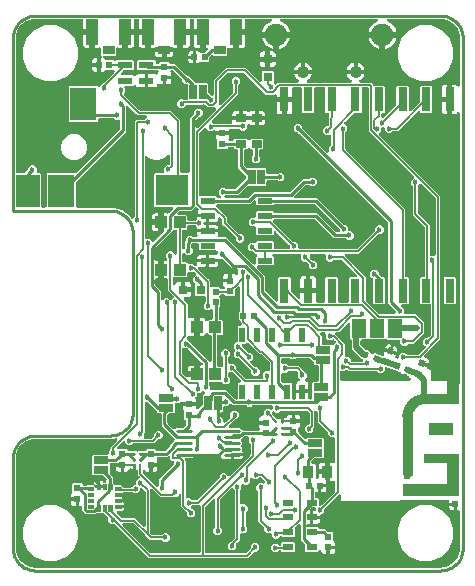
<source format=gbr>
G04 EAGLE Gerber RS-274X export*
G75*
%MOMM*%
%FSLAX34Y34*%
%LPD*%
%INTop Copper*%
%IPPOS*%
%AMOC8*
5,1,8,0,0,1.08239X$1,22.5*%
G01*
%ADD10R,0.620000X0.620000*%
%ADD11R,0.508000X1.270000*%
%ADD12R,1.270000X0.508000*%
%ADD13C,1.900000*%
%ADD14C,1.050000*%
%ADD15R,0.635000X1.270000*%
%ADD16R,1.270000X0.635000*%
%ADD17R,0.900000X0.660000*%
%ADD18R,0.500000X0.500000*%
%ADD19R,1.168400X1.600200*%
%ADD20C,0.030000*%
%ADD21R,0.900000X0.550000*%
%ADD22R,0.800000X2.000000*%
%ADD23C,0.250000*%
%ADD24C,0.254000*%
%ADD25R,0.800000X1.500000*%
%ADD26R,2.000000X1.000000*%
%ADD27R,4.800000X1.000000*%
%ADD28R,1.000000X1.000000*%
%ADD29R,1.050000X2.200000*%
%ADD30R,1.000000X0.800000*%
%ADD31R,0.500000X0.500000*%
%ADD32R,2.000000X2.800000*%
%ADD33R,2.800000X2.600000*%
%ADD34R,2.200000X2.800000*%
%ADD35R,1.295400X0.609600*%
%ADD36R,0.950000X1.000000*%
%ADD37C,0.454000*%
%ADD38R,0.800000X0.800000*%
%ADD39C,0.500000*%
%ADD40C,0.228600*%
%ADD41C,0.152400*%
%ADD42C,0.127000*%
%ADD43C,0.254000*%
%ADD44C,0.304800*%
%ADD45C,0.203200*%

G36*
X334852Y79273D02*
X334852Y79273D01*
X335168Y79375D01*
X335169Y79376D01*
X335437Y79570D01*
X336140Y79565D01*
X336141Y79565D01*
X336829Y79717D01*
X336830Y79718D01*
X336830Y79717D01*
X337467Y80018D01*
X337468Y80019D01*
X338023Y80455D01*
X338467Y81003D01*
X338467Y81004D01*
X338778Y81637D01*
X338778Y81638D01*
X338940Y82324D01*
X338939Y82325D01*
X338940Y82325D01*
X338940Y131575D01*
X338962Y131831D01*
X338967Y131886D01*
X338972Y131941D01*
X338977Y131995D01*
X338982Y132050D01*
X338986Y132105D01*
X338991Y132159D01*
X338996Y132214D01*
X339084Y133224D01*
X339513Y134822D01*
X340212Y136323D01*
X341161Y137678D01*
X342332Y138849D01*
X343687Y139798D01*
X345188Y140497D01*
X346786Y140926D01*
X348435Y141070D01*
X377935Y141070D01*
X377940Y141074D01*
X377940Y141075D01*
X377940Y157734D01*
X377998Y157771D01*
X378026Y157801D01*
X378059Y157824D01*
X378135Y157916D01*
X378216Y158003D01*
X378236Y158038D01*
X378261Y158069D01*
X378312Y158177D01*
X378370Y158281D01*
X378380Y158321D01*
X378397Y158357D01*
X378419Y158474D01*
X378449Y158589D01*
X378453Y158650D01*
X378457Y158670D01*
X378455Y158690D01*
X378459Y158750D01*
X378459Y386838D01*
X378441Y386982D01*
X378426Y387128D01*
X378421Y387141D01*
X378419Y387154D01*
X378366Y387289D01*
X378315Y387426D01*
X378307Y387437D01*
X378302Y387450D01*
X378217Y387568D01*
X378134Y387687D01*
X378124Y387696D01*
X378116Y387707D01*
X378003Y387800D01*
X377893Y387895D01*
X377881Y387901D01*
X377871Y387910D01*
X377739Y387972D01*
X377608Y388037D01*
X377595Y388040D01*
X377583Y388045D01*
X377440Y388073D01*
X377297Y388103D01*
X377284Y388103D01*
X377271Y388105D01*
X377125Y388096D01*
X376979Y388090D01*
X376967Y388086D01*
X376953Y388085D01*
X376815Y388040D01*
X376675Y387998D01*
X376663Y387991D01*
X376651Y387987D01*
X376527Y387909D01*
X376403Y387834D01*
X376393Y387824D01*
X376382Y387817D01*
X376281Y387710D01*
X376180Y387607D01*
X376170Y387592D01*
X376164Y387586D01*
X376156Y387571D01*
X376091Y387473D01*
X376007Y387328D01*
X375534Y386855D01*
X374955Y386520D01*
X374308Y386347D01*
X371973Y386347D01*
X371973Y398158D01*
X371958Y398276D01*
X371951Y398395D01*
X371938Y398433D01*
X371933Y398473D01*
X371890Y398584D01*
X371853Y398697D01*
X371831Y398731D01*
X371816Y398769D01*
X371747Y398865D01*
X371736Y398882D01*
X371750Y398906D01*
X371775Y398938D01*
X371826Y399045D01*
X371884Y399150D01*
X371894Y399189D01*
X371911Y399225D01*
X371933Y399342D01*
X371963Y399458D01*
X371967Y399518D01*
X371971Y399538D01*
X371969Y399558D01*
X371973Y399618D01*
X371973Y411429D01*
X374308Y411429D01*
X374955Y411256D01*
X375534Y410921D01*
X376007Y410448D01*
X376091Y410303D01*
X376179Y410186D01*
X376264Y410069D01*
X376275Y410060D01*
X376283Y410050D01*
X376398Y409959D01*
X376509Y409866D01*
X376522Y409861D01*
X376532Y409852D01*
X376666Y409793D01*
X376797Y409731D01*
X376810Y409728D01*
X376823Y409723D01*
X376967Y409698D01*
X377110Y409671D01*
X377123Y409672D01*
X377136Y409669D01*
X377282Y409682D01*
X377427Y409691D01*
X377440Y409695D01*
X377453Y409696D01*
X377591Y409744D01*
X377729Y409789D01*
X377741Y409796D01*
X377754Y409800D01*
X377875Y409881D01*
X377998Y409959D01*
X378007Y409969D01*
X378019Y409976D01*
X378116Y410084D01*
X378216Y410190D01*
X378223Y410202D01*
X378232Y410212D01*
X378299Y410341D01*
X378370Y410469D01*
X378373Y410482D01*
X378379Y410494D01*
X378413Y410636D01*
X378449Y410777D01*
X378450Y410795D01*
X378452Y410804D01*
X378452Y410821D01*
X378459Y410938D01*
X378459Y450850D01*
X378457Y450872D01*
X378455Y450950D01*
X378268Y453334D01*
X378254Y453401D01*
X378249Y453470D01*
X378210Y453626D01*
X376736Y458161D01*
X376686Y458268D01*
X376642Y458379D01*
X376609Y458430D01*
X376601Y458449D01*
X376588Y458465D01*
X376556Y458515D01*
X373753Y462372D01*
X373672Y462459D01*
X373596Y462550D01*
X373549Y462589D01*
X373536Y462604D01*
X373518Y462615D01*
X373472Y462653D01*
X369615Y465456D01*
X369511Y465513D01*
X369411Y465577D01*
X369354Y465599D01*
X369336Y465609D01*
X369317Y465614D01*
X369261Y465636D01*
X364726Y467110D01*
X364658Y467122D01*
X364593Y467145D01*
X364434Y467168D01*
X362050Y467355D01*
X362028Y467354D01*
X361950Y467359D01*
X317737Y467359D01*
X317618Y467344D01*
X317499Y467337D01*
X317461Y467324D01*
X317422Y467319D01*
X317310Y467275D01*
X317197Y467239D01*
X317163Y467217D01*
X317126Y467202D01*
X317029Y467132D01*
X316928Y467068D01*
X316901Y467039D01*
X316868Y467016D01*
X316792Y466924D01*
X316711Y466837D01*
X316691Y466801D01*
X316666Y466771D01*
X316615Y466663D01*
X316557Y466558D01*
X316547Y466519D01*
X316530Y466483D01*
X316508Y466366D01*
X316478Y466250D01*
X316478Y466210D01*
X316470Y466171D01*
X316478Y466051D01*
X316478Y465932D01*
X316488Y465893D01*
X316490Y465853D01*
X316527Y465740D01*
X316557Y465624D01*
X316576Y465589D01*
X316588Y465551D01*
X316652Y465450D01*
X316709Y465345D01*
X316737Y465316D01*
X316758Y465282D01*
X316845Y465200D01*
X316927Y465113D01*
X316961Y465091D01*
X316990Y465064D01*
X317095Y465006D01*
X317195Y464942D01*
X317251Y464920D01*
X317268Y464910D01*
X317288Y464905D01*
X317345Y464883D01*
X317592Y464803D01*
X319281Y463942D01*
X320814Y462828D01*
X322154Y461488D01*
X323268Y459955D01*
X324129Y458266D01*
X324714Y456464D01*
X324759Y456183D01*
X314240Y456183D01*
X314122Y456168D01*
X314003Y456161D01*
X313965Y456148D01*
X313925Y456143D01*
X313814Y456100D01*
X313701Y456063D01*
X313667Y456041D01*
X313629Y456026D01*
X313533Y455956D01*
X313432Y455893D01*
X313404Y455863D01*
X313372Y455839D01*
X313296Y455748D01*
X313214Y455661D01*
X313195Y455626D01*
X313169Y455595D01*
X313118Y455487D01*
X313061Y455383D01*
X313050Y455343D01*
X313033Y455307D01*
X313011Y455190D01*
X312981Y455075D01*
X312977Y455014D01*
X312973Y454994D01*
X312975Y454974D01*
X312971Y454914D01*
X312971Y453643D01*
X312969Y453643D01*
X312969Y454914D01*
X312954Y455032D01*
X312947Y455151D01*
X312934Y455189D01*
X312929Y455229D01*
X312885Y455340D01*
X312849Y455453D01*
X312827Y455488D01*
X312812Y455525D01*
X312742Y455621D01*
X312679Y455722D01*
X312649Y455750D01*
X312625Y455783D01*
X312534Y455858D01*
X312447Y455940D01*
X312412Y455960D01*
X312380Y455985D01*
X312273Y456036D01*
X312168Y456094D01*
X312129Y456104D01*
X312093Y456121D01*
X311976Y456143D01*
X311861Y456173D01*
X311800Y456177D01*
X311780Y456181D01*
X311760Y456179D01*
X311700Y456183D01*
X301181Y456183D01*
X301226Y456464D01*
X301811Y458266D01*
X302672Y459955D01*
X303786Y461488D01*
X305126Y462828D01*
X306659Y463942D01*
X308348Y464803D01*
X308595Y464883D01*
X308703Y464934D01*
X308814Y464978D01*
X308847Y465001D01*
X308883Y465018D01*
X308975Y465094D01*
X309072Y465164D01*
X309097Y465195D01*
X309128Y465221D01*
X309198Y465317D01*
X309274Y465409D01*
X309291Y465446D01*
X309315Y465478D01*
X309359Y465589D01*
X309410Y465697D01*
X309417Y465736D01*
X309432Y465774D01*
X309447Y465892D01*
X309470Y466010D01*
X309467Y466049D01*
X309472Y466089D01*
X309457Y466208D01*
X309450Y466327D01*
X309438Y466365D01*
X309433Y466405D01*
X309389Y466516D01*
X309352Y466629D01*
X309330Y466663D01*
X309316Y466701D01*
X309246Y466797D01*
X309182Y466898D01*
X309153Y466926D01*
X309129Y466958D01*
X309037Y467034D01*
X308950Y467116D01*
X308915Y467135D01*
X308884Y467161D01*
X308776Y467212D01*
X308672Y467270D01*
X308633Y467280D01*
X308597Y467297D01*
X308479Y467319D01*
X308364Y467349D01*
X308304Y467353D01*
X308284Y467357D01*
X308264Y467355D01*
X308203Y467359D01*
X227737Y467359D01*
X227618Y467344D01*
X227499Y467337D01*
X227461Y467324D01*
X227422Y467319D01*
X227310Y467275D01*
X227197Y467239D01*
X227163Y467217D01*
X227126Y467202D01*
X227029Y467132D01*
X226928Y467068D01*
X226901Y467039D01*
X226868Y467016D01*
X226792Y466924D01*
X226711Y466837D01*
X226691Y466801D01*
X226666Y466771D01*
X226615Y466663D01*
X226557Y466558D01*
X226547Y466519D01*
X226530Y466483D01*
X226508Y466366D01*
X226478Y466250D01*
X226478Y466210D01*
X226470Y466171D01*
X226478Y466051D01*
X226478Y465932D01*
X226488Y465893D01*
X226490Y465853D01*
X226527Y465740D01*
X226557Y465624D01*
X226576Y465589D01*
X226588Y465551D01*
X226652Y465450D01*
X226709Y465345D01*
X226737Y465316D01*
X226758Y465282D01*
X226845Y465200D01*
X226927Y465113D01*
X226961Y465091D01*
X226990Y465064D01*
X227095Y465006D01*
X227195Y464942D01*
X227251Y464920D01*
X227268Y464910D01*
X227288Y464905D01*
X227345Y464883D01*
X227592Y464803D01*
X229281Y463942D01*
X230814Y462828D01*
X232154Y461488D01*
X233268Y459955D01*
X234129Y458266D01*
X234714Y456464D01*
X234759Y456183D01*
X224240Y456183D01*
X224122Y456168D01*
X224003Y456161D01*
X223965Y456148D01*
X223925Y456143D01*
X223814Y456100D01*
X223701Y456063D01*
X223667Y456041D01*
X223629Y456026D01*
X223533Y455956D01*
X223432Y455893D01*
X223404Y455863D01*
X223372Y455839D01*
X223296Y455748D01*
X223214Y455661D01*
X223195Y455626D01*
X223169Y455595D01*
X223118Y455487D01*
X223061Y455383D01*
X223050Y455343D01*
X223033Y455307D01*
X223011Y455190D01*
X222981Y455075D01*
X222977Y455014D01*
X222973Y454994D01*
X222975Y454974D01*
X222971Y454914D01*
X222971Y453643D01*
X222969Y453643D01*
X222969Y454914D01*
X222954Y455032D01*
X222947Y455151D01*
X222934Y455189D01*
X222929Y455229D01*
X222885Y455340D01*
X222849Y455453D01*
X222827Y455488D01*
X222812Y455525D01*
X222742Y455621D01*
X222679Y455722D01*
X222649Y455750D01*
X222625Y455783D01*
X222534Y455858D01*
X222447Y455940D01*
X222412Y455960D01*
X222380Y455985D01*
X222273Y456036D01*
X222168Y456094D01*
X222129Y456104D01*
X222093Y456121D01*
X221976Y456143D01*
X221861Y456173D01*
X221800Y456177D01*
X221780Y456181D01*
X221760Y456179D01*
X221700Y456183D01*
X211181Y456183D01*
X211226Y456464D01*
X211811Y458266D01*
X212672Y459955D01*
X213786Y461488D01*
X215126Y462828D01*
X216659Y463942D01*
X218348Y464803D01*
X218595Y464883D01*
X218703Y464934D01*
X218814Y464978D01*
X218847Y465001D01*
X218883Y465018D01*
X218975Y465094D01*
X219072Y465164D01*
X219097Y465195D01*
X219128Y465221D01*
X219198Y465317D01*
X219274Y465409D01*
X219291Y465446D01*
X219315Y465478D01*
X219359Y465589D01*
X219410Y465697D01*
X219417Y465736D01*
X219432Y465774D01*
X219447Y465892D01*
X219470Y466010D01*
X219467Y466049D01*
X219472Y466089D01*
X219457Y466208D01*
X219450Y466327D01*
X219438Y466365D01*
X219433Y466405D01*
X219389Y466516D01*
X219352Y466629D01*
X219330Y466663D01*
X219316Y466701D01*
X219246Y466797D01*
X219182Y466898D01*
X219153Y466926D01*
X219129Y466958D01*
X219037Y467034D01*
X218950Y467116D01*
X218915Y467135D01*
X218884Y467161D01*
X218776Y467212D01*
X218672Y467270D01*
X218633Y467280D01*
X218597Y467297D01*
X218479Y467319D01*
X218364Y467349D01*
X218304Y467353D01*
X218284Y467357D01*
X218264Y467355D01*
X218203Y467359D01*
X197943Y467359D01*
X197825Y467344D01*
X197706Y467337D01*
X197668Y467324D01*
X197627Y467319D01*
X197517Y467276D01*
X197404Y467239D01*
X197369Y467217D01*
X197332Y467202D01*
X197236Y467133D01*
X197135Y467069D01*
X197107Y467039D01*
X197074Y467016D01*
X196998Y466924D01*
X196917Y466837D01*
X196897Y466802D01*
X196872Y466771D01*
X196821Y466663D01*
X196763Y466559D01*
X196753Y466519D01*
X196736Y466483D01*
X196714Y466366D01*
X196684Y466251D01*
X196680Y466191D01*
X196676Y466171D01*
X196678Y466150D01*
X196674Y466090D01*
X196674Y458723D01*
X190153Y458723D01*
X190035Y458708D01*
X189916Y458701D01*
X189878Y458688D01*
X189838Y458683D01*
X189727Y458639D01*
X189614Y458603D01*
X189579Y458581D01*
X189542Y458566D01*
X189446Y458496D01*
X189345Y458433D01*
X189317Y458403D01*
X189285Y458379D01*
X189209Y458288D01*
X189127Y458201D01*
X189108Y458166D01*
X189082Y458134D01*
X189031Y458027D01*
X188974Y457923D01*
X188963Y457883D01*
X188946Y457847D01*
X188924Y457730D01*
X188894Y457615D01*
X188890Y457554D01*
X188886Y457534D01*
X188888Y457514D01*
X188884Y457454D01*
X188884Y456183D01*
X187613Y456183D01*
X187495Y456168D01*
X187376Y456161D01*
X187338Y456148D01*
X187298Y456143D01*
X187187Y456099D01*
X187074Y456063D01*
X187039Y456041D01*
X187002Y456026D01*
X186906Y455956D01*
X186805Y455893D01*
X186777Y455863D01*
X186744Y455839D01*
X186669Y455748D01*
X186587Y455661D01*
X186567Y455626D01*
X186542Y455594D01*
X186491Y455487D01*
X186433Y455383D01*
X186423Y455343D01*
X186406Y455307D01*
X186384Y455190D01*
X186354Y455075D01*
X186350Y455014D01*
X186346Y454994D01*
X186348Y454974D01*
X186344Y454914D01*
X186344Y442643D01*
X183299Y442643D01*
X183002Y442723D01*
X182877Y442740D01*
X182753Y442764D01*
X182720Y442761D01*
X182686Y442766D01*
X182561Y442752D01*
X182436Y442744D01*
X182404Y442733D01*
X182371Y442730D01*
X182253Y442684D01*
X182134Y442646D01*
X182105Y442628D01*
X182074Y442616D01*
X181971Y442543D01*
X181865Y442476D01*
X181842Y442451D01*
X181814Y442432D01*
X181733Y442336D01*
X181647Y442244D01*
X181631Y442214D01*
X181609Y442189D01*
X181554Y442076D01*
X181493Y441965D01*
X181485Y441933D01*
X181470Y441902D01*
X181445Y441779D01*
X181414Y441658D01*
X181411Y441609D01*
X181407Y441591D01*
X181408Y441569D01*
X181404Y441497D01*
X181404Y436408D01*
X180659Y435663D01*
X169607Y435663D01*
X169276Y435994D01*
X169182Y436067D01*
X169093Y436146D01*
X169057Y436164D01*
X169025Y436189D01*
X168916Y436236D01*
X168810Y436290D01*
X168770Y436299D01*
X168733Y436315D01*
X168615Y436334D01*
X168499Y436360D01*
X168459Y436359D01*
X168419Y436365D01*
X168300Y436354D01*
X168181Y436350D01*
X168142Y436339D01*
X168102Y436335D01*
X167990Y436295D01*
X167876Y436262D01*
X167841Y436241D01*
X167803Y436228D01*
X167705Y436161D01*
X167602Y436100D01*
X167557Y436060D01*
X167540Y436049D01*
X167526Y436034D01*
X167481Y435994D01*
X166757Y435270D01*
X166697Y435192D01*
X166629Y435120D01*
X166600Y435067D01*
X166563Y435019D01*
X166523Y434928D01*
X166475Y434841D01*
X166460Y434783D01*
X166436Y434727D01*
X166421Y434629D01*
X166396Y434534D01*
X166390Y434433D01*
X166386Y434413D01*
X166388Y434401D01*
X166386Y434373D01*
X166386Y431695D01*
X165641Y430950D01*
X159363Y430950D01*
X159250Y430968D01*
X159134Y430994D01*
X159093Y430993D01*
X159054Y431000D01*
X158935Y430988D01*
X158816Y430985D01*
X158777Y430974D01*
X158737Y430970D01*
X158625Y430929D01*
X158510Y430896D01*
X158476Y430876D01*
X158438Y430862D01*
X158339Y430795D01*
X158236Y430735D01*
X158191Y430695D01*
X158175Y430684D01*
X158161Y430668D01*
X158115Y430628D01*
X157675Y430188D01*
X157096Y429853D01*
X156449Y429680D01*
X154884Y429680D01*
X154884Y434721D01*
X154884Y439762D01*
X156449Y439762D01*
X157096Y439589D01*
X157675Y439254D01*
X158115Y438814D01*
X158210Y438740D01*
X158299Y438662D01*
X158335Y438643D01*
X158367Y438619D01*
X158476Y438571D01*
X158582Y438517D01*
X158622Y438508D01*
X158659Y438492D01*
X158777Y438474D01*
X158893Y438448D01*
X158933Y438449D01*
X158973Y438442D01*
X159092Y438454D01*
X159211Y438457D01*
X159249Y438468D01*
X159289Y438472D01*
X159343Y438492D01*
X162267Y438492D01*
X162365Y438504D01*
X162464Y438507D01*
X162522Y438524D01*
X162582Y438532D01*
X162674Y438568D01*
X162770Y438596D01*
X162822Y438626D01*
X162878Y438649D01*
X162958Y438707D01*
X163043Y438757D01*
X163119Y438823D01*
X163135Y438835D01*
X163143Y438845D01*
X163164Y438863D01*
X164777Y440477D01*
X164862Y440586D01*
X164951Y440693D01*
X164960Y440712D01*
X164972Y440728D01*
X165028Y440856D01*
X165087Y440981D01*
X165091Y441001D01*
X165099Y441020D01*
X165121Y441158D01*
X165147Y441294D01*
X165145Y441314D01*
X165149Y441334D01*
X165135Y441473D01*
X165127Y441611D01*
X165121Y441630D01*
X165119Y441650D01*
X165072Y441782D01*
X165029Y441913D01*
X165018Y441930D01*
X165011Y441950D01*
X164933Y442065D01*
X164859Y442182D01*
X164844Y442196D01*
X164833Y442213D01*
X164728Y442305D01*
X164627Y442400D01*
X164609Y442410D01*
X164594Y442423D01*
X164470Y442487D01*
X164349Y442554D01*
X164329Y442559D01*
X164311Y442568D01*
X164175Y442598D01*
X164041Y442633D01*
X164013Y442635D01*
X164001Y442638D01*
X163980Y442637D01*
X163922Y442641D01*
X163922Y454914D01*
X163907Y455032D01*
X163900Y455151D01*
X163887Y455189D01*
X163882Y455229D01*
X163838Y455340D01*
X163802Y455453D01*
X163780Y455488D01*
X163765Y455525D01*
X163695Y455621D01*
X163632Y455722D01*
X163602Y455750D01*
X163578Y455782D01*
X163487Y455858D01*
X163400Y455940D01*
X163365Y455959D01*
X163333Y455985D01*
X163226Y456036D01*
X163122Y456093D01*
X163082Y456104D01*
X163046Y456121D01*
X162929Y456143D01*
X162814Y456173D01*
X162753Y456177D01*
X162733Y456181D01*
X162713Y456179D01*
X162653Y456183D01*
X161382Y456183D01*
X161382Y457454D01*
X161367Y457572D01*
X161360Y457691D01*
X161347Y457729D01*
X161342Y457769D01*
X161298Y457880D01*
X161262Y457993D01*
X161240Y458028D01*
X161225Y458065D01*
X161155Y458161D01*
X161092Y458262D01*
X161062Y458290D01*
X161038Y458322D01*
X160947Y458398D01*
X160860Y458480D01*
X160825Y458499D01*
X160793Y458525D01*
X160686Y458576D01*
X160582Y458633D01*
X160542Y458644D01*
X160506Y458661D01*
X160389Y458683D01*
X160274Y458713D01*
X160213Y458717D01*
X160193Y458721D01*
X160173Y458719D01*
X160113Y458723D01*
X153592Y458723D01*
X153592Y466090D01*
X153577Y466208D01*
X153570Y466327D01*
X153557Y466365D01*
X153552Y466406D01*
X153509Y466516D01*
X153472Y466629D01*
X153450Y466664D01*
X153435Y466701D01*
X153366Y466797D01*
X153302Y466898D01*
X153272Y466926D01*
X153249Y466959D01*
X153157Y467035D01*
X153070Y467116D01*
X153035Y467136D01*
X153004Y467161D01*
X152896Y467212D01*
X152792Y467270D01*
X152752Y467280D01*
X152716Y467297D01*
X152599Y467319D01*
X152484Y467349D01*
X152424Y467353D01*
X152404Y467357D01*
X152383Y467355D01*
X152323Y467359D01*
X150953Y467359D01*
X150835Y467344D01*
X150716Y467337D01*
X150678Y467324D01*
X150637Y467319D01*
X150527Y467276D01*
X150414Y467239D01*
X150379Y467217D01*
X150342Y467202D01*
X150246Y467133D01*
X150145Y467069D01*
X150117Y467039D01*
X150084Y467016D01*
X150008Y466924D01*
X149927Y466837D01*
X149907Y466802D01*
X149882Y466771D01*
X149831Y466663D01*
X149773Y466559D01*
X149763Y466519D01*
X149746Y466483D01*
X149724Y466366D01*
X149694Y466251D01*
X149690Y466191D01*
X149686Y466171D01*
X149688Y466150D01*
X149684Y466090D01*
X149684Y458850D01*
X143163Y458850D01*
X143045Y458835D01*
X142926Y458828D01*
X142888Y458815D01*
X142848Y458810D01*
X142737Y458766D01*
X142624Y458730D01*
X142589Y458708D01*
X142552Y458693D01*
X142456Y458623D01*
X142355Y458560D01*
X142327Y458530D01*
X142295Y458506D01*
X142219Y458415D01*
X142137Y458328D01*
X142118Y458293D01*
X142092Y458261D01*
X142041Y458154D01*
X141984Y458050D01*
X141973Y458010D01*
X141956Y457974D01*
X141934Y457857D01*
X141904Y457742D01*
X141900Y457681D01*
X141896Y457661D01*
X141898Y457641D01*
X141894Y457581D01*
X141894Y456310D01*
X140623Y456310D01*
X140505Y456295D01*
X140386Y456288D01*
X140348Y456275D01*
X140308Y456270D01*
X140197Y456226D01*
X140084Y456190D01*
X140049Y456168D01*
X140012Y456153D01*
X139916Y456083D01*
X139815Y456020D01*
X139787Y455990D01*
X139754Y455966D01*
X139679Y455875D01*
X139597Y455788D01*
X139577Y455753D01*
X139552Y455721D01*
X139501Y455614D01*
X139443Y455510D01*
X139433Y455470D01*
X139416Y455434D01*
X139394Y455317D01*
X139364Y455202D01*
X139360Y455141D01*
X139356Y455121D01*
X139358Y455101D01*
X139354Y455041D01*
X139354Y442770D01*
X136309Y442770D01*
X135615Y442956D01*
X135588Y442971D01*
X135523Y442987D01*
X135462Y443013D01*
X135370Y443027D01*
X135281Y443050D01*
X135164Y443057D01*
X135147Y443060D01*
X135138Y443059D01*
X135120Y443060D01*
X128873Y443060D01*
X128755Y443045D01*
X128636Y443038D01*
X128598Y443025D01*
X128558Y443020D01*
X128447Y442977D01*
X128334Y442940D01*
X128300Y442918D01*
X128262Y442903D01*
X128166Y442834D01*
X128149Y442823D01*
X128125Y442837D01*
X128093Y442862D01*
X127986Y442913D01*
X127881Y442971D01*
X127842Y442981D01*
X127806Y442998D01*
X127689Y443020D01*
X127573Y443050D01*
X127513Y443054D01*
X127493Y443058D01*
X127473Y443056D01*
X127413Y443060D01*
X121166Y443060D01*
X121074Y443049D01*
X120982Y443047D01*
X120917Y443029D01*
X120851Y443020D01*
X120765Y442986D01*
X120676Y442962D01*
X120657Y442952D01*
X119977Y442770D01*
X116932Y442770D01*
X116932Y455041D01*
X116917Y455159D01*
X116910Y455278D01*
X116897Y455316D01*
X116892Y455356D01*
X116848Y455467D01*
X116812Y455580D01*
X116790Y455615D01*
X116775Y455652D01*
X116705Y455748D01*
X116642Y455849D01*
X116612Y455877D01*
X116588Y455909D01*
X116497Y455985D01*
X116410Y456067D01*
X116375Y456086D01*
X116343Y456112D01*
X116236Y456163D01*
X116132Y456220D01*
X116092Y456231D01*
X116056Y456248D01*
X115939Y456270D01*
X115824Y456300D01*
X115763Y456304D01*
X115743Y456308D01*
X115723Y456306D01*
X115663Y456310D01*
X114392Y456310D01*
X114392Y457581D01*
X114377Y457699D01*
X114370Y457818D01*
X114357Y457856D01*
X114352Y457896D01*
X114308Y458007D01*
X114272Y458120D01*
X114250Y458155D01*
X114235Y458192D01*
X114165Y458288D01*
X114102Y458389D01*
X114072Y458417D01*
X114048Y458449D01*
X113957Y458525D01*
X113870Y458607D01*
X113835Y458626D01*
X113803Y458652D01*
X113696Y458703D01*
X113592Y458760D01*
X113552Y458771D01*
X113516Y458788D01*
X113399Y458810D01*
X113284Y458840D01*
X113223Y458844D01*
X113203Y458848D01*
X113183Y458846D01*
X113123Y458850D01*
X106602Y458850D01*
X106602Y466090D01*
X106587Y466208D01*
X106580Y466327D01*
X106567Y466365D01*
X106562Y466406D01*
X106519Y466516D01*
X106482Y466629D01*
X106460Y466664D01*
X106445Y466701D01*
X106376Y466797D01*
X106312Y466898D01*
X106282Y466926D01*
X106259Y466959D01*
X106167Y467035D01*
X106080Y467116D01*
X106045Y467136D01*
X106014Y467161D01*
X105906Y467212D01*
X105802Y467270D01*
X105762Y467280D01*
X105726Y467297D01*
X105609Y467319D01*
X105494Y467349D01*
X105434Y467353D01*
X105414Y467357D01*
X105393Y467355D01*
X105333Y467359D01*
X103963Y467359D01*
X103845Y467344D01*
X103726Y467337D01*
X103688Y467324D01*
X103647Y467319D01*
X103537Y467276D01*
X103424Y467239D01*
X103389Y467217D01*
X103352Y467202D01*
X103256Y467133D01*
X103155Y467069D01*
X103127Y467039D01*
X103094Y467016D01*
X103018Y466924D01*
X102937Y466837D01*
X102917Y466802D01*
X102892Y466771D01*
X102841Y466663D01*
X102783Y466559D01*
X102773Y466519D01*
X102756Y466483D01*
X102734Y466366D01*
X102704Y466251D01*
X102700Y466191D01*
X102696Y466171D01*
X102698Y466150D01*
X102694Y466090D01*
X102694Y458850D01*
X96173Y458850D01*
X96055Y458835D01*
X95936Y458828D01*
X95898Y458815D01*
X95858Y458810D01*
X95747Y458766D01*
X95634Y458730D01*
X95599Y458708D01*
X95562Y458693D01*
X95466Y458623D01*
X95365Y458560D01*
X95337Y458530D01*
X95305Y458506D01*
X95229Y458415D01*
X95147Y458328D01*
X95128Y458293D01*
X95102Y458261D01*
X95051Y458154D01*
X94994Y458050D01*
X94983Y458010D01*
X94966Y457974D01*
X94944Y457857D01*
X94914Y457742D01*
X94910Y457681D01*
X94906Y457661D01*
X94908Y457641D01*
X94904Y457581D01*
X94904Y456310D01*
X93633Y456310D01*
X93515Y456295D01*
X93396Y456288D01*
X93358Y456275D01*
X93318Y456270D01*
X93207Y456226D01*
X93094Y456190D01*
X93059Y456168D01*
X93022Y456153D01*
X92926Y456083D01*
X92825Y456020D01*
X92797Y455990D01*
X92764Y455966D01*
X92689Y455875D01*
X92607Y455788D01*
X92587Y455753D01*
X92562Y455721D01*
X92511Y455614D01*
X92453Y455510D01*
X92443Y455470D01*
X92426Y455434D01*
X92404Y455317D01*
X92374Y455202D01*
X92370Y455141D01*
X92366Y455121D01*
X92368Y455101D01*
X92364Y455041D01*
X92364Y442770D01*
X89319Y442770D01*
X89022Y442850D01*
X88897Y442867D01*
X88773Y442891D01*
X88740Y442888D01*
X88706Y442893D01*
X88581Y442879D01*
X88456Y442871D01*
X88424Y442860D01*
X88391Y442857D01*
X88273Y442811D01*
X88154Y442773D01*
X88125Y442755D01*
X88094Y442743D01*
X87991Y442670D01*
X87885Y442603D01*
X87862Y442578D01*
X87834Y442559D01*
X87753Y442463D01*
X87667Y442371D01*
X87651Y442341D01*
X87629Y442316D01*
X87574Y442203D01*
X87513Y442092D01*
X87505Y442060D01*
X87490Y442029D01*
X87465Y441906D01*
X87434Y441785D01*
X87431Y441736D01*
X87427Y441718D01*
X87428Y441696D01*
X87424Y441624D01*
X87424Y436535D01*
X86679Y435790D01*
X77713Y435790D01*
X77568Y435772D01*
X77424Y435757D01*
X77411Y435752D01*
X77398Y435750D01*
X77262Y435697D01*
X77126Y435646D01*
X77114Y435638D01*
X77102Y435633D01*
X76984Y435548D01*
X76864Y435465D01*
X76856Y435455D01*
X76845Y435447D01*
X76751Y435334D01*
X76656Y435224D01*
X76650Y435212D01*
X76642Y435202D01*
X76580Y435070D01*
X76515Y434939D01*
X76512Y434926D01*
X76506Y434914D01*
X76479Y434771D01*
X76448Y434628D01*
X76449Y434615D01*
X76446Y434602D01*
X76456Y434456D01*
X76462Y434310D01*
X76465Y434298D01*
X76466Y434284D01*
X76511Y434146D01*
X76553Y434006D01*
X76560Y433994D01*
X76564Y433982D01*
X76642Y433858D01*
X76718Y433734D01*
X76727Y433724D01*
X76734Y433713D01*
X76841Y433613D01*
X76945Y433511D01*
X76960Y433501D01*
X76966Y433495D01*
X76981Y433487D01*
X77079Y433422D01*
X77376Y433250D01*
X77767Y432859D01*
X77845Y432799D01*
X77917Y432731D01*
X77970Y432702D01*
X78018Y432665D01*
X78109Y432625D01*
X78196Y432577D01*
X78254Y432562D01*
X78310Y432538D01*
X78408Y432523D01*
X78503Y432498D01*
X78603Y432492D01*
X78624Y432488D01*
X78636Y432490D01*
X78664Y432488D01*
X85342Y432488D01*
X85975Y431855D01*
X86069Y431782D01*
X86158Y431703D01*
X86194Y431685D01*
X86226Y431660D01*
X86335Y431613D01*
X86442Y431559D01*
X86481Y431550D01*
X86518Y431534D01*
X86636Y431515D01*
X86752Y431489D01*
X86792Y431490D01*
X86832Y431484D01*
X86951Y431495D01*
X87070Y431499D01*
X87109Y431510D01*
X87149Y431514D01*
X87261Y431554D01*
X87375Y431587D01*
X87410Y431608D01*
X87448Y431621D01*
X87547Y431688D01*
X87649Y431749D01*
X87694Y431789D01*
X87711Y431800D01*
X87725Y431815D01*
X87770Y431855D01*
X88120Y432205D01*
X102126Y432205D01*
X102871Y431460D01*
X102871Y424312D01*
X102126Y423567D01*
X94205Y423567D01*
X94107Y423555D01*
X94008Y423552D01*
X93949Y423535D01*
X93889Y423527D01*
X93797Y423491D01*
X93702Y423463D01*
X93650Y423433D01*
X93594Y423410D01*
X93513Y423352D01*
X93428Y423302D01*
X93353Y423236D01*
X93336Y423224D01*
X93328Y423214D01*
X93307Y423196D01*
X91483Y421371D01*
X91398Y421262D01*
X91309Y421155D01*
X91301Y421136D01*
X91288Y421120D01*
X91233Y420992D01*
X91174Y420867D01*
X91170Y420847D01*
X91162Y420828D01*
X91140Y420690D01*
X91114Y420554D01*
X91115Y420534D01*
X91112Y420514D01*
X91125Y420375D01*
X91134Y420237D01*
X91140Y420218D01*
X91142Y420198D01*
X91189Y420066D01*
X91232Y419935D01*
X91243Y419917D01*
X91249Y419898D01*
X91328Y419783D01*
X91402Y419666D01*
X91417Y419652D01*
X91428Y419635D01*
X91532Y419543D01*
X91634Y419448D01*
X91651Y419438D01*
X91666Y419425D01*
X91791Y419361D01*
X91912Y419294D01*
X91932Y419289D01*
X91950Y419280D01*
X92086Y419250D01*
X92220Y419215D01*
X92248Y419213D01*
X92260Y419210D01*
X92280Y419211D01*
X92381Y419205D01*
X102126Y419205D01*
X102449Y418882D01*
X102548Y418805D01*
X102643Y418723D01*
X102674Y418708D01*
X102700Y418687D01*
X102816Y418637D01*
X102928Y418581D01*
X102961Y418574D01*
X102992Y418561D01*
X103116Y418541D01*
X103239Y418515D01*
X103273Y418516D01*
X103306Y418511D01*
X103431Y418523D01*
X103557Y418528D01*
X103589Y418538D01*
X103623Y418541D01*
X103741Y418584D01*
X103861Y418620D01*
X103890Y418637D01*
X103922Y418649D01*
X104026Y418719D01*
X104134Y418784D01*
X104157Y418808D01*
X104185Y418827D01*
X104268Y418921D01*
X104356Y419011D01*
X104383Y419052D01*
X104396Y419066D01*
X104405Y419085D01*
X104446Y419145D01*
X104647Y419494D01*
X105120Y419967D01*
X105699Y420302D01*
X106346Y420475D01*
X111634Y420475D01*
X111634Y415140D01*
X111649Y415022D01*
X111656Y414903D01*
X111665Y414875D01*
X111644Y414792D01*
X111640Y414732D01*
X111636Y414712D01*
X111638Y414692D01*
X111634Y414632D01*
X111634Y409297D01*
X106346Y409297D01*
X105699Y409470D01*
X105120Y409805D01*
X104647Y410278D01*
X104446Y410627D01*
X104374Y410721D01*
X104338Y410778D01*
X104329Y410786D01*
X104299Y410831D01*
X104274Y410853D01*
X104253Y410880D01*
X104155Y410958D01*
X104060Y411041D01*
X104030Y411057D01*
X104004Y411078D01*
X103889Y411129D01*
X103777Y411186D01*
X103744Y411193D01*
X103714Y411207D01*
X103589Y411228D01*
X103467Y411256D01*
X103433Y411255D01*
X103400Y411260D01*
X103275Y411250D01*
X103149Y411246D01*
X103117Y411237D01*
X103083Y411234D01*
X102965Y411193D01*
X102844Y411158D01*
X102814Y411141D01*
X102783Y411129D01*
X102678Y411060D01*
X102570Y410996D01*
X102533Y410964D01*
X102518Y410954D01*
X102503Y410938D01*
X102449Y410890D01*
X102126Y410567D01*
X95725Y410567D01*
X95587Y410550D01*
X95449Y410537D01*
X95430Y410530D01*
X95410Y410527D01*
X95280Y410476D01*
X95150Y410429D01*
X95133Y410418D01*
X95114Y410410D01*
X95002Y410329D01*
X94887Y410251D01*
X94873Y410235D01*
X94857Y410224D01*
X94768Y410116D01*
X94676Y410012D01*
X94667Y409994D01*
X94654Y409979D01*
X94595Y409853D01*
X94531Y409729D01*
X94527Y409709D01*
X94518Y409691D01*
X94492Y409555D01*
X94462Y409419D01*
X94462Y409398D01*
X94459Y409379D01*
X94467Y409240D01*
X94471Y409101D01*
X94477Y409081D01*
X94478Y409061D01*
X94521Y408929D01*
X94560Y408795D01*
X94570Y408778D01*
X94576Y408759D01*
X94651Y408641D01*
X94721Y408521D01*
X94740Y408500D01*
X94747Y408490D01*
X94761Y408476D01*
X94828Y408400D01*
X94981Y408248D01*
X94981Y405314D01*
X94183Y404517D01*
X94110Y404423D01*
X94031Y404333D01*
X94021Y404313D01*
X94014Y404304D01*
X94007Y404289D01*
X93988Y404265D01*
X93941Y404156D01*
X93887Y404050D01*
X93880Y404021D01*
X93878Y404017D01*
X93876Y404007D01*
X93862Y403974D01*
X93843Y403856D01*
X93817Y403740D01*
X93818Y403700D01*
X93812Y403659D01*
X93823Y403541D01*
X93827Y403422D01*
X93838Y403383D01*
X93842Y403343D01*
X93882Y403231D01*
X93915Y403116D01*
X93936Y403082D01*
X93949Y403044D01*
X94016Y402945D01*
X94077Y402843D01*
X94116Y402797D01*
X94128Y402780D01*
X94143Y402767D01*
X94183Y402722D01*
X107150Y389754D01*
X107229Y389694D01*
X107301Y389626D01*
X107354Y389597D01*
X107402Y389560D01*
X107492Y389520D01*
X107579Y389472D01*
X107638Y389457D01*
X107693Y389433D01*
X107791Y389418D01*
X107887Y389393D01*
X107987Y389387D01*
X108007Y389383D01*
X108020Y389385D01*
X108048Y389383D01*
X134192Y389383D01*
X141733Y381842D01*
X141733Y337934D01*
X141748Y337816D01*
X141755Y337697D01*
X141768Y337659D01*
X141773Y337618D01*
X141816Y337508D01*
X141853Y337395D01*
X141875Y337360D01*
X141890Y337323D01*
X141959Y337227D01*
X142023Y337126D01*
X142053Y337098D01*
X142076Y337065D01*
X142168Y336989D01*
X142255Y336908D01*
X142290Y336888D01*
X142321Y336863D01*
X142429Y336812D01*
X142533Y336754D01*
X142573Y336744D01*
X142609Y336727D01*
X142726Y336705D01*
X142841Y336675D01*
X142901Y336671D01*
X142921Y336667D01*
X142942Y336669D01*
X143002Y336665D01*
X148463Y336665D01*
X148581Y336680D01*
X148700Y336687D01*
X148738Y336700D01*
X148779Y336705D01*
X148889Y336748D01*
X149002Y336785D01*
X149037Y336807D01*
X149074Y336822D01*
X149170Y336891D01*
X149271Y336955D01*
X149299Y336985D01*
X149332Y337008D01*
X149408Y337100D01*
X149489Y337187D01*
X149509Y337222D01*
X149534Y337253D01*
X149585Y337361D01*
X149643Y337465D01*
X149653Y337505D01*
X149670Y337541D01*
X149692Y337658D01*
X149722Y337773D01*
X149726Y337833D01*
X149730Y337853D01*
X149728Y337874D01*
X149732Y337934D01*
X149732Y383397D01*
X153187Y386851D01*
X153247Y386929D01*
X153315Y387001D01*
X153344Y387054D01*
X153381Y387102D01*
X153421Y387193D01*
X153469Y387280D01*
X153484Y387338D01*
X153508Y387394D01*
X153523Y387492D01*
X153548Y387588D01*
X153554Y387688D01*
X153558Y387708D01*
X153556Y387721D01*
X153558Y387749D01*
X153558Y388817D01*
X155632Y390891D01*
X158566Y390891D01*
X160640Y388817D01*
X160640Y385883D01*
X158566Y383809D01*
X157498Y383809D01*
X157399Y383797D01*
X157300Y383794D01*
X157242Y383777D01*
X157182Y383769D01*
X157090Y383733D01*
X156995Y383705D01*
X156943Y383675D01*
X156886Y383652D01*
X156806Y383594D01*
X156721Y383544D01*
X156645Y383478D01*
X156629Y383466D01*
X156621Y383456D01*
X156600Y383438D01*
X154931Y381769D01*
X154871Y381691D01*
X154803Y381619D01*
X154774Y381566D01*
X154737Y381518D01*
X154697Y381427D01*
X154649Y381340D01*
X154634Y381282D01*
X154610Y381226D01*
X154595Y381128D01*
X154570Y381032D01*
X154564Y380932D01*
X154560Y380912D01*
X154562Y380899D01*
X154560Y380871D01*
X154560Y375875D01*
X154577Y375738D01*
X154590Y375599D01*
X154597Y375580D01*
X154600Y375560D01*
X154651Y375431D01*
X154698Y375300D01*
X154709Y375283D01*
X154717Y375264D01*
X154798Y375152D01*
X154876Y375037D01*
X154892Y375023D01*
X154903Y375007D01*
X155011Y374918D01*
X155115Y374826D01*
X155133Y374817D01*
X155148Y374804D01*
X155274Y374745D01*
X155398Y374682D01*
X155418Y374677D01*
X155436Y374668D01*
X155572Y374642D01*
X155708Y374612D01*
X155729Y374612D01*
X155748Y374609D01*
X155887Y374617D01*
X156026Y374622D01*
X156046Y374627D01*
X156066Y374628D01*
X156198Y374671D01*
X156332Y374710D01*
X156349Y374720D01*
X156368Y374726D01*
X156486Y374801D01*
X156606Y374871D01*
X156627Y374890D01*
X156637Y374897D01*
X156651Y374911D01*
X156726Y374978D01*
X171718Y389970D01*
X171803Y390079D01*
X171892Y390186D01*
X171901Y390205D01*
X171913Y390221D01*
X171969Y390349D01*
X172028Y390474D01*
X172031Y390494D01*
X172039Y390513D01*
X172061Y390651D01*
X172087Y390787D01*
X172086Y390807D01*
X172089Y390827D01*
X172076Y390966D01*
X172068Y391104D01*
X172061Y391123D01*
X172059Y391143D01*
X172012Y391275D01*
X171970Y391406D01*
X171959Y391424D01*
X171952Y391443D01*
X171874Y391558D01*
X171799Y391675D01*
X171785Y391689D01*
X171773Y391706D01*
X171669Y391798D01*
X171568Y391893D01*
X171550Y391903D01*
X171535Y391916D01*
X171411Y391979D01*
X171289Y392047D01*
X171270Y392052D01*
X171252Y392061D01*
X171116Y392091D01*
X170981Y392126D01*
X170953Y392128D01*
X170941Y392131D01*
X170921Y392130D01*
X170821Y392136D01*
X165198Y392136D01*
X163261Y394074D01*
X163182Y394134D01*
X163110Y394202D01*
X163057Y394231D01*
X163009Y394268D01*
X162919Y394308D01*
X162832Y394356D01*
X162773Y394371D01*
X162718Y394395D01*
X162620Y394410D01*
X162524Y394435D01*
X162424Y394441D01*
X162404Y394445D01*
X162391Y394443D01*
X162363Y394445D01*
X147566Y394445D01*
X147468Y394433D01*
X147369Y394430D01*
X147310Y394413D01*
X147250Y394405D01*
X147158Y394369D01*
X147063Y394341D01*
X147011Y394311D01*
X146955Y394288D01*
X146874Y394230D01*
X146789Y394180D01*
X146714Y394114D01*
X146697Y394102D01*
X146689Y394092D01*
X146668Y394074D01*
X144342Y391747D01*
X141408Y391747D01*
X139334Y393821D01*
X139334Y396754D01*
X141408Y398828D01*
X144357Y398828D01*
X144365Y398822D01*
X144438Y398754D01*
X144491Y398725D01*
X144539Y398688D01*
X144630Y398648D01*
X144716Y398600D01*
X144775Y398585D01*
X144830Y398561D01*
X144928Y398546D01*
X145024Y398521D01*
X145124Y398515D01*
X145144Y398511D01*
X145157Y398513D01*
X145185Y398511D01*
X147066Y398511D01*
X147184Y398526D01*
X147303Y398533D01*
X147341Y398546D01*
X147382Y398551D01*
X147492Y398594D01*
X147605Y398631D01*
X147640Y398653D01*
X147677Y398668D01*
X147773Y398737D01*
X147874Y398801D01*
X147902Y398831D01*
X147935Y398854D01*
X148011Y398946D01*
X148092Y399033D01*
X148112Y399068D01*
X148137Y399099D01*
X148188Y399207D01*
X148246Y399311D01*
X148256Y399351D01*
X148273Y399387D01*
X148295Y399504D01*
X148325Y399619D01*
X148329Y399679D01*
X148333Y399699D01*
X148331Y399720D01*
X148332Y399733D01*
X148333Y399735D01*
X148333Y399738D01*
X148335Y399780D01*
X148335Y410734D01*
X148320Y410852D01*
X148313Y410971D01*
X148300Y411009D01*
X148295Y411050D01*
X148252Y411160D01*
X148215Y411273D01*
X148193Y411308D01*
X148178Y411345D01*
X148109Y411441D01*
X148045Y411542D01*
X148015Y411570D01*
X147992Y411603D01*
X147900Y411679D01*
X147813Y411760D01*
X147778Y411780D01*
X147747Y411805D01*
X147639Y411856D01*
X147535Y411914D01*
X147495Y411924D01*
X147459Y411941D01*
X147342Y411963D01*
X147227Y411993D01*
X147167Y411997D01*
X147147Y412001D01*
X147126Y411999D01*
X147066Y412003D01*
X145599Y412003D01*
X143525Y414077D01*
X143525Y415145D01*
X143513Y415244D01*
X143510Y415343D01*
X143493Y415401D01*
X143485Y415461D01*
X143449Y415553D01*
X143421Y415648D01*
X143391Y415700D01*
X143368Y415757D01*
X143310Y415837D01*
X143260Y415922D01*
X143194Y415998D01*
X143182Y416014D01*
X143172Y416022D01*
X143154Y416043D01*
X135588Y423609D01*
X135510Y423669D01*
X135438Y423737D01*
X135385Y423766D01*
X135337Y423803D01*
X135246Y423843D01*
X135159Y423891D01*
X135101Y423906D01*
X135045Y423930D01*
X134947Y423945D01*
X134851Y423970D01*
X134751Y423976D01*
X134731Y423980D01*
X134718Y423978D01*
X134690Y423980D01*
X134616Y423980D01*
X134485Y423964D01*
X134353Y423953D01*
X134328Y423944D01*
X134301Y423940D01*
X134178Y423892D01*
X134053Y423848D01*
X134030Y423833D01*
X134005Y423823D01*
X133898Y423746D01*
X133788Y423672D01*
X133770Y423652D01*
X133748Y423637D01*
X133663Y423535D01*
X133575Y423436D01*
X133562Y423412D01*
X133545Y423392D01*
X133489Y423272D01*
X133427Y423155D01*
X133421Y423128D01*
X133409Y423104D01*
X133385Y422974D01*
X133354Y422845D01*
X133355Y422818D01*
X133350Y422792D01*
X133358Y422660D01*
X133361Y422527D01*
X133368Y422501D01*
X133369Y422474D01*
X133410Y422348D01*
X133446Y422221D01*
X133463Y422186D01*
X133467Y422172D01*
X133479Y422153D01*
X133517Y422076D01*
X133865Y421475D01*
X134038Y420828D01*
X134038Y418943D01*
X128677Y418943D01*
X128559Y418928D01*
X128440Y418921D01*
X128402Y418908D01*
X128362Y418903D01*
X128251Y418860D01*
X128138Y418823D01*
X128104Y418801D01*
X128066Y418786D01*
X127970Y418717D01*
X127869Y418653D01*
X127841Y418623D01*
X127809Y418600D01*
X127733Y418508D01*
X127651Y418421D01*
X127632Y418386D01*
X127606Y418355D01*
X127556Y418249D01*
X127543Y418241D01*
X127506Y418226D01*
X127409Y418156D01*
X127309Y418093D01*
X127281Y418063D01*
X127248Y418039D01*
X127172Y417948D01*
X127091Y417861D01*
X127071Y417826D01*
X127046Y417794D01*
X126995Y417687D01*
X126937Y417582D01*
X126927Y417543D01*
X126910Y417507D01*
X126888Y417390D01*
X126858Y417274D01*
X126854Y417214D01*
X126850Y417194D01*
X126852Y417174D01*
X126848Y417114D01*
X126848Y411753D01*
X124963Y411753D01*
X124316Y411926D01*
X123992Y412113D01*
X123877Y412162D01*
X123763Y412217D01*
X123730Y412224D01*
X123699Y412237D01*
X123575Y412255D01*
X123452Y412280D01*
X123418Y412278D01*
X123385Y412283D01*
X123259Y412270D01*
X123134Y412264D01*
X123102Y412254D01*
X123068Y412250D01*
X122950Y412206D01*
X122830Y412169D01*
X122802Y412151D01*
X122770Y412139D01*
X122667Y412068D01*
X122560Y412002D01*
X122537Y411977D01*
X122509Y411958D01*
X122427Y411863D01*
X122340Y411772D01*
X122323Y411743D01*
X122301Y411717D01*
X122245Y411605D01*
X122183Y411495D01*
X122167Y411449D01*
X122159Y411433D01*
X122155Y411411D01*
X122132Y411343D01*
X122002Y410857D01*
X121667Y410278D01*
X121194Y409805D01*
X120615Y409470D01*
X119968Y409297D01*
X114680Y409297D01*
X114680Y414632D01*
X114665Y414750D01*
X114658Y414869D01*
X114649Y414897D01*
X114670Y414980D01*
X114674Y415040D01*
X114678Y415060D01*
X114676Y415080D01*
X114680Y415140D01*
X114680Y420475D01*
X119968Y420475D01*
X120615Y420302D01*
X120915Y420128D01*
X121030Y420080D01*
X121144Y420025D01*
X121177Y420018D01*
X121208Y420005D01*
X121332Y419987D01*
X121455Y419962D01*
X121489Y419964D01*
X121522Y419959D01*
X121647Y419972D01*
X121773Y419978D01*
X121805Y419988D01*
X121839Y419992D01*
X121956Y420036D01*
X122076Y420073D01*
X122105Y420091D01*
X122137Y420103D01*
X122240Y420174D01*
X122347Y420240D01*
X122370Y420265D01*
X122398Y420284D01*
X122480Y420379D01*
X122567Y420470D01*
X122584Y420499D01*
X122606Y420524D01*
X122662Y420637D01*
X122724Y420747D01*
X122739Y420793D01*
X122748Y420809D01*
X122752Y420830D01*
X122775Y420899D01*
X122929Y421475D01*
X123277Y422076D01*
X123328Y422199D01*
X123385Y422318D01*
X123390Y422345D01*
X123400Y422370D01*
X123419Y422501D01*
X123444Y422631D01*
X123443Y422657D01*
X123447Y422684D01*
X123433Y422816D01*
X123425Y422948D01*
X123416Y422974D01*
X123413Y423000D01*
X123367Y423125D01*
X123327Y423250D01*
X123312Y423273D01*
X123303Y423299D01*
X123227Y423407D01*
X123156Y423519D01*
X123137Y423538D01*
X123121Y423560D01*
X123021Y423646D01*
X122925Y423737D01*
X122901Y423750D01*
X122881Y423768D01*
X122762Y423827D01*
X122646Y423891D01*
X122620Y423897D01*
X122596Y423909D01*
X122466Y423937D01*
X122338Y423970D01*
X122300Y423972D01*
X122285Y423976D01*
X122263Y423975D01*
X122178Y423980D01*
X121099Y423980D01*
X121001Y423968D01*
X120902Y423965D01*
X120844Y423948D01*
X120784Y423940D01*
X120692Y423904D01*
X120596Y423876D01*
X120544Y423846D01*
X120488Y423823D01*
X120408Y423765D01*
X120322Y423715D01*
X120247Y423649D01*
X120231Y423637D01*
X120223Y423627D01*
X120202Y423608D01*
X120160Y423567D01*
X106154Y423567D01*
X105409Y424312D01*
X105409Y431460D01*
X106154Y432205D01*
X120160Y432205D01*
X120905Y431460D01*
X120905Y430077D01*
X120920Y429959D01*
X120927Y429840D01*
X120940Y429802D01*
X120945Y429761D01*
X120988Y429651D01*
X121025Y429538D01*
X121047Y429503D01*
X121062Y429466D01*
X121132Y429369D01*
X121195Y429269D01*
X121225Y429241D01*
X121248Y429208D01*
X121340Y429132D01*
X121427Y429051D01*
X121462Y429031D01*
X121493Y429006D01*
X121601Y428955D01*
X121705Y428897D01*
X121745Y428887D01*
X121781Y428870D01*
X121898Y428848D01*
X122013Y428818D01*
X122073Y428814D01*
X122093Y428810D01*
X122114Y428812D01*
X122174Y428808D01*
X122757Y428808D01*
X122875Y428823D01*
X122994Y428830D01*
X123032Y428843D01*
X123073Y428848D01*
X123183Y428891D01*
X123296Y428928D01*
X123331Y428950D01*
X123368Y428965D01*
X123464Y429034D01*
X123565Y429098D01*
X123593Y429128D01*
X123626Y429151D01*
X123702Y429243D01*
X123783Y429330D01*
X123803Y429365D01*
X123828Y429396D01*
X123879Y429504D01*
X123937Y429608D01*
X123947Y429648D01*
X123964Y429684D01*
X123986Y429801D01*
X124016Y429916D01*
X124020Y429976D01*
X124024Y429996D01*
X124022Y430017D01*
X124771Y430765D01*
X132023Y430765D01*
X132776Y430012D01*
X132783Y429959D01*
X132790Y429840D01*
X132803Y429802D01*
X132808Y429761D01*
X132851Y429651D01*
X132888Y429538D01*
X132910Y429503D01*
X132925Y429466D01*
X132995Y429369D01*
X133058Y429269D01*
X133088Y429241D01*
X133111Y429208D01*
X133203Y429132D01*
X133290Y429051D01*
X133325Y429031D01*
X133356Y429006D01*
X133464Y428955D01*
X133568Y428897D01*
X133608Y428887D01*
X133644Y428870D01*
X133761Y428848D01*
X133876Y428818D01*
X133936Y428814D01*
X133956Y428810D01*
X133977Y428812D01*
X134037Y428808D01*
X137216Y428808D01*
X146567Y419456D01*
X146645Y419396D01*
X146717Y419328D01*
X146770Y419299D01*
X146818Y419262D01*
X146909Y419222D01*
X146996Y419174D01*
X147054Y419159D01*
X147110Y419135D01*
X147208Y419120D01*
X147304Y419095D01*
X147404Y419089D01*
X147424Y419085D01*
X147437Y419087D01*
X147465Y419085D01*
X148533Y419085D01*
X150620Y416997D01*
X150622Y416941D01*
X150639Y416883D01*
X150647Y416823D01*
X150683Y416731D01*
X150711Y416635D01*
X150741Y416583D01*
X150764Y416527D01*
X150822Y416447D01*
X150872Y416362D01*
X150938Y416286D01*
X150950Y416270D01*
X150960Y416262D01*
X150978Y416241D01*
X153970Y413249D01*
X154048Y413189D01*
X154120Y413121D01*
X154173Y413092D01*
X154221Y413055D01*
X154312Y413015D01*
X154399Y412967D01*
X154457Y412952D01*
X154513Y412928D01*
X154611Y412913D01*
X154706Y412888D01*
X154807Y412882D01*
X154827Y412878D01*
X154839Y412880D01*
X154867Y412878D01*
X164610Y412878D01*
X165355Y412133D01*
X165355Y404930D01*
X165367Y404832D01*
X165370Y404733D01*
X165387Y404675D01*
X165395Y404615D01*
X165431Y404523D01*
X165459Y404427D01*
X165489Y404375D01*
X165512Y404319D01*
X165570Y404239D01*
X165620Y404154D01*
X165686Y404078D01*
X165698Y404062D01*
X165708Y404054D01*
X165726Y404033D01*
X167376Y402383D01*
X167454Y402323D01*
X167526Y402255D01*
X167579Y402226D01*
X167627Y402189D01*
X167718Y402149D01*
X167805Y402101D01*
X167863Y402086D01*
X167919Y402062D01*
X168017Y402047D01*
X168112Y402022D01*
X168213Y402016D01*
X168233Y402012D01*
X168245Y402014D01*
X168273Y402012D01*
X168822Y402012D01*
X168940Y402027D01*
X169059Y402034D01*
X169097Y402047D01*
X169138Y402052D01*
X169248Y402095D01*
X169361Y402132D01*
X169396Y402154D01*
X169433Y402169D01*
X169529Y402238D01*
X169630Y402302D01*
X169658Y402332D01*
X169691Y402355D01*
X169767Y402447D01*
X169848Y402534D01*
X169868Y402569D01*
X169893Y402600D01*
X169944Y402708D01*
X170002Y402812D01*
X170012Y402852D01*
X170029Y402888D01*
X170051Y403005D01*
X170081Y403120D01*
X170085Y403180D01*
X170089Y403200D01*
X170087Y403221D01*
X170091Y403281D01*
X170091Y415397D01*
X180383Y425689D01*
X197061Y425689D01*
X198623Y424126D01*
X208463Y414287D01*
X208572Y414202D01*
X208679Y414113D01*
X208698Y414105D01*
X208714Y414092D01*
X208842Y414037D01*
X208967Y413978D01*
X208987Y413974D01*
X209006Y413966D01*
X209144Y413944D01*
X209280Y413918D01*
X209300Y413919D01*
X209320Y413916D01*
X209459Y413929D01*
X209597Y413938D01*
X209616Y413944D01*
X209636Y413946D01*
X209768Y413993D01*
X209899Y414036D01*
X209917Y414047D01*
X209936Y414053D01*
X210051Y414132D01*
X210168Y414206D01*
X210182Y414221D01*
X210199Y414232D01*
X210291Y414336D01*
X210386Y414438D01*
X210396Y414455D01*
X210409Y414470D01*
X210473Y414595D01*
X210540Y414716D01*
X210545Y414736D01*
X210554Y414754D01*
X210584Y414890D01*
X210619Y415024D01*
X210621Y415052D01*
X210624Y415064D01*
X210623Y415084D01*
X210629Y415185D01*
X210629Y422476D01*
X211374Y423221D01*
X220426Y423221D01*
X221171Y422476D01*
X221171Y413374D01*
X221154Y413352D01*
X221153Y413350D01*
X221151Y413347D01*
X221087Y413200D01*
X221026Y413061D01*
X221026Y413058D01*
X221024Y413055D01*
X220999Y412898D01*
X220975Y412747D01*
X220975Y412744D01*
X220975Y412741D01*
X220990Y412582D01*
X221003Y412431D01*
X221004Y412428D01*
X221004Y412425D01*
X221059Y412272D01*
X221109Y412131D01*
X221111Y412128D01*
X221112Y412125D01*
X221202Y411993D01*
X221287Y411867D01*
X221290Y411864D01*
X221291Y411862D01*
X221294Y411859D01*
X221400Y411752D01*
X221468Y411706D01*
X221529Y411652D01*
X221598Y411616D01*
X221663Y411572D01*
X221740Y411544D01*
X221813Y411507D01*
X221888Y411490D01*
X221961Y411463D01*
X222043Y411455D01*
X222123Y411437D01*
X222201Y411440D01*
X222278Y411432D01*
X222359Y411445D01*
X222441Y411447D01*
X222515Y411469D01*
X222592Y411480D01*
X222668Y411513D01*
X222746Y411535D01*
X222813Y411575D01*
X222885Y411605D01*
X222950Y411655D01*
X223020Y411697D01*
X223132Y411796D01*
X223137Y411799D01*
X223138Y411801D01*
X223141Y411803D01*
X224533Y413195D01*
X241280Y413195D01*
X241383Y413208D01*
X241488Y413212D01*
X241541Y413228D01*
X241595Y413235D01*
X241693Y413274D01*
X241793Y413303D01*
X241840Y413332D01*
X241891Y413352D01*
X241976Y413413D01*
X242065Y413467D01*
X242104Y413507D01*
X242148Y413539D01*
X242215Y413619D01*
X242288Y413694D01*
X242316Y413741D01*
X242351Y413784D01*
X242396Y413878D01*
X242448Y413969D01*
X242463Y414022D01*
X242487Y414072D01*
X242506Y414174D01*
X242535Y414275D01*
X242536Y414330D01*
X242547Y414384D01*
X242540Y414488D01*
X242543Y414593D01*
X242530Y414646D01*
X242527Y414701D01*
X242495Y414801D01*
X242471Y414903D01*
X242446Y414952D01*
X242429Y415004D01*
X242373Y415092D01*
X242325Y415185D01*
X242288Y415226D01*
X242259Y415273D01*
X242182Y415344D01*
X242113Y415422D01*
X242043Y415476D01*
X242027Y415491D01*
X242014Y415498D01*
X241985Y415520D01*
X240754Y416343D01*
X239669Y417428D01*
X238816Y418704D01*
X238229Y420121D01*
X238100Y420770D01*
X245365Y420770D01*
X245483Y420785D01*
X245602Y420792D01*
X245640Y420804D01*
X245680Y420810D01*
X245719Y420825D01*
X245799Y420810D01*
X245915Y420780D01*
X245975Y420776D01*
X245995Y420772D01*
X246015Y420774D01*
X246075Y420770D01*
X253340Y420770D01*
X253211Y420121D01*
X252624Y418704D01*
X251771Y417428D01*
X250686Y416343D01*
X249375Y415466D01*
X249333Y415450D01*
X249261Y415397D01*
X249183Y415353D01*
X249133Y415304D01*
X249076Y415263D01*
X249019Y415194D01*
X248954Y415132D01*
X248918Y415072D01*
X248873Y415018D01*
X248835Y414937D01*
X248788Y414860D01*
X248768Y414794D01*
X248738Y414730D01*
X248721Y414642D01*
X248694Y414557D01*
X248691Y414487D01*
X248678Y414418D01*
X248684Y414329D01*
X248679Y414239D01*
X248693Y414170D01*
X248698Y414101D01*
X248725Y414015D01*
X248744Y413927D01*
X248774Y413864D01*
X248796Y413798D01*
X248844Y413722D01*
X248883Y413642D01*
X248929Y413588D01*
X248966Y413529D01*
X249031Y413468D01*
X249089Y413400D01*
X249147Y413359D01*
X249198Y413311D01*
X249276Y413268D01*
X249349Y413216D01*
X249415Y413192D01*
X249476Y413158D01*
X249563Y413135D01*
X249647Y413104D01*
X249716Y413096D01*
X249784Y413078D01*
X249945Y413068D01*
X285995Y413068D01*
X286065Y413077D01*
X286135Y413076D01*
X286222Y413097D01*
X286311Y413108D01*
X286376Y413134D01*
X286444Y413150D01*
X286523Y413192D01*
X286607Y413225D01*
X286663Y413266D01*
X286725Y413299D01*
X286791Y413359D01*
X286864Y413412D01*
X286908Y413466D01*
X286960Y413513D01*
X287009Y413588D01*
X287067Y413657D01*
X287096Y413720D01*
X287135Y413779D01*
X287164Y413864D01*
X287202Y413945D01*
X287215Y414013D01*
X287238Y414079D01*
X287245Y414169D01*
X287262Y414257D01*
X287258Y414327D01*
X287263Y414396D01*
X287248Y414485D01*
X287242Y414574D01*
X287221Y414641D01*
X287209Y414710D01*
X287172Y414792D01*
X287144Y414877D01*
X287107Y414936D01*
X287078Y415000D01*
X287022Y415070D01*
X286974Y415146D01*
X286923Y415194D01*
X286879Y415248D01*
X286808Y415302D01*
X286742Y415364D01*
X286681Y415397D01*
X286625Y415439D01*
X286551Y415476D01*
X285254Y416343D01*
X284169Y417428D01*
X283316Y418704D01*
X282729Y420121D01*
X282600Y420770D01*
X289865Y420770D01*
X289983Y420785D01*
X290102Y420792D01*
X290140Y420804D01*
X290180Y420810D01*
X290219Y420825D01*
X290299Y420810D01*
X290415Y420780D01*
X290475Y420776D01*
X290495Y420772D01*
X290515Y420774D01*
X290575Y420770D01*
X297840Y420770D01*
X297711Y420121D01*
X297124Y418704D01*
X296271Y417428D01*
X295186Y416343D01*
X293875Y415466D01*
X293833Y415450D01*
X293761Y415397D01*
X293683Y415353D01*
X293633Y415304D01*
X293576Y415263D01*
X293519Y415194D01*
X293454Y415132D01*
X293418Y415072D01*
X293373Y415018D01*
X293335Y414937D01*
X293288Y414860D01*
X293268Y414794D01*
X293238Y414730D01*
X293221Y414642D01*
X293194Y414557D01*
X293191Y414487D01*
X293178Y414418D01*
X293184Y414329D01*
X293179Y414239D01*
X293193Y414170D01*
X293198Y414101D01*
X293225Y414015D01*
X293244Y413927D01*
X293274Y413864D01*
X293296Y413798D01*
X293344Y413722D01*
X293383Y413642D01*
X293429Y413588D01*
X293466Y413529D01*
X293531Y413468D01*
X293589Y413400D01*
X293647Y413359D01*
X293698Y413311D01*
X293776Y413268D01*
X293849Y413216D01*
X293915Y413192D01*
X293976Y413158D01*
X294063Y413135D01*
X294147Y413104D01*
X294216Y413096D01*
X294284Y413078D01*
X294445Y413068D01*
X304002Y413068D01*
X305118Y411952D01*
X305118Y411428D01*
X305133Y411310D01*
X305141Y411191D01*
X305153Y411153D01*
X305158Y411112D01*
X305202Y411002D01*
X305239Y410889D01*
X305260Y410854D01*
X305275Y410817D01*
X305345Y410721D01*
X305409Y410620D01*
X305438Y410592D01*
X305462Y410559D01*
X305554Y410483D01*
X305640Y410402D01*
X305676Y410382D01*
X305707Y410357D01*
X305815Y410306D01*
X305919Y410248D01*
X305958Y410238D01*
X305995Y410221D01*
X306111Y410199D01*
X306227Y410169D01*
X306287Y410165D01*
X306307Y410161D01*
X306327Y410163D01*
X306387Y410159D01*
X314500Y410159D01*
X315245Y409414D01*
X315245Y388362D01*
X314500Y387617D01*
X313276Y387617D01*
X313158Y387602D01*
X313039Y387595D01*
X313001Y387582D01*
X312960Y387577D01*
X312850Y387534D01*
X312737Y387497D01*
X312702Y387475D01*
X312665Y387460D01*
X312569Y387391D01*
X312468Y387327D01*
X312440Y387297D01*
X312407Y387274D01*
X312331Y387182D01*
X312250Y387095D01*
X312230Y387060D01*
X312205Y387029D01*
X312154Y386921D01*
X312096Y386817D01*
X312086Y386777D01*
X312069Y386741D01*
X312047Y386624D01*
X312017Y386509D01*
X312013Y386449D01*
X312009Y386429D01*
X312011Y386408D01*
X312007Y386348D01*
X312007Y384494D01*
X312024Y384356D01*
X312037Y384217D01*
X312044Y384198D01*
X312047Y384178D01*
X312098Y384049D01*
X312145Y383918D01*
X312156Y383901D01*
X312164Y383882D01*
X312245Y383770D01*
X312323Y383655D01*
X312339Y383641D01*
X312350Y383625D01*
X312458Y383536D01*
X312562Y383444D01*
X312580Y383435D01*
X312595Y383422D01*
X312721Y383363D01*
X312845Y383300D01*
X312865Y383295D01*
X312883Y383287D01*
X313019Y383261D01*
X313155Y383230D01*
X313176Y383231D01*
X313195Y383227D01*
X313334Y383236D01*
X313473Y383240D01*
X313493Y383245D01*
X313513Y383247D01*
X313645Y383290D01*
X313779Y383328D01*
X313796Y383339D01*
X313815Y383345D01*
X313933Y383419D01*
X314053Y383490D01*
X314074Y383508D01*
X314084Y383515D01*
X314098Y383530D01*
X314173Y383596D01*
X324332Y393754D01*
X324392Y393833D01*
X324460Y393905D01*
X324489Y393958D01*
X324526Y394006D01*
X324566Y394096D01*
X324614Y394183D01*
X324629Y394242D01*
X324653Y394297D01*
X324668Y394395D01*
X324693Y394491D01*
X324699Y394591D01*
X324703Y394611D01*
X324701Y394624D01*
X324703Y394652D01*
X324703Y409414D01*
X325448Y410159D01*
X334500Y410159D01*
X335245Y409414D01*
X335245Y390098D01*
X335262Y389960D01*
X335275Y389821D01*
X335282Y389802D01*
X335285Y389782D01*
X335336Y389653D01*
X335383Y389522D01*
X335394Y389505D01*
X335402Y389486D01*
X335484Y389374D01*
X335561Y389259D01*
X335577Y389246D01*
X335588Y389229D01*
X335696Y389140D01*
X335800Y389048D01*
X335818Y389039D01*
X335833Y389026D01*
X335959Y388967D01*
X336083Y388904D01*
X336103Y388899D01*
X336121Y388891D01*
X336257Y388865D01*
X336393Y388834D01*
X336414Y388835D01*
X336433Y388831D01*
X336572Y388840D01*
X336711Y388844D01*
X336731Y388849D01*
X336751Y388851D01*
X336883Y388894D01*
X337017Y388932D01*
X337034Y388943D01*
X337053Y388949D01*
X337171Y389023D01*
X337291Y389094D01*
X337312Y389112D01*
X337322Y389119D01*
X337336Y389134D01*
X337411Y389200D01*
X344332Y396120D01*
X344392Y396199D01*
X344460Y396271D01*
X344489Y396324D01*
X344526Y396372D01*
X344566Y396462D01*
X344614Y396549D01*
X344629Y396608D01*
X344653Y396663D01*
X344668Y396761D01*
X344693Y396857D01*
X344699Y396957D01*
X344703Y396977D01*
X344701Y396990D01*
X344703Y397018D01*
X344703Y409414D01*
X345448Y410159D01*
X354500Y410159D01*
X355245Y409414D01*
X355245Y388362D01*
X354500Y387617D01*
X345448Y387617D01*
X344410Y388655D01*
X344316Y388728D01*
X344227Y388806D01*
X344191Y388825D01*
X344159Y388850D01*
X344050Y388897D01*
X343944Y388951D01*
X343904Y388960D01*
X343867Y388976D01*
X343749Y388995D01*
X343633Y389021D01*
X343593Y389019D01*
X343553Y389026D01*
X343434Y389015D01*
X343316Y389011D01*
X343277Y389000D01*
X343236Y388996D01*
X343124Y388956D01*
X343010Y388923D01*
X342975Y388902D01*
X342937Y388888D01*
X342839Y388821D01*
X342736Y388761D01*
X342691Y388721D01*
X342674Y388710D01*
X342661Y388694D01*
X342615Y388655D01*
X326070Y372109D01*
X321762Y372109D01*
X321664Y372097D01*
X321565Y372094D01*
X321507Y372077D01*
X321447Y372069D01*
X321355Y372033D01*
X321260Y372005D01*
X321207Y371975D01*
X321151Y371952D01*
X321071Y371894D01*
X320986Y371844D01*
X320910Y371778D01*
X320894Y371766D01*
X320886Y371756D01*
X320865Y371738D01*
X319729Y370601D01*
X316795Y370601D01*
X314721Y372675D01*
X314721Y374158D01*
X314706Y374276D01*
X314699Y374395D01*
X314686Y374433D01*
X314681Y374474D01*
X314638Y374584D01*
X314601Y374697D01*
X314579Y374732D01*
X314564Y374769D01*
X314495Y374865D01*
X314431Y374966D01*
X314401Y374994D01*
X314378Y375027D01*
X314286Y375103D01*
X314199Y375184D01*
X314164Y375204D01*
X314133Y375229D01*
X314025Y375280D01*
X313921Y375338D01*
X313881Y375348D01*
X313845Y375365D01*
X313728Y375387D01*
X313613Y375417D01*
X313553Y375421D01*
X313533Y375425D01*
X313512Y375423D01*
X313452Y375427D01*
X313166Y375427D01*
X313048Y375412D01*
X312929Y375405D01*
X312891Y375392D01*
X312850Y375387D01*
X312740Y375344D01*
X312627Y375307D01*
X312592Y375285D01*
X312555Y375270D01*
X312459Y375201D01*
X312358Y375137D01*
X312330Y375107D01*
X312297Y375084D01*
X312221Y374992D01*
X312140Y374905D01*
X312120Y374870D01*
X312095Y374839D01*
X312044Y374731D01*
X311986Y374627D01*
X311976Y374587D01*
X311959Y374551D01*
X311937Y374434D01*
X311907Y374319D01*
X311903Y374259D01*
X311899Y374239D01*
X311901Y374218D01*
X311897Y374158D01*
X311897Y372421D01*
X310025Y370550D01*
X309952Y370456D01*
X309873Y370366D01*
X309855Y370330D01*
X309830Y370298D01*
X309783Y370189D01*
X309729Y370083D01*
X309720Y370044D01*
X309704Y370007D01*
X309685Y369889D01*
X309659Y369773D01*
X309660Y369732D01*
X309654Y369692D01*
X309665Y369574D01*
X309669Y369455D01*
X309680Y369416D01*
X309684Y369376D01*
X309724Y369264D01*
X309757Y369149D01*
X309778Y369115D01*
X309791Y369077D01*
X309858Y368978D01*
X309919Y368875D01*
X309958Y368830D01*
X309970Y368813D01*
X309985Y368800D01*
X310025Y368755D01*
X360526Y318253D01*
X362014Y316765D01*
X362014Y195807D01*
X348585Y182378D01*
X348538Y182317D01*
X348483Y182262D01*
X348441Y182192D01*
X348437Y182186D01*
X348436Y182186D01*
X348436Y182185D01*
X348390Y182126D01*
X348360Y182056D01*
X348320Y181989D01*
X348297Y181910D01*
X348264Y181835D01*
X348252Y181758D01*
X348230Y181684D01*
X348227Y181602D01*
X348214Y181521D01*
X348222Y181443D01*
X348219Y181366D01*
X348236Y181286D01*
X348244Y181204D01*
X348270Y181131D01*
X348287Y181056D01*
X348324Y180982D01*
X348352Y180905D01*
X348395Y180841D01*
X348430Y180772D01*
X348484Y180710D01*
X348530Y180642D01*
X348588Y180590D01*
X348639Y180532D01*
X348707Y180485D01*
X348769Y180431D01*
X348838Y180396D01*
X348901Y180352D01*
X349049Y180288D01*
X351008Y179575D01*
X351556Y179191D01*
X351986Y178678D01*
X352269Y178072D01*
X352385Y177413D01*
X352326Y176747D01*
X351791Y175276D01*
X347055Y177000D01*
X346958Y177022D01*
X346864Y177053D01*
X346803Y177057D01*
X346745Y177071D01*
X346645Y177068D01*
X346546Y177074D01*
X346487Y177063D01*
X346427Y177062D01*
X346331Y177034D01*
X346234Y177016D01*
X346179Y176991D01*
X346121Y176974D01*
X346035Y176924D01*
X345945Y176882D01*
X345899Y176844D01*
X345847Y176813D01*
X345776Y176743D01*
X345699Y176681D01*
X345664Y176632D01*
X345621Y176589D01*
X345570Y176504D01*
X345511Y176424D01*
X345468Y176334D01*
X345458Y176316D01*
X345454Y176304D01*
X345442Y176279D01*
X345442Y176278D01*
X345407Y176144D01*
X345368Y176011D01*
X345367Y175990D01*
X345362Y175971D01*
X345361Y175832D01*
X345356Y175693D01*
X345361Y175673D01*
X345361Y175653D01*
X345395Y175518D01*
X345424Y175382D01*
X345434Y175364D01*
X345439Y175344D01*
X345505Y175222D01*
X345567Y175098D01*
X345581Y175083D01*
X345591Y175065D01*
X345685Y174963D01*
X345777Y174859D01*
X345793Y174847D01*
X345807Y174832D01*
X345924Y174757D01*
X346039Y174679D01*
X346065Y174667D01*
X346075Y174661D01*
X346095Y174654D01*
X346186Y174614D01*
X350923Y172890D01*
X350616Y172047D01*
X350588Y171924D01*
X350553Y171802D01*
X350553Y171769D01*
X350545Y171737D01*
X350549Y171610D01*
X350546Y171484D01*
X350553Y171452D01*
X350554Y171419D01*
X350589Y171297D01*
X350618Y171174D01*
X350633Y171145D01*
X350642Y171113D01*
X350706Y171004D01*
X350764Y170892D01*
X350786Y170867D01*
X350803Y170839D01*
X350892Y170749D01*
X350976Y170655D01*
X351003Y170637D01*
X351027Y170613D01*
X351135Y170548D01*
X351241Y170478D01*
X351284Y170460D01*
X351300Y170450D01*
X351321Y170444D01*
X351389Y170415D01*
X354331Y169384D01*
X354331Y161345D01*
X354346Y161227D01*
X354353Y161108D01*
X354366Y161070D01*
X354371Y161029D01*
X354414Y160919D01*
X354451Y160806D01*
X354473Y160771D01*
X354488Y160734D01*
X354558Y160638D01*
X354621Y160537D01*
X354651Y160509D01*
X354674Y160476D01*
X354766Y160400D01*
X354853Y160319D01*
X354888Y160299D01*
X354919Y160274D01*
X355027Y160223D01*
X355131Y160165D01*
X355171Y160155D01*
X355207Y160138D01*
X355324Y160116D01*
X355439Y160086D01*
X355500Y160082D01*
X355520Y160078D01*
X355540Y160080D01*
X355600Y160076D01*
X367930Y160076D01*
X367930Y149080D01*
X350940Y149080D01*
X350940Y161345D01*
X350936Y161350D01*
X350935Y161350D01*
X345935Y161350D01*
X345930Y161346D01*
X345930Y161345D01*
X345930Y149079D01*
X343107Y148503D01*
X343106Y148503D01*
X340404Y147491D01*
X340403Y147491D01*
X337892Y146069D01*
X337892Y146068D01*
X335635Y144271D01*
X335634Y144270D01*
X333686Y142142D01*
X333685Y142141D01*
X332094Y139735D01*
X332094Y139734D01*
X332093Y139734D01*
X330898Y137108D01*
X330898Y137107D01*
X330128Y134326D01*
X330128Y134325D01*
X330128Y134322D01*
X330123Y134277D01*
X330122Y134272D01*
X330121Y134267D01*
X330121Y134262D01*
X330120Y134257D01*
X330120Y134252D01*
X330119Y134247D01*
X330119Y134242D01*
X330118Y134237D01*
X330117Y134232D01*
X330117Y134227D01*
X330116Y134222D01*
X330116Y134218D01*
X330116Y134217D01*
X330115Y134213D01*
X330115Y134212D01*
X330115Y134208D01*
X330114Y134203D01*
X330114Y134198D01*
X330113Y134193D01*
X330112Y134188D01*
X330112Y134183D01*
X330107Y134138D01*
X330106Y134133D01*
X330106Y134128D01*
X330105Y134123D01*
X330105Y134118D01*
X330104Y134118D01*
X330105Y134118D01*
X330104Y134113D01*
X330103Y134108D01*
X330103Y134103D01*
X330102Y134098D01*
X330102Y134093D01*
X330101Y134088D01*
X330101Y134083D01*
X330100Y134078D01*
X330099Y134073D01*
X330099Y134068D01*
X330098Y134063D01*
X330098Y134059D01*
X330098Y134058D01*
X330097Y134054D01*
X330097Y134053D01*
X330097Y134049D01*
X330096Y134044D01*
X330091Y133999D01*
X330090Y133994D01*
X330090Y133989D01*
X330089Y133984D01*
X330089Y133979D01*
X330088Y133974D01*
X330088Y133969D01*
X330087Y133964D01*
X330086Y133959D01*
X330086Y133954D01*
X330085Y133949D01*
X330085Y133944D01*
X330084Y133939D01*
X330084Y133934D01*
X330083Y133929D01*
X330083Y133924D01*
X330082Y133919D01*
X330081Y133914D01*
X330081Y133909D01*
X330080Y133904D01*
X330075Y133860D01*
X330075Y133855D01*
X330074Y133850D01*
X330074Y133845D01*
X330073Y133845D01*
X330074Y133845D01*
X330073Y133840D01*
X330072Y133835D01*
X330072Y133830D01*
X330071Y133825D01*
X330071Y133820D01*
X330070Y133815D01*
X330070Y133810D01*
X330069Y133805D01*
X330068Y133800D01*
X330068Y133795D01*
X330067Y133790D01*
X330067Y133785D01*
X330066Y133780D01*
X330066Y133775D01*
X330065Y133770D01*
X330065Y133765D01*
X330064Y133765D01*
X330060Y133726D01*
X330059Y133721D01*
X330059Y133716D01*
X330058Y133711D01*
X330058Y133706D01*
X330057Y133701D01*
X330057Y133696D01*
X330056Y133691D01*
X330055Y133686D01*
X330055Y133681D01*
X330054Y133676D01*
X330054Y133671D01*
X330053Y133666D01*
X330053Y133661D01*
X330052Y133656D01*
X330052Y133651D01*
X330051Y133646D01*
X330050Y133641D01*
X330050Y133636D01*
X330049Y133631D01*
X330049Y133626D01*
X330044Y133586D01*
X330044Y133582D01*
X330044Y133581D01*
X330043Y133577D01*
X330043Y133576D01*
X330043Y133572D01*
X330042Y133572D01*
X330043Y133572D01*
X330042Y133567D01*
X330041Y133562D01*
X330041Y133557D01*
X330040Y133552D01*
X330040Y133547D01*
X330039Y133542D01*
X330039Y133537D01*
X330038Y133532D01*
X330037Y133527D01*
X330037Y133522D01*
X330036Y133517D01*
X330036Y133512D01*
X330035Y133507D01*
X330035Y133502D01*
X330034Y133497D01*
X330034Y133492D01*
X330033Y133492D01*
X330033Y133487D01*
X330028Y133447D01*
X330028Y133442D01*
X330027Y133437D01*
X330027Y133432D01*
X330026Y133427D01*
X330026Y133423D01*
X330026Y133422D01*
X330025Y133418D01*
X330025Y133417D01*
X330024Y133413D01*
X330024Y133408D01*
X330023Y133403D01*
X330023Y133398D01*
X330022Y133393D01*
X330022Y133388D01*
X330021Y133383D01*
X330021Y133378D01*
X330020Y133373D01*
X330019Y133368D01*
X330019Y133363D01*
X330018Y133358D01*
X330018Y133353D01*
X330017Y133348D01*
X330013Y133308D01*
X330012Y133303D01*
X330012Y133298D01*
X330011Y133298D01*
X330012Y133298D01*
X330011Y133293D01*
X330010Y133288D01*
X330010Y133283D01*
X330009Y133278D01*
X330009Y133273D01*
X330008Y133268D01*
X330008Y133264D01*
X330008Y133263D01*
X330007Y133259D01*
X330007Y133258D01*
X330006Y133254D01*
X330006Y133249D01*
X330005Y133244D01*
X330005Y133239D01*
X330004Y133234D01*
X330004Y133229D01*
X330003Y133224D01*
X330003Y133219D01*
X330002Y133219D01*
X330003Y133219D01*
X330002Y133214D01*
X330001Y133209D01*
X329997Y133169D01*
X329996Y133164D01*
X329996Y133159D01*
X329995Y133154D01*
X329995Y133149D01*
X329994Y133144D01*
X329993Y133139D01*
X329993Y133134D01*
X329992Y133129D01*
X329992Y133124D01*
X329991Y133119D01*
X329991Y133114D01*
X329990Y133109D01*
X329990Y133105D01*
X329990Y133104D01*
X329989Y133100D01*
X329989Y133099D01*
X329988Y133095D01*
X329988Y133090D01*
X329987Y133085D01*
X329987Y133080D01*
X329986Y133075D01*
X329981Y133030D01*
X329981Y133025D01*
X329980Y133025D01*
X329981Y133025D01*
X329980Y133020D01*
X329979Y133015D01*
X329979Y133010D01*
X329978Y133005D01*
X329978Y133000D01*
X329977Y132995D01*
X329977Y132990D01*
X329976Y132985D01*
X329975Y132980D01*
X329975Y132975D01*
X329974Y132970D01*
X329974Y132965D01*
X329973Y132960D01*
X329973Y132955D01*
X329972Y132950D01*
X329972Y132946D01*
X329971Y132945D01*
X329972Y132945D01*
X329971Y132941D01*
X329971Y132940D01*
X329970Y132936D01*
X329965Y132891D01*
X329965Y132886D01*
X329964Y132881D01*
X329964Y132876D01*
X329963Y132871D01*
X329962Y132866D01*
X329962Y132861D01*
X329961Y132856D01*
X329961Y132851D01*
X329960Y132846D01*
X329960Y132841D01*
X329959Y132836D01*
X329959Y132831D01*
X329958Y132826D01*
X329957Y132821D01*
X329957Y132816D01*
X329956Y132811D01*
X329956Y132806D01*
X329955Y132801D01*
X329955Y132796D01*
X329950Y132752D01*
X329949Y132752D01*
X329950Y132752D01*
X329949Y132747D01*
X329948Y132742D01*
X329948Y132737D01*
X329947Y132732D01*
X329947Y132727D01*
X329946Y132722D01*
X329946Y132717D01*
X329945Y132712D01*
X329944Y132707D01*
X329944Y132702D01*
X329943Y132697D01*
X329943Y132692D01*
X329942Y132687D01*
X329942Y132682D01*
X329941Y132677D01*
X329941Y132672D01*
X329940Y132672D01*
X329941Y132672D01*
X329940Y132667D01*
X329939Y132662D01*
X329939Y132657D01*
X329934Y132613D01*
X329933Y132608D01*
X329933Y132603D01*
X329932Y132598D01*
X329931Y132593D01*
X329931Y132588D01*
X329930Y132583D01*
X329930Y132578D01*
X329929Y132573D01*
X329929Y132568D01*
X329928Y132563D01*
X329928Y132558D01*
X329927Y132553D01*
X329926Y132548D01*
X329926Y132543D01*
X329925Y132538D01*
X329925Y132533D01*
X329924Y132528D01*
X329924Y132523D01*
X329923Y132518D01*
X329918Y132473D01*
X329917Y132469D01*
X329917Y132468D01*
X329917Y132464D01*
X329917Y132463D01*
X329916Y132459D01*
X329916Y132454D01*
X329915Y132449D01*
X329915Y132444D01*
X329914Y132439D01*
X329913Y132434D01*
X329913Y132429D01*
X329912Y132424D01*
X329912Y132419D01*
X329911Y132414D01*
X329911Y132409D01*
X329910Y132404D01*
X329910Y132399D01*
X329909Y132399D01*
X329910Y132399D01*
X329909Y132394D01*
X329908Y132389D01*
X329908Y132384D01*
X329907Y132379D01*
X329902Y132334D01*
X329902Y132329D01*
X329901Y132324D01*
X329900Y132319D01*
X329900Y132314D01*
X329899Y132310D01*
X329899Y132309D01*
X329899Y132305D01*
X329899Y132304D01*
X329898Y132300D01*
X329898Y132295D01*
X329897Y132290D01*
X329897Y132285D01*
X329896Y132280D01*
X329895Y132275D01*
X329895Y132270D01*
X329894Y132265D01*
X329894Y132260D01*
X329893Y132255D01*
X329893Y132250D01*
X329892Y132245D01*
X329891Y132240D01*
X329886Y132195D01*
X329886Y132190D01*
X329885Y132185D01*
X329885Y132180D01*
X329884Y132175D01*
X329884Y132170D01*
X329883Y132165D01*
X329882Y132160D01*
X329882Y132155D01*
X329881Y132151D01*
X329881Y132150D01*
X329881Y132146D01*
X329881Y132145D01*
X329880Y132141D01*
X329880Y132136D01*
X329879Y132131D01*
X329879Y132126D01*
X329878Y132126D01*
X329879Y132126D01*
X329878Y132121D01*
X329877Y132116D01*
X329877Y132111D01*
X329876Y132106D01*
X329876Y132101D01*
X329871Y132056D01*
X329870Y132051D01*
X329869Y132046D01*
X329869Y132041D01*
X329868Y132036D01*
X329868Y132031D01*
X329867Y132026D01*
X329867Y132021D01*
X329866Y132016D01*
X329866Y132011D01*
X329865Y132006D01*
X329864Y132001D01*
X329864Y131996D01*
X329863Y131992D01*
X329863Y131991D01*
X329863Y131987D01*
X329863Y131986D01*
X329862Y131982D01*
X329862Y131977D01*
X329861Y131972D01*
X329860Y131967D01*
X329860Y131962D01*
X329855Y131917D01*
X329854Y131912D01*
X329854Y131907D01*
X329853Y131902D01*
X329853Y131897D01*
X329852Y131892D01*
X329851Y131887D01*
X329851Y131882D01*
X329850Y131877D01*
X329850Y131872D01*
X329849Y131867D01*
X329849Y131862D01*
X329848Y131857D01*
X329848Y131852D01*
X329847Y131852D01*
X329848Y131852D01*
X329847Y131847D01*
X329846Y131842D01*
X329846Y131837D01*
X329845Y131833D01*
X329845Y131832D01*
X329845Y131828D01*
X329845Y131827D01*
X329844Y131823D01*
X329840Y131783D01*
X329839Y131778D01*
X329838Y131773D01*
X329838Y131768D01*
X329837Y131763D01*
X329837Y131758D01*
X329836Y131753D01*
X329836Y131748D01*
X329835Y131743D01*
X329835Y131738D01*
X329834Y131733D01*
X329833Y131728D01*
X329833Y131723D01*
X329832Y131718D01*
X329832Y131713D01*
X329831Y131708D01*
X329831Y131703D01*
X329830Y131698D01*
X329829Y131693D01*
X329829Y131688D01*
X329828Y131683D01*
X329824Y131644D01*
X329823Y131639D01*
X329823Y131634D01*
X329822Y131629D01*
X329822Y131624D01*
X329821Y131619D01*
X329820Y131614D01*
X329820Y131609D01*
X329819Y131604D01*
X329819Y131599D01*
X329818Y131594D01*
X329818Y131589D01*
X329817Y131584D01*
X329817Y131579D01*
X329816Y131579D01*
X329817Y131579D01*
X329816Y131574D01*
X329815Y131569D01*
X329815Y131564D01*
X329814Y131559D01*
X329814Y131554D01*
X329813Y131549D01*
X329813Y131544D01*
X329808Y131505D01*
X329807Y131500D01*
X329807Y131495D01*
X329806Y131490D01*
X329806Y131485D01*
X329805Y131480D01*
X329805Y131475D01*
X329804Y131470D01*
X329804Y131465D01*
X329803Y131460D01*
X329803Y131458D01*
X329803Y131457D01*
X329930Y128575D01*
X329930Y82575D01*
X329931Y82574D01*
X329930Y82574D01*
X330129Y81807D01*
X330130Y81807D01*
X330130Y81806D01*
X330494Y81104D01*
X330495Y81103D01*
X331007Y80499D01*
X331007Y80498D01*
X331641Y80023D01*
X331642Y80022D01*
X332365Y79700D01*
X332366Y79700D01*
X333143Y79547D01*
X333144Y79547D01*
X333933Y79570D01*
X334201Y79376D01*
X334202Y79376D01*
X334202Y79375D01*
X334518Y79273D01*
X334519Y79273D01*
X334519Y79272D01*
X334851Y79272D01*
X334852Y79273D01*
G37*
G36*
X361972Y2543D02*
X361972Y2543D01*
X362050Y2545D01*
X364434Y2732D01*
X364501Y2746D01*
X364570Y2751D01*
X364726Y2790D01*
X369261Y4264D01*
X369368Y4314D01*
X369479Y4358D01*
X369530Y4391D01*
X369549Y4399D01*
X369564Y4412D01*
X369615Y4444D01*
X373472Y7247D01*
X373559Y7328D01*
X373650Y7404D01*
X373689Y7451D01*
X373704Y7465D01*
X373715Y7482D01*
X373753Y7528D01*
X376556Y11385D01*
X376613Y11489D01*
X376677Y11589D01*
X376699Y11646D01*
X376709Y11664D01*
X376714Y11684D01*
X376736Y11739D01*
X378210Y16274D01*
X378222Y16342D01*
X378245Y16407D01*
X378268Y16566D01*
X378455Y18950D01*
X378455Y18956D01*
X378456Y18960D01*
X378455Y18980D01*
X378459Y19050D01*
X378459Y49714D01*
X378444Y49832D01*
X378437Y49951D01*
X378424Y49989D01*
X378419Y50030D01*
X378376Y50140D01*
X378339Y50253D01*
X378317Y50288D01*
X378302Y50325D01*
X378233Y50421D01*
X378169Y50522D01*
X378139Y50550D01*
X378116Y50583D01*
X378024Y50659D01*
X377937Y50740D01*
X377902Y50760D01*
X377871Y50785D01*
X377763Y50836D01*
X377659Y50894D01*
X377619Y50904D01*
X377583Y50921D01*
X377466Y50943D01*
X377351Y50973D01*
X377291Y50977D01*
X377271Y50981D01*
X377250Y50979D01*
X377190Y50983D01*
X375888Y50983D01*
X375888Y56024D01*
X375873Y56142D01*
X375866Y56261D01*
X375854Y56299D01*
X375849Y56339D01*
X375805Y56450D01*
X375768Y56563D01*
X375746Y56597D01*
X375732Y56635D01*
X375662Y56731D01*
X375598Y56832D01*
X375597Y56832D01*
X375568Y56860D01*
X375545Y56892D01*
X375544Y56893D01*
X375452Y56969D01*
X375366Y57050D01*
X375330Y57070D01*
X375299Y57096D01*
X375192Y57146D01*
X375087Y57204D01*
X375048Y57214D01*
X375012Y57231D01*
X374895Y57253D01*
X374779Y57283D01*
X374719Y57287D01*
X374699Y57291D01*
X374679Y57290D01*
X374619Y57293D01*
X369578Y57293D01*
X369578Y58420D01*
X369563Y58538D01*
X369556Y58657D01*
X369543Y58695D01*
X369538Y58736D01*
X369495Y58846D01*
X369458Y58959D01*
X369436Y58994D01*
X369421Y59031D01*
X369352Y59127D01*
X369288Y59228D01*
X369258Y59256D01*
X369235Y59289D01*
X369143Y59365D01*
X369056Y59446D01*
X369021Y59466D01*
X368990Y59491D01*
X368882Y59542D01*
X368778Y59600D01*
X368738Y59610D01*
X368702Y59627D01*
X368585Y59649D01*
X368470Y59679D01*
X368410Y59683D01*
X368390Y59687D01*
X368369Y59685D01*
X368309Y59689D01*
X329079Y59689D01*
X329020Y59682D01*
X328961Y59684D01*
X328863Y59662D01*
X328763Y59649D01*
X328708Y59628D01*
X328650Y59615D01*
X328503Y59551D01*
X328301Y59448D01*
X328203Y59381D01*
X328101Y59321D01*
X328055Y59281D01*
X328038Y59270D01*
X328025Y59254D01*
X327986Y59220D01*
X327934Y59200D01*
X327931Y59198D01*
X327852Y59175D01*
X327736Y59149D01*
X327681Y59125D01*
X327661Y59119D01*
X327652Y59114D01*
X327475Y59114D01*
X327456Y59112D01*
X327437Y59114D01*
X327276Y59099D01*
X327194Y59086D01*
X327123Y59104D01*
X327122Y59104D01*
X327121Y59104D01*
X326962Y59114D01*
X277845Y59114D01*
X277844Y59115D01*
X277844Y63170D01*
X277827Y63308D01*
X277814Y63446D01*
X277807Y63465D01*
X277804Y63485D01*
X277753Y63615D01*
X277706Y63746D01*
X277695Y63762D01*
X277687Y63781D01*
X277606Y63894D01*
X277528Y64009D01*
X277512Y64022D01*
X277501Y64038D01*
X277393Y64127D01*
X277289Y64219D01*
X277271Y64228D01*
X277256Y64241D01*
X277130Y64301D01*
X277006Y64364D01*
X276986Y64368D01*
X276968Y64377D01*
X276831Y64403D01*
X276696Y64433D01*
X276675Y64433D01*
X276656Y64437D01*
X276517Y64428D01*
X276378Y64424D01*
X276358Y64418D01*
X276338Y64417D01*
X276206Y64374D01*
X276072Y64335D01*
X276055Y64325D01*
X276036Y64319D01*
X275918Y64244D01*
X275798Y64174D01*
X275777Y64155D01*
X275767Y64149D01*
X275753Y64134D01*
X275677Y64067D01*
X275500Y63890D01*
X264135Y52525D01*
X264075Y52447D01*
X264007Y52375D01*
X263978Y52322D01*
X263941Y52274D01*
X263901Y52183D01*
X263853Y52096D01*
X263838Y52038D01*
X263814Y51982D01*
X263799Y51884D01*
X263774Y51789D01*
X263768Y51689D01*
X263764Y51668D01*
X263766Y51656D01*
X263764Y51628D01*
X263764Y49841D01*
X261690Y47767D01*
X261388Y47767D01*
X261270Y47752D01*
X261151Y47745D01*
X261113Y47732D01*
X261072Y47727D01*
X260962Y47684D01*
X260849Y47647D01*
X260814Y47625D01*
X260777Y47610D01*
X260681Y47541D01*
X260580Y47477D01*
X260552Y47447D01*
X260519Y47424D01*
X260443Y47332D01*
X260362Y47245D01*
X260342Y47210D01*
X260317Y47179D01*
X260266Y47071D01*
X260208Y46967D01*
X260198Y46927D01*
X260181Y46891D01*
X260159Y46774D01*
X260129Y46659D01*
X260125Y46599D01*
X260121Y46579D01*
X260123Y46558D01*
X260119Y46498D01*
X260119Y46359D01*
X254452Y46359D01*
X254452Y50276D01*
X255413Y50276D01*
X255531Y50291D01*
X255650Y50298D01*
X255688Y50311D01*
X255729Y50316D01*
X255839Y50359D01*
X255952Y50396D01*
X255987Y50418D01*
X256024Y50433D01*
X256120Y50502D01*
X256221Y50566D01*
X256249Y50596D01*
X256282Y50619D01*
X256358Y50711D01*
X256439Y50798D01*
X256459Y50833D01*
X256484Y50864D01*
X256535Y50972D01*
X256593Y51076D01*
X256603Y51116D01*
X256620Y51152D01*
X256642Y51269D01*
X256672Y51384D01*
X256676Y51444D01*
X256680Y51464D01*
X256678Y51485D01*
X256682Y51545D01*
X256682Y52195D01*
X256667Y52313D01*
X256660Y52432D01*
X256647Y52470D01*
X256642Y52511D01*
X256599Y52621D01*
X256562Y52734D01*
X256540Y52769D01*
X256525Y52806D01*
X256456Y52902D01*
X256392Y53003D01*
X256362Y53031D01*
X256339Y53064D01*
X256247Y53139D01*
X256160Y53221D01*
X256125Y53241D01*
X256094Y53266D01*
X255986Y53317D01*
X255882Y53375D01*
X255842Y53385D01*
X255806Y53402D01*
X255689Y53424D01*
X255574Y53454D01*
X255514Y53458D01*
X255494Y53462D01*
X255473Y53460D01*
X255413Y53464D01*
X252997Y53464D01*
X252898Y53452D01*
X252799Y53449D01*
X252741Y53432D01*
X252681Y53424D01*
X252589Y53388D01*
X252494Y53360D01*
X252442Y53330D01*
X252385Y53307D01*
X252305Y53249D01*
X252220Y53199D01*
X252145Y53133D01*
X252128Y53121D01*
X252120Y53111D01*
X252099Y53093D01*
X251449Y52443D01*
X251364Y52333D01*
X251275Y52226D01*
X251266Y52207D01*
X251254Y52191D01*
X251199Y52063D01*
X251140Y51938D01*
X251136Y51918D01*
X251128Y51899D01*
X251106Y51761D01*
X251080Y51625D01*
X251081Y51605D01*
X251078Y51585D01*
X251091Y51446D01*
X251100Y51308D01*
X251106Y51289D01*
X251108Y51269D01*
X251155Y51138D01*
X251198Y51006D01*
X251208Y50988D01*
X251215Y50969D01*
X251293Y50855D01*
X251368Y50737D01*
X251383Y50723D01*
X251394Y50706D01*
X251498Y50614D01*
X251599Y50519D01*
X251617Y50509D01*
X251632Y50496D01*
X251704Y50459D01*
X251704Y45090D01*
X251713Y45020D01*
X251710Y44980D01*
X251706Y44960D01*
X251708Y44940D01*
X251704Y44880D01*
X251704Y39694D01*
X249809Y39694D01*
X249691Y39679D01*
X249572Y39672D01*
X249534Y39659D01*
X249493Y39654D01*
X249383Y39611D01*
X249270Y39574D01*
X249235Y39552D01*
X249198Y39537D01*
X249102Y39468D01*
X249001Y39404D01*
X248973Y39374D01*
X248940Y39351D01*
X248864Y39259D01*
X248783Y39172D01*
X248763Y39137D01*
X248738Y39106D01*
X248687Y38998D01*
X248629Y38894D01*
X248619Y38854D01*
X248602Y38818D01*
X248580Y38701D01*
X248550Y38586D01*
X248546Y38526D01*
X248542Y38506D01*
X248544Y38485D01*
X248540Y38425D01*
X248540Y37775D01*
X248555Y37657D01*
X248562Y37538D01*
X248575Y37500D01*
X248580Y37459D01*
X248623Y37349D01*
X248660Y37236D01*
X248682Y37201D01*
X248697Y37164D01*
X248766Y37068D01*
X248830Y36967D01*
X248860Y36939D01*
X248883Y36906D01*
X248975Y36830D01*
X249062Y36749D01*
X249097Y36729D01*
X249128Y36704D01*
X249236Y36653D01*
X249340Y36595D01*
X249380Y36585D01*
X249416Y36568D01*
X249533Y36546D01*
X249648Y36516D01*
X249708Y36512D01*
X249728Y36508D01*
X249749Y36510D01*
X249809Y36506D01*
X258104Y36506D01*
X258963Y35647D01*
X258969Y35629D01*
X258991Y35594D01*
X259006Y35557D01*
X259075Y35461D01*
X259139Y35360D01*
X259169Y35332D01*
X259192Y35299D01*
X259284Y35223D01*
X259371Y35142D01*
X259406Y35122D01*
X259437Y35097D01*
X259545Y35046D01*
X259649Y34988D01*
X259689Y34978D01*
X259725Y34961D01*
X259842Y34939D01*
X259957Y34909D01*
X260017Y34905D01*
X260037Y34901D01*
X260058Y34903D01*
X260118Y34899D01*
X264099Y34899D01*
X265625Y33372D01*
X265703Y33312D01*
X265775Y33244D01*
X265828Y33215D01*
X265876Y33178D01*
X265967Y33138D01*
X266054Y33090D01*
X266112Y33075D01*
X266168Y33051D01*
X266266Y33036D01*
X266362Y33011D01*
X266462Y33005D01*
X266482Y33001D01*
X266495Y33003D01*
X266523Y33001D01*
X270580Y33001D01*
X271325Y32256D01*
X271325Y25578D01*
X271337Y25480D01*
X271340Y25381D01*
X271357Y25323D01*
X271365Y25263D01*
X271401Y25171D01*
X271429Y25075D01*
X271459Y25023D01*
X271482Y24967D01*
X271540Y24887D01*
X271590Y24801D01*
X271656Y24726D01*
X271668Y24710D01*
X271678Y24702D01*
X271696Y24681D01*
X272087Y24290D01*
X272422Y23711D01*
X272595Y23064D01*
X272595Y21179D01*
X267234Y21179D01*
X267116Y21164D01*
X266997Y21157D01*
X266959Y21144D01*
X266919Y21139D01*
X266808Y21096D01*
X266695Y21059D01*
X266661Y21037D01*
X266623Y21022D01*
X266527Y20953D01*
X266426Y20889D01*
X266398Y20859D01*
X266366Y20836D01*
X266290Y20744D01*
X266208Y20657D01*
X266189Y20622D01*
X266163Y20591D01*
X266113Y20485D01*
X266100Y20477D01*
X266063Y20462D01*
X265966Y20392D01*
X265866Y20329D01*
X265838Y20299D01*
X265805Y20275D01*
X265729Y20184D01*
X265648Y20097D01*
X265628Y20062D01*
X265603Y20030D01*
X265552Y19923D01*
X265494Y19818D01*
X265484Y19779D01*
X265467Y19743D01*
X265445Y19626D01*
X265415Y19510D01*
X265411Y19450D01*
X265407Y19430D01*
X265409Y19410D01*
X265405Y19350D01*
X265405Y13989D01*
X263520Y13989D01*
X262873Y14162D01*
X262294Y14497D01*
X261821Y14970D01*
X261486Y15549D01*
X261294Y16268D01*
X261283Y16385D01*
X261276Y16404D01*
X261273Y16424D01*
X261222Y16554D01*
X261175Y16685D01*
X261164Y16701D01*
X261156Y16720D01*
X261075Y16832D01*
X260997Y16948D01*
X260981Y16961D01*
X260970Y16978D01*
X260862Y17066D01*
X260758Y17158D01*
X260740Y17167D01*
X260725Y17180D01*
X260599Y17240D01*
X260475Y17303D01*
X260455Y17307D01*
X260437Y17316D01*
X260300Y17342D01*
X260165Y17372D01*
X260144Y17372D01*
X260125Y17376D01*
X259986Y17367D01*
X259847Y17363D01*
X259827Y17357D01*
X259807Y17356D01*
X259675Y17313D01*
X259541Y17274D01*
X259524Y17264D01*
X259505Y17258D01*
X259387Y17183D01*
X259267Y17113D01*
X259246Y17094D01*
X259236Y17088D01*
X259222Y17073D01*
X259147Y17006D01*
X258104Y15964D01*
X248052Y15964D01*
X247307Y16709D01*
X247307Y21816D01*
X247295Y21915D01*
X247292Y22014D01*
X247275Y22072D01*
X247267Y22132D01*
X247231Y22224D01*
X247203Y22319D01*
X247173Y22371D01*
X247150Y22428D01*
X247092Y22508D01*
X247042Y22593D01*
X246976Y22669D01*
X246964Y22685D01*
X246954Y22693D01*
X246936Y22714D01*
X245498Y24152D01*
X243712Y25937D01*
X243712Y37928D01*
X243695Y38065D01*
X243682Y38204D01*
X243675Y38223D01*
X243672Y38243D01*
X243621Y38372D01*
X243574Y38504D01*
X243563Y38520D01*
X243555Y38539D01*
X243474Y38652D01*
X243396Y38767D01*
X243380Y38780D01*
X243369Y38796D01*
X243261Y38885D01*
X243157Y38977D01*
X243139Y38986D01*
X243124Y38999D01*
X242998Y39059D01*
X242874Y39122D01*
X242854Y39126D01*
X242836Y39135D01*
X242700Y39161D01*
X242564Y39191D01*
X242543Y39191D01*
X242524Y39195D01*
X242385Y39186D01*
X242246Y39182D01*
X242226Y39176D01*
X242206Y39175D01*
X242074Y39132D01*
X241940Y39093D01*
X241923Y39083D01*
X241904Y39077D01*
X241786Y39002D01*
X241666Y38932D01*
X241645Y38913D01*
X241635Y38907D01*
X241621Y38892D01*
X241546Y38825D01*
X239220Y36500D01*
X239160Y36422D01*
X239092Y36350D01*
X239063Y36297D01*
X239026Y36249D01*
X238986Y36158D01*
X238938Y36071D01*
X238923Y36013D01*
X238899Y35957D01*
X238884Y35859D01*
X238859Y35764D01*
X238853Y35663D01*
X238849Y35643D01*
X238851Y35631D01*
X238849Y35603D01*
X238849Y29209D01*
X238104Y28464D01*
X228052Y28464D01*
X227671Y28845D01*
X227585Y28912D01*
X227542Y28952D01*
X227532Y28957D01*
X227488Y28997D01*
X227452Y29015D01*
X227420Y29040D01*
X227310Y29087D01*
X227205Y29141D01*
X227165Y29150D01*
X227128Y29166D01*
X227010Y29185D01*
X226894Y29211D01*
X226854Y29210D01*
X226814Y29216D01*
X226695Y29205D01*
X226576Y29201D01*
X226538Y29190D01*
X226497Y29186D01*
X226385Y29146D01*
X226271Y29113D01*
X226236Y29092D01*
X226198Y29079D01*
X226099Y29012D01*
X225997Y28951D01*
X225952Y28911D01*
X225935Y28900D01*
X225921Y28885D01*
X225876Y28845D01*
X224098Y27066D01*
X221164Y27066D01*
X219090Y29140D01*
X219090Y30496D01*
X219075Y30614D01*
X219068Y30733D01*
X219055Y30771D01*
X219050Y30812D01*
X219007Y30922D01*
X218970Y31035D01*
X218948Y31070D01*
X218933Y31107D01*
X218864Y31203D01*
X218800Y31304D01*
X218770Y31332D01*
X218747Y31365D01*
X218655Y31441D01*
X218568Y31522D01*
X218533Y31542D01*
X218502Y31567D01*
X218394Y31618D01*
X218290Y31676D01*
X218250Y31686D01*
X218214Y31703D01*
X218097Y31725D01*
X217982Y31755D01*
X217922Y31759D01*
X217902Y31763D01*
X217881Y31761D01*
X217821Y31765D01*
X215068Y31765D01*
X212994Y33839D01*
X212994Y35626D01*
X212982Y35724D01*
X212979Y35823D01*
X212962Y35881D01*
X212954Y35941D01*
X212918Y36033D01*
X212890Y36129D01*
X212860Y36181D01*
X212837Y36237D01*
X212779Y36317D01*
X212729Y36403D01*
X212663Y36478D01*
X212651Y36494D01*
X212641Y36502D01*
X212623Y36523D01*
X207898Y41248D01*
X207898Y66858D01*
X207886Y66956D01*
X207883Y67055D01*
X207866Y67113D01*
X207858Y67173D01*
X207822Y67265D01*
X207794Y67360D01*
X207764Y67413D01*
X207741Y67469D01*
X207683Y67549D01*
X207633Y67634D01*
X207567Y67710D01*
X207555Y67726D01*
X207545Y67734D01*
X207527Y67755D01*
X206263Y69018D01*
X206263Y71952D01*
X208337Y74026D01*
X211271Y74026D01*
X211272Y74024D01*
X211382Y73939D01*
X211489Y73850D01*
X211507Y73842D01*
X211523Y73829D01*
X211651Y73774D01*
X211777Y73715D01*
X211797Y73711D01*
X211815Y73703D01*
X211952Y73681D01*
X212089Y73655D01*
X212109Y73656D01*
X212129Y73653D01*
X212268Y73666D01*
X212406Y73675D01*
X212426Y73681D01*
X212446Y73683D01*
X212577Y73730D01*
X212709Y73773D01*
X212726Y73784D01*
X212745Y73791D01*
X212860Y73869D01*
X212978Y73943D01*
X212992Y73958D01*
X213008Y73969D01*
X213100Y74073D01*
X213196Y74175D01*
X213205Y74192D01*
X213219Y74208D01*
X213282Y74331D01*
X213349Y74453D01*
X213354Y74473D01*
X213363Y74491D01*
X213394Y74627D01*
X213429Y74761D01*
X213430Y74789D01*
X213433Y74801D01*
X213432Y74822D01*
X213439Y74922D01*
X213439Y75197D01*
X213426Y75295D01*
X213423Y75394D01*
X213407Y75453D01*
X213399Y75513D01*
X213362Y75605D01*
X213335Y75700D01*
X213304Y75752D01*
X213282Y75808D01*
X213224Y75889D01*
X213173Y75974D01*
X213107Y76049D01*
X213095Y76066D01*
X213086Y76074D01*
X213067Y76095D01*
X210540Y78622D01*
X210462Y78682D01*
X210390Y78750D01*
X210337Y78779D01*
X210289Y78816D01*
X210198Y78856D01*
X210111Y78904D01*
X210053Y78919D01*
X209997Y78943D01*
X209899Y78958D01*
X209803Y78983D01*
X209703Y78989D01*
X209683Y78993D01*
X209671Y78991D01*
X209643Y78993D01*
X209050Y78993D01*
X208952Y78981D01*
X208853Y78978D01*
X208794Y78961D01*
X208734Y78953D01*
X208642Y78917D01*
X208547Y78889D01*
X208495Y78859D01*
X208439Y78836D01*
X208358Y78778D01*
X208273Y78728D01*
X208198Y78662D01*
X208181Y78650D01*
X208173Y78640D01*
X208152Y78622D01*
X207016Y77485D01*
X204083Y77485D01*
X203192Y78376D01*
X203096Y78451D01*
X203094Y78453D01*
X203092Y78453D01*
X203083Y78460D01*
X202976Y78550D01*
X202957Y78558D01*
X202941Y78571D01*
X202814Y78626D01*
X202688Y78685D01*
X202668Y78689D01*
X202649Y78697D01*
X202511Y78719D01*
X202375Y78745D01*
X202355Y78744D01*
X202335Y78747D01*
X202196Y78734D01*
X202058Y78725D01*
X202039Y78719D01*
X202019Y78717D01*
X201887Y78670D01*
X201756Y78627D01*
X201738Y78616D01*
X201719Y78609D01*
X201604Y78531D01*
X201487Y78457D01*
X201473Y78442D01*
X201456Y78431D01*
X201364Y78327D01*
X201269Y78225D01*
X201259Y78208D01*
X201246Y78192D01*
X201182Y78068D01*
X201115Y77947D01*
X201110Y77927D01*
X201101Y77909D01*
X201071Y77773D01*
X201036Y77639D01*
X201034Y77611D01*
X201031Y77599D01*
X201032Y77578D01*
X201026Y77478D01*
X201026Y74797D01*
X198952Y72723D01*
X196018Y72723D01*
X195763Y72978D01*
X195653Y73063D01*
X195546Y73152D01*
X195528Y73161D01*
X195512Y73173D01*
X195384Y73229D01*
X195258Y73288D01*
X195239Y73291D01*
X195220Y73299D01*
X195082Y73321D01*
X194946Y73347D01*
X194926Y73346D01*
X194906Y73349D01*
X194767Y73336D01*
X194629Y73328D01*
X194609Y73321D01*
X194589Y73320D01*
X194458Y73272D01*
X194326Y73230D01*
X194309Y73219D01*
X194290Y73212D01*
X194175Y73134D01*
X194057Y73059D01*
X194043Y73045D01*
X194027Y73033D01*
X193935Y72929D01*
X193839Y72828D01*
X193830Y72810D01*
X193816Y72795D01*
X193753Y72671D01*
X193686Y72549D01*
X193681Y72530D01*
X193672Y72512D01*
X193641Y72376D01*
X193606Y72241D01*
X193605Y72213D01*
X193602Y72201D01*
X193603Y72181D01*
X193596Y72081D01*
X193596Y69399D01*
X192333Y68136D01*
X192272Y68058D01*
X192204Y67986D01*
X192175Y67933D01*
X192138Y67885D01*
X192099Y67794D01*
X192051Y67707D01*
X192036Y67649D01*
X192012Y67593D01*
X191996Y67495D01*
X191971Y67399D01*
X191965Y67299D01*
X191962Y67279D01*
X191963Y67267D01*
X191961Y67239D01*
X191961Y57158D01*
X191979Y57020D01*
X191992Y56881D01*
X191999Y56862D01*
X192001Y56842D01*
X192052Y56713D01*
X192099Y56582D01*
X192111Y56565D01*
X192118Y56547D01*
X192200Y56434D01*
X192278Y56319D01*
X192293Y56305D01*
X192305Y56289D01*
X192413Y56200D01*
X192517Y56108D01*
X192535Y56099D01*
X192550Y56086D01*
X192676Y56027D01*
X192800Y55964D01*
X192820Y55959D01*
X192838Y55951D01*
X192974Y55925D01*
X193110Y55894D01*
X193130Y55895D01*
X193150Y55891D01*
X193289Y55900D01*
X193428Y55904D01*
X193447Y55910D01*
X193467Y55911D01*
X193521Y55928D01*
X196729Y55928D01*
X198803Y53854D01*
X198803Y50921D01*
X197540Y49658D01*
X197479Y49579D01*
X197411Y49507D01*
X197382Y49454D01*
X197345Y49406D01*
X197306Y49315D01*
X197258Y49229D01*
X197243Y49170D01*
X197219Y49115D01*
X197203Y49017D01*
X197178Y48921D01*
X197172Y48821D01*
X197169Y48800D01*
X197170Y48788D01*
X197168Y48760D01*
X197168Y38235D01*
X197181Y38137D01*
X197184Y38038D01*
X197200Y37979D01*
X197208Y37919D01*
X197245Y37827D01*
X197272Y37732D01*
X197303Y37680D01*
X197325Y37624D01*
X197383Y37544D01*
X197434Y37458D01*
X197500Y37383D01*
X197512Y37366D01*
X197521Y37358D01*
X197540Y37337D01*
X198486Y36392D01*
X198486Y33458D01*
X196412Y31384D01*
X193230Y31384D01*
X193112Y31369D01*
X192994Y31362D01*
X192955Y31349D01*
X192915Y31344D01*
X192804Y31301D01*
X192691Y31264D01*
X192657Y31242D01*
X192619Y31227D01*
X192523Y31158D01*
X192422Y31094D01*
X192395Y31064D01*
X192362Y31041D01*
X192286Y30949D01*
X192204Y30862D01*
X192185Y30827D01*
X192159Y30796D01*
X192108Y30688D01*
X192051Y30584D01*
X192041Y30544D01*
X192024Y30508D01*
X192001Y30391D01*
X191971Y30276D01*
X191968Y30216D01*
X191964Y30196D01*
X191965Y30175D01*
X191961Y30115D01*
X191961Y25817D01*
X190473Y24329D01*
X189587Y23442D01*
X189526Y23364D01*
X189458Y23292D01*
X189429Y23239D01*
X189392Y23191D01*
X189352Y23100D01*
X189304Y23014D01*
X189289Y22955D01*
X189265Y22899D01*
X189250Y22801D01*
X189225Y22706D01*
X189219Y22606D01*
X189215Y22585D01*
X189217Y22573D01*
X189215Y22545D01*
X189215Y19234D01*
X187141Y17160D01*
X184207Y17160D01*
X182133Y19234D01*
X182133Y22168D01*
X184207Y24242D01*
X184470Y24242D01*
X184568Y24254D01*
X184667Y24257D01*
X184725Y24274D01*
X184785Y24282D01*
X184877Y24318D01*
X184973Y24346D01*
X185025Y24376D01*
X185081Y24399D01*
X185161Y24457D01*
X185247Y24507D01*
X185322Y24573D01*
X185338Y24585D01*
X185346Y24595D01*
X185367Y24613D01*
X187778Y27024D01*
X187839Y27102D01*
X187907Y27175D01*
X187933Y27222D01*
X187952Y27245D01*
X187956Y27253D01*
X187973Y27275D01*
X188012Y27366D01*
X188060Y27453D01*
X188073Y27501D01*
X188087Y27533D01*
X188090Y27545D01*
X188099Y27567D01*
X188115Y27665D01*
X188140Y27761D01*
X188144Y27827D01*
X188147Y27845D01*
X188146Y27862D01*
X188149Y27881D01*
X188148Y27894D01*
X188150Y27922D01*
X188150Y67239D01*
X188137Y67337D01*
X188134Y67436D01*
X188118Y67494D01*
X188110Y67554D01*
X188073Y67646D01*
X188046Y67741D01*
X188015Y67794D01*
X187993Y67850D01*
X187935Y67930D01*
X187884Y68015D01*
X187818Y68091D01*
X187806Y68107D01*
X187797Y68115D01*
X187778Y68136D01*
X186558Y69356D01*
X186465Y69429D01*
X186375Y69508D01*
X186339Y69526D01*
X186307Y69551D01*
X186198Y69598D01*
X186092Y69652D01*
X186052Y69661D01*
X186015Y69677D01*
X185897Y69696D01*
X185782Y69722D01*
X185741Y69721D01*
X185701Y69727D01*
X185583Y69716D01*
X185464Y69712D01*
X185425Y69701D01*
X185385Y69697D01*
X185272Y69657D01*
X185158Y69624D01*
X185123Y69603D01*
X185085Y69590D01*
X184987Y69523D01*
X184884Y69462D01*
X184839Y69422D01*
X184822Y69411D01*
X184809Y69396D01*
X184763Y69356D01*
X175632Y60225D01*
X175572Y60147D01*
X175504Y60074D01*
X175475Y60021D01*
X175438Y59974D01*
X175398Y59883D01*
X175350Y59796D01*
X175335Y59737D01*
X175311Y59682D01*
X175296Y59584D01*
X175271Y59488D01*
X175265Y59388D01*
X175261Y59368D01*
X175263Y59355D01*
X175261Y59327D01*
X175261Y37028D01*
X175273Y36930D01*
X175276Y36831D01*
X175293Y36773D01*
X175301Y36713D01*
X175337Y36621D01*
X175365Y36526D01*
X175395Y36473D01*
X175418Y36417D01*
X175476Y36337D01*
X175526Y36252D01*
X175592Y36176D01*
X175604Y36160D01*
X175614Y36152D01*
X175632Y36131D01*
X176896Y34868D01*
X176896Y31934D01*
X174822Y29860D01*
X171888Y29860D01*
X169814Y31934D01*
X169814Y34868D01*
X171078Y36131D01*
X171138Y36209D01*
X171206Y36281D01*
X171235Y36334D01*
X171272Y36382D01*
X171312Y36473D01*
X171360Y36560D01*
X171375Y36618D01*
X171399Y36674D01*
X171414Y36772D01*
X171439Y36868D01*
X171445Y36968D01*
X171449Y36988D01*
X171447Y37000D01*
X171449Y37028D01*
X171449Y59327D01*
X171432Y59465D01*
X171419Y59604D01*
X171412Y59623D01*
X171409Y59643D01*
X171358Y59772D01*
X171311Y59903D01*
X171300Y59920D01*
X171292Y59939D01*
X171211Y60051D01*
X171133Y60166D01*
X171117Y60180D01*
X171106Y60196D01*
X170998Y60285D01*
X170894Y60377D01*
X170876Y60386D01*
X170861Y60399D01*
X170735Y60458D01*
X170611Y60521D01*
X170591Y60526D01*
X170573Y60534D01*
X170437Y60560D01*
X170301Y60591D01*
X170280Y60590D01*
X170261Y60594D01*
X170122Y60585D01*
X169983Y60581D01*
X169963Y60576D01*
X169943Y60574D01*
X169811Y60532D01*
X169677Y60493D01*
X169660Y60483D01*
X169641Y60476D01*
X169523Y60402D01*
X169403Y60331D01*
X169382Y60313D01*
X169372Y60306D01*
X169358Y60291D01*
X169283Y60225D01*
X163123Y54065D01*
X163062Y53987D01*
X162994Y53915D01*
X162965Y53862D01*
X162928Y53814D01*
X162889Y53723D01*
X162841Y53636D01*
X162826Y53578D01*
X162802Y53522D01*
X162786Y53424D01*
X162761Y53329D01*
X162755Y53229D01*
X162752Y53208D01*
X162753Y53196D01*
X162751Y53168D01*
X162751Y15811D01*
X162766Y15693D01*
X162774Y15575D01*
X162786Y15536D01*
X162791Y15496D01*
X162835Y15385D01*
X162872Y15272D01*
X162893Y15238D01*
X162908Y15200D01*
X162978Y15104D01*
X163042Y15003D01*
X163071Y14976D01*
X163095Y14943D01*
X163187Y14867D01*
X163273Y14785D01*
X163309Y14766D01*
X163340Y14740D01*
X163448Y14689D01*
X163552Y14632D01*
X163591Y14622D01*
X163628Y14605D01*
X163744Y14582D01*
X163860Y14552D01*
X163920Y14549D01*
X163940Y14545D01*
X163960Y14546D01*
X164020Y14542D01*
X196741Y14542D01*
X196840Y14555D01*
X196939Y14558D01*
X196997Y14574D01*
X197057Y14582D01*
X197149Y14619D01*
X197244Y14646D01*
X197296Y14677D01*
X197353Y14699D01*
X197433Y14757D01*
X197518Y14808D01*
X197593Y14874D01*
X197610Y14886D01*
X197618Y14895D01*
X197639Y14914D01*
X201129Y18404D01*
X201190Y18482D01*
X201258Y18555D01*
X201287Y18608D01*
X201324Y18655D01*
X201363Y18746D01*
X201411Y18833D01*
X201426Y18892D01*
X201450Y18947D01*
X201466Y19045D01*
X201491Y19141D01*
X201497Y19241D01*
X201500Y19261D01*
X201499Y19274D01*
X201501Y19302D01*
X201501Y21088D01*
X203575Y23162D01*
X206508Y23162D01*
X208582Y21088D01*
X208582Y18155D01*
X206508Y16081D01*
X204722Y16081D01*
X204623Y16068D01*
X204524Y16065D01*
X204466Y16049D01*
X204406Y16041D01*
X204314Y16004D01*
X204219Y15977D01*
X204167Y15946D01*
X204110Y15924D01*
X204030Y15866D01*
X203945Y15815D01*
X203870Y15749D01*
X203853Y15737D01*
X203845Y15728D01*
X203824Y15709D01*
X198846Y10731D01*
X115894Y10731D01*
X115893Y10731D01*
X115891Y10731D01*
X115100Y10729D01*
X114538Y11290D01*
X114538Y11291D01*
X114537Y11292D01*
X86510Y39206D01*
X86433Y39266D01*
X86361Y39333D01*
X86307Y39362D01*
X86258Y39400D01*
X86169Y39439D01*
X86083Y39486D01*
X86023Y39502D01*
X85966Y39526D01*
X85870Y39541D01*
X85775Y39566D01*
X85672Y39572D01*
X85652Y39575D01*
X85641Y39574D01*
X85614Y39576D01*
X82925Y39576D01*
X80851Y41650D01*
X80851Y44507D01*
X80838Y44609D01*
X80834Y44713D01*
X80818Y44767D01*
X80811Y44822D01*
X80773Y44918D01*
X80744Y45017D01*
X80715Y45066D01*
X80694Y45118D01*
X80633Y45202D01*
X80580Y45290D01*
X80520Y45358D01*
X80507Y45375D01*
X80496Y45385D01*
X80473Y45410D01*
X77149Y48690D01*
X77074Y48747D01*
X77005Y48812D01*
X76948Y48843D01*
X76896Y48883D01*
X76809Y48920D01*
X76726Y48966D01*
X76663Y48982D01*
X76603Y49007D01*
X76510Y49021D01*
X76418Y49045D01*
X76307Y49052D01*
X76289Y49055D01*
X76279Y49054D01*
X76257Y49055D01*
X75105Y49055D01*
X75079Y49059D01*
X74963Y49085D01*
X74923Y49084D01*
X74883Y49090D01*
X74764Y49079D01*
X74645Y49076D01*
X74607Y49064D01*
X74567Y49061D01*
X74552Y49055D01*
X71536Y49055D01*
X71438Y49043D01*
X71339Y49040D01*
X71281Y49023D01*
X71221Y49015D01*
X71129Y48979D01*
X71033Y48951D01*
X70981Y48921D01*
X70925Y48898D01*
X70845Y48840D01*
X70760Y48790D01*
X70684Y48724D01*
X70668Y48712D01*
X70660Y48702D01*
X70639Y48684D01*
X70104Y48149D01*
X61282Y48149D01*
X58366Y51065D01*
X58366Y53614D01*
X58351Y53732D01*
X58344Y53851D01*
X58331Y53889D01*
X58326Y53930D01*
X58283Y54040D01*
X58246Y54153D01*
X58224Y54188D01*
X58209Y54225D01*
X58140Y54321D01*
X58076Y54422D01*
X58046Y54450D01*
X58023Y54483D01*
X57931Y54559D01*
X57844Y54640D01*
X57809Y54660D01*
X57778Y54685D01*
X57670Y54736D01*
X57566Y54794D01*
X57526Y54804D01*
X57490Y54821D01*
X57373Y54843D01*
X57258Y54873D01*
X57198Y54877D01*
X57178Y54881D01*
X57157Y54879D01*
X57097Y54883D01*
X56286Y54883D01*
X56286Y60244D01*
X56271Y60362D01*
X56264Y60481D01*
X56251Y60519D01*
X56246Y60559D01*
X56203Y60670D01*
X56166Y60783D01*
X56144Y60817D01*
X56129Y60855D01*
X56060Y60951D01*
X55996Y61052D01*
X55966Y61080D01*
X55943Y61112D01*
X55851Y61188D01*
X55764Y61270D01*
X55729Y61289D01*
X55698Y61315D01*
X55592Y61365D01*
X55584Y61378D01*
X55569Y61415D01*
X55499Y61511D01*
X55436Y61612D01*
X55406Y61640D01*
X55382Y61673D01*
X55291Y61749D01*
X55204Y61830D01*
X55169Y61850D01*
X55137Y61875D01*
X55030Y61926D01*
X54925Y61984D01*
X54886Y61994D01*
X54850Y62011D01*
X54733Y62033D01*
X54617Y62063D01*
X54557Y62067D01*
X54537Y62071D01*
X54517Y62069D01*
X54457Y62073D01*
X49096Y62073D01*
X49096Y63958D01*
X49269Y64605D01*
X49604Y65184D01*
X49995Y65575D01*
X50055Y65653D01*
X50123Y65725D01*
X50152Y65778D01*
X50189Y65826D01*
X50229Y65917D01*
X50277Y66004D01*
X50292Y66062D01*
X50316Y66118D01*
X50331Y66216D01*
X50356Y66311D01*
X50362Y66411D01*
X50366Y66432D01*
X50364Y66444D01*
X50366Y66472D01*
X50366Y73150D01*
X51111Y73895D01*
X58363Y73895D01*
X59109Y73149D01*
X59123Y73041D01*
X59130Y72922D01*
X59143Y72884D01*
X59148Y72843D01*
X59191Y72733D01*
X59228Y72620D01*
X59250Y72585D01*
X59265Y72548D01*
X59334Y72452D01*
X59398Y72351D01*
X59428Y72323D01*
X59451Y72290D01*
X59543Y72214D01*
X59630Y72133D01*
X59665Y72113D01*
X59696Y72088D01*
X59804Y72037D01*
X59908Y71979D01*
X59948Y71969D01*
X59984Y71952D01*
X60101Y71930D01*
X60216Y71900D01*
X60276Y71896D01*
X60296Y71892D01*
X60317Y71894D01*
X60377Y71890D01*
X61872Y71890D01*
X61970Y71902D01*
X62069Y71905D01*
X62127Y71922D01*
X62187Y71930D01*
X62279Y71966D01*
X62375Y71994D01*
X62427Y72024D01*
X62483Y72047D01*
X62563Y72105D01*
X62648Y72155D01*
X62724Y72221D01*
X62740Y72233D01*
X62748Y72243D01*
X62753Y72247D01*
X67033Y72247D01*
X67151Y72262D01*
X67270Y72269D01*
X67308Y72282D01*
X67349Y72287D01*
X67459Y72330D01*
X67572Y72367D01*
X67607Y72389D01*
X67644Y72404D01*
X67740Y72473D01*
X67841Y72537D01*
X67869Y72567D01*
X67902Y72590D01*
X67978Y72682D01*
X68059Y72769D01*
X68079Y72804D01*
X68104Y72835D01*
X68155Y72943D01*
X68213Y73047D01*
X68223Y73087D01*
X68240Y73123D01*
X68262Y73240D01*
X68292Y73355D01*
X68296Y73415D01*
X68300Y73435D01*
X68298Y73456D01*
X68302Y73516D01*
X68302Y73830D01*
X68486Y74515D01*
X68840Y75128D01*
X69341Y75629D01*
X69954Y75983D01*
X70639Y76167D01*
X71074Y76167D01*
X71074Y75074D01*
X71075Y75062D01*
X71074Y75051D01*
X71095Y74905D01*
X71113Y74758D01*
X71118Y74747D01*
X71119Y74736D01*
X71176Y74600D01*
X71230Y74462D01*
X71237Y74453D01*
X71242Y74442D01*
X71331Y74324D01*
X71417Y74205D01*
X71426Y74198D01*
X71433Y74189D01*
X71549Y74096D01*
X71662Y74002D01*
X71673Y73997D01*
X71682Y73990D01*
X71817Y73929D01*
X71950Y73867D01*
X71961Y73865D01*
X71972Y73860D01*
X72118Y73835D01*
X72262Y73807D01*
X72274Y73808D01*
X72285Y73806D01*
X72433Y73818D01*
X72580Y73827D01*
X72591Y73830D01*
X72602Y73831D01*
X72743Y73879D01*
X72882Y73925D01*
X72892Y73931D01*
X72903Y73935D01*
X73026Y74016D01*
X73151Y74095D01*
X73159Y74103D01*
X73168Y74110D01*
X73267Y74219D01*
X73369Y74326D01*
X73374Y74337D01*
X73382Y74345D01*
X73466Y74482D01*
X73466Y74483D01*
X73490Y74546D01*
X73516Y74593D01*
X73523Y74606D01*
X73546Y74695D01*
X73578Y74781D01*
X73585Y74848D01*
X73602Y74914D01*
X73612Y75074D01*
X73612Y76167D01*
X74047Y76167D01*
X74514Y76042D01*
X74606Y76029D01*
X74696Y76007D01*
X74763Y76007D01*
X74830Y75998D01*
X74921Y76009D01*
X75014Y76010D01*
X75129Y76033D01*
X75145Y76035D01*
X75153Y76038D01*
X75172Y76042D01*
X75639Y76167D01*
X76074Y76167D01*
X76074Y75074D01*
X76082Y75007D01*
X76081Y74940D01*
X76102Y74850D01*
X76113Y74759D01*
X76138Y74696D01*
X76154Y74630D01*
X76220Y74483D01*
X76226Y74473D01*
X76230Y74463D01*
X76231Y74463D01*
X76231Y74462D01*
X76317Y74343D01*
X76402Y74222D01*
X76411Y74214D01*
X76418Y74205D01*
X76532Y74111D01*
X76643Y74015D01*
X76654Y74010D01*
X76663Y74002D01*
X76796Y73939D01*
X76929Y73874D01*
X76940Y73872D01*
X76950Y73867D01*
X77095Y73839D01*
X77240Y73809D01*
X77251Y73809D01*
X77263Y73807D01*
X77410Y73816D01*
X77558Y73823D01*
X77569Y73826D01*
X77580Y73827D01*
X77720Y73872D01*
X77862Y73915D01*
X77872Y73921D01*
X77883Y73925D01*
X78008Y74004D01*
X78134Y74081D01*
X78142Y74089D01*
X78151Y74095D01*
X78253Y74203D01*
X78356Y74308D01*
X78361Y74318D01*
X78369Y74327D01*
X78441Y74456D01*
X78514Y74584D01*
X78517Y74595D01*
X78523Y74605D01*
X78559Y74747D01*
X78599Y74890D01*
X78599Y74902D01*
X78602Y74913D01*
X78612Y75074D01*
X78612Y76269D01*
X78713Y76305D01*
X78730Y76316D01*
X78749Y76324D01*
X78861Y76405D01*
X78976Y76483D01*
X78990Y76499D01*
X79006Y76510D01*
X79095Y76618D01*
X79187Y76722D01*
X79196Y76740D01*
X79209Y76755D01*
X79268Y76881D01*
X79331Y77005D01*
X79336Y77025D01*
X79344Y77043D01*
X79371Y77179D01*
X79401Y77315D01*
X79400Y77336D01*
X79404Y77355D01*
X79396Y77494D01*
X79391Y77633D01*
X79386Y77653D01*
X79384Y77673D01*
X79342Y77805D01*
X79303Y77939D01*
X79293Y77956D01*
X79286Y77975D01*
X79212Y78093D01*
X79141Y78213D01*
X79123Y78234D01*
X79116Y78244D01*
X79101Y78258D01*
X79035Y78333D01*
X76715Y80654D01*
X76637Y80714D01*
X76565Y80782D01*
X76512Y80811D01*
X76464Y80848D01*
X76373Y80888D01*
X76286Y80936D01*
X76227Y80951D01*
X76172Y80975D01*
X76074Y80990D01*
X75978Y81015D01*
X75878Y81021D01*
X75858Y81025D01*
X75845Y81023D01*
X75817Y81025D01*
X67800Y81025D01*
X67055Y81770D01*
X67055Y97300D01*
X67800Y98045D01*
X79836Y98045D01*
X79954Y98060D01*
X80072Y98067D01*
X80111Y98080D01*
X80151Y98085D01*
X80262Y98128D01*
X80375Y98165D01*
X80409Y98187D01*
X80447Y98202D01*
X80543Y98271D01*
X80644Y98335D01*
X80671Y98365D01*
X80704Y98388D01*
X80780Y98480D01*
X80862Y98567D01*
X80881Y98602D01*
X80907Y98633D01*
X80958Y98741D01*
X81015Y98845D01*
X81025Y98885D01*
X81042Y98921D01*
X81065Y99038D01*
X81095Y99153D01*
X81098Y99213D01*
X81102Y99233D01*
X81101Y99254D01*
X81105Y99314D01*
X81105Y100844D01*
X82368Y102107D01*
X82429Y102186D01*
X82497Y102258D01*
X82526Y102311D01*
X82563Y102359D01*
X82602Y102450D01*
X82650Y102536D01*
X82665Y102595D01*
X82689Y102650D01*
X82705Y102748D01*
X82730Y102844D01*
X82736Y102944D01*
X82739Y102965D01*
X82738Y102977D01*
X82740Y103005D01*
X82740Y104485D01*
X88222Y109968D01*
X88235Y109983D01*
X88250Y109996D01*
X88332Y110109D01*
X88417Y110219D01*
X88425Y110237D01*
X88437Y110253D01*
X88488Y110382D01*
X88544Y110511D01*
X88547Y110530D01*
X88554Y110549D01*
X88572Y110687D01*
X88594Y110825D01*
X88592Y110845D01*
X88594Y110864D01*
X88577Y111002D01*
X88564Y111141D01*
X88557Y111160D01*
X88555Y111180D01*
X88503Y111309D01*
X88456Y111441D01*
X88445Y111457D01*
X88438Y111476D01*
X88356Y111589D01*
X88278Y111704D01*
X88263Y111717D01*
X88251Y111733D01*
X88144Y111822D01*
X88039Y111914D01*
X88021Y111923D01*
X88006Y111936D01*
X87880Y111996D01*
X87756Y112059D01*
X87736Y112063D01*
X87718Y112072D01*
X87582Y112098D01*
X87446Y112129D01*
X87426Y112128D01*
X87406Y112132D01*
X87267Y112123D01*
X87128Y112119D01*
X87109Y112113D01*
X87089Y112112D01*
X86933Y112072D01*
X85970Y111759D01*
X19050Y111759D01*
X19028Y111757D01*
X18950Y111755D01*
X16566Y111568D01*
X16499Y111554D01*
X16430Y111549D01*
X16274Y111510D01*
X11739Y110036D01*
X11632Y109986D01*
X11521Y109942D01*
X11470Y109909D01*
X11451Y109901D01*
X11436Y109888D01*
X11385Y109856D01*
X7528Y107053D01*
X7441Y106972D01*
X7350Y106896D01*
X7311Y106849D01*
X7296Y106835D01*
X7285Y106818D01*
X7247Y106772D01*
X4444Y102915D01*
X4387Y102811D01*
X4323Y102711D01*
X4301Y102654D01*
X4291Y102636D01*
X4286Y102616D01*
X4264Y102561D01*
X2790Y98026D01*
X2778Y97958D01*
X2755Y97893D01*
X2732Y97734D01*
X2545Y95350D01*
X2546Y95328D01*
X2541Y95250D01*
X2541Y19050D01*
X2543Y19028D01*
X2545Y18950D01*
X2732Y16566D01*
X2746Y16499D01*
X2751Y16430D01*
X2790Y16274D01*
X4264Y11739D01*
X4314Y11632D01*
X4358Y11521D01*
X4391Y11470D01*
X4399Y11451D01*
X4412Y11436D01*
X4444Y11385D01*
X7247Y7528D01*
X7328Y7441D01*
X7404Y7350D01*
X7451Y7311D01*
X7465Y7296D01*
X7482Y7285D01*
X7528Y7247D01*
X11385Y4444D01*
X11489Y4387D01*
X11589Y4323D01*
X11646Y4301D01*
X11664Y4291D01*
X11684Y4286D01*
X11739Y4264D01*
X16274Y2790D01*
X16342Y2778D01*
X16407Y2755D01*
X16566Y2732D01*
X18950Y2545D01*
X18972Y2546D01*
X19050Y2541D01*
X361950Y2541D01*
X361972Y2543D01*
G37*
G36*
X322841Y216805D02*
X322841Y216805D01*
X322960Y216812D01*
X322998Y216825D01*
X323039Y216830D01*
X323149Y216873D01*
X323262Y216910D01*
X323297Y216932D01*
X323334Y216947D01*
X323430Y217016D01*
X323531Y217080D01*
X323559Y217110D01*
X323592Y217133D01*
X323668Y217225D01*
X323749Y217312D01*
X323769Y217347D01*
X323794Y217378D01*
X323845Y217486D01*
X323903Y217590D01*
X323913Y217630D01*
X323930Y217666D01*
X323952Y217783D01*
X323982Y217898D01*
X323986Y217958D01*
X323990Y217978D01*
X323988Y217999D01*
X323992Y218059D01*
X323992Y219565D01*
X323980Y219664D01*
X323977Y219763D01*
X323960Y219821D01*
X323952Y219881D01*
X323916Y219973D01*
X323888Y220068D01*
X323858Y220120D01*
X323835Y220177D01*
X323777Y220257D01*
X323727Y220342D01*
X323686Y220389D01*
X323685Y220391D01*
X323682Y220393D01*
X323661Y220418D01*
X323649Y220434D01*
X323639Y220442D01*
X323621Y220463D01*
X318007Y226076D01*
X318007Y294003D01*
X317995Y294102D01*
X317992Y294201D01*
X317975Y294259D01*
X317967Y294319D01*
X317931Y294411D01*
X317903Y294506D01*
X317873Y294558D01*
X317850Y294615D01*
X317792Y294695D01*
X317742Y294780D01*
X317676Y294856D01*
X317664Y294872D01*
X317654Y294880D01*
X317636Y294901D01*
X241799Y370738D01*
X241721Y370798D01*
X241649Y370866D01*
X241596Y370895D01*
X241548Y370932D01*
X241457Y370972D01*
X241370Y371020D01*
X241312Y371035D01*
X241256Y371059D01*
X241158Y371074D01*
X241062Y371099D01*
X240962Y371105D01*
X240942Y371109D01*
X240929Y371107D01*
X240901Y371109D01*
X239833Y371109D01*
X237759Y373183D01*
X237759Y376117D01*
X239833Y378191D01*
X242767Y378191D01*
X244841Y376117D01*
X244841Y375049D01*
X244853Y374950D01*
X244856Y374851D01*
X244873Y374793D01*
X244881Y374733D01*
X244917Y374641D01*
X244945Y374546D01*
X244975Y374494D01*
X244998Y374437D01*
X245056Y374357D01*
X245106Y374272D01*
X245172Y374196D01*
X245184Y374180D01*
X245194Y374172D01*
X245212Y374151D01*
X265184Y354180D01*
X265293Y354095D01*
X265400Y354006D01*
X265419Y353997D01*
X265435Y353985D01*
X265563Y353930D01*
X265688Y353871D01*
X265708Y353867D01*
X265727Y353859D01*
X265865Y353837D01*
X266001Y353811D01*
X266021Y353812D01*
X266041Y353809D01*
X266180Y353822D01*
X266318Y353831D01*
X266337Y353837D01*
X266357Y353839D01*
X266489Y353886D01*
X266620Y353929D01*
X266638Y353939D01*
X266657Y353946D01*
X266772Y354024D01*
X266889Y354099D01*
X266903Y354114D01*
X266920Y354125D01*
X267012Y354229D01*
X267107Y354330D01*
X267117Y354348D01*
X267130Y354363D01*
X267194Y354487D01*
X267261Y354609D01*
X267266Y354628D01*
X267275Y354647D01*
X267305Y354782D01*
X267340Y354917D01*
X267342Y354945D01*
X267345Y354957D01*
X267344Y354977D01*
X267350Y355077D01*
X267350Y358210D01*
X269376Y360235D01*
X269436Y360313D01*
X269504Y360385D01*
X269533Y360438D01*
X269570Y360486D01*
X269610Y360577D01*
X269658Y360664D01*
X269673Y360722D01*
X269697Y360778D01*
X269712Y360876D01*
X269737Y360972D01*
X269743Y361072D01*
X269747Y361092D01*
X269745Y361104D01*
X269747Y361132D01*
X269747Y367834D01*
X269730Y367972D01*
X269717Y368110D01*
X269710Y368129D01*
X269707Y368149D01*
X269656Y368278D01*
X269609Y368410D01*
X269598Y368426D01*
X269590Y368445D01*
X269509Y368557D01*
X269430Y368673D01*
X269415Y368686D01*
X269404Y368702D01*
X269297Y368791D01*
X269192Y368883D01*
X269174Y368892D01*
X269159Y368905D01*
X269033Y368964D01*
X268909Y369028D01*
X268889Y369032D01*
X268871Y369041D01*
X268735Y369067D01*
X268598Y369097D01*
X268578Y369097D01*
X268559Y369100D01*
X268420Y369092D01*
X268281Y369088D01*
X268261Y369082D01*
X268241Y369081D01*
X268109Y369038D01*
X268014Y369010D01*
X264926Y369010D01*
X262852Y371084D01*
X262852Y374018D01*
X264926Y376092D01*
X266240Y376092D01*
X266337Y376104D01*
X266433Y376107D01*
X266494Y376124D01*
X266556Y376132D01*
X266646Y376167D01*
X266739Y376194D01*
X266793Y376226D01*
X266852Y376249D01*
X266930Y376306D01*
X267014Y376355D01*
X267058Y376399D01*
X267109Y376435D01*
X267171Y376510D01*
X267240Y376578D01*
X267272Y376632D01*
X267312Y376680D01*
X267353Y376768D01*
X267403Y376851D01*
X267421Y376912D01*
X267447Y376968D01*
X267465Y377063D01*
X267493Y377156D01*
X267503Y377261D01*
X267507Y377280D01*
X267506Y377292D01*
X267509Y377317D01*
X267823Y386304D01*
X267810Y386444D01*
X267801Y386585D01*
X267796Y386602D01*
X267794Y386620D01*
X267747Y386754D01*
X267703Y386887D01*
X267694Y386903D01*
X267688Y386920D01*
X267609Y387037D01*
X267533Y387156D01*
X267520Y387169D01*
X267510Y387184D01*
X267405Y387277D01*
X267302Y387374D01*
X267286Y387383D01*
X267272Y387395D01*
X267147Y387460D01*
X267023Y387528D01*
X267006Y387532D01*
X266989Y387540D01*
X266852Y387572D01*
X266715Y387607D01*
X266690Y387609D01*
X266679Y387611D01*
X266660Y387611D01*
X266555Y387617D01*
X265448Y387617D01*
X264703Y388362D01*
X264703Y407988D01*
X264688Y408106D01*
X264681Y408224D01*
X264668Y408263D01*
X264663Y408303D01*
X264620Y408414D01*
X264583Y408527D01*
X264561Y408561D01*
X264546Y408599D01*
X264477Y408695D01*
X264413Y408796D01*
X264383Y408823D01*
X264360Y408856D01*
X264268Y408932D01*
X264181Y409014D01*
X264146Y409033D01*
X264115Y409059D01*
X264007Y409110D01*
X263903Y409167D01*
X263863Y409177D01*
X263827Y409194D01*
X263710Y409217D01*
X263595Y409247D01*
X263535Y409250D01*
X263515Y409254D01*
X263494Y409253D01*
X263434Y409257D01*
X256514Y409257D01*
X256396Y409242D01*
X256277Y409234D01*
X256239Y409222D01*
X256198Y409217D01*
X256088Y409173D01*
X255975Y409136D01*
X255940Y409115D01*
X255903Y409100D01*
X255807Y409030D01*
X255706Y408966D01*
X255678Y408937D01*
X255645Y408913D01*
X255569Y408821D01*
X255488Y408735D01*
X255468Y408699D01*
X255443Y408668D01*
X255392Y408560D01*
X255334Y408456D01*
X255324Y408417D01*
X255307Y408380D01*
X255285Y408264D01*
X255255Y408148D01*
X255251Y408088D01*
X255247Y408068D01*
X255249Y408048D01*
X255245Y407988D01*
X255245Y388362D01*
X254500Y387617D01*
X245448Y387617D01*
X244703Y388362D01*
X244703Y407861D01*
X244688Y407979D01*
X244681Y408097D01*
X244668Y408136D01*
X244663Y408176D01*
X244620Y408287D01*
X244583Y408400D01*
X244561Y408434D01*
X244546Y408472D01*
X244477Y408568D01*
X244413Y408669D01*
X244383Y408696D01*
X244360Y408729D01*
X244268Y408805D01*
X244181Y408887D01*
X244146Y408906D01*
X244115Y408932D01*
X244007Y408983D01*
X243903Y409040D01*
X243863Y409050D01*
X243827Y409067D01*
X243710Y409090D01*
X243595Y409120D01*
X243535Y409123D01*
X243515Y409127D01*
X243494Y409126D01*
X243434Y409130D01*
X237784Y409130D01*
X237666Y409115D01*
X237547Y409107D01*
X237509Y409095D01*
X237468Y409090D01*
X237358Y409046D01*
X237245Y409009D01*
X237210Y408988D01*
X237173Y408973D01*
X237077Y408903D01*
X236976Y408839D01*
X236948Y408810D01*
X236915Y408786D01*
X236839Y408694D01*
X236758Y408608D01*
X236738Y408572D01*
X236713Y408541D01*
X236662Y408433D01*
X236604Y408329D01*
X236594Y408290D01*
X236577Y408253D01*
X236555Y408137D01*
X236525Y408021D01*
X236521Y407961D01*
X236517Y407941D01*
X236519Y407921D01*
X236515Y407861D01*
X236515Y400887D01*
X230704Y400887D01*
X230586Y400872D01*
X230467Y400865D01*
X230429Y400852D01*
X230389Y400847D01*
X230278Y400804D01*
X230165Y400767D01*
X230131Y400745D01*
X230093Y400730D01*
X229997Y400661D01*
X229980Y400650D01*
X229956Y400664D01*
X229924Y400689D01*
X229817Y400740D01*
X229712Y400798D01*
X229673Y400808D01*
X229637Y400825D01*
X229520Y400847D01*
X229404Y400877D01*
X229344Y400881D01*
X229324Y400885D01*
X229304Y400883D01*
X229244Y400887D01*
X223433Y400887D01*
X223433Y401910D01*
X223416Y402048D01*
X223403Y402187D01*
X223396Y402206D01*
X223393Y402226D01*
X223342Y402355D01*
X223295Y402486D01*
X223284Y402503D01*
X223276Y402522D01*
X223195Y402634D01*
X223117Y402749D01*
X223101Y402763D01*
X223090Y402779D01*
X222982Y402868D01*
X222878Y402960D01*
X222860Y402969D01*
X222845Y402982D01*
X222719Y403041D01*
X222595Y403104D01*
X222575Y403109D01*
X222557Y403117D01*
X222420Y403143D01*
X222285Y403174D01*
X222264Y403173D01*
X222245Y403177D01*
X222106Y403168D01*
X221967Y403164D01*
X221947Y403159D01*
X221927Y403157D01*
X221795Y403114D01*
X221661Y403076D01*
X221644Y403065D01*
X221625Y403059D01*
X221509Y402986D01*
X214014Y402986D01*
X195749Y421252D01*
X195670Y421312D01*
X195598Y421380D01*
X195545Y421409D01*
X195497Y421446D01*
X195407Y421486D01*
X195320Y421534D01*
X195261Y421549D01*
X195206Y421573D01*
X195108Y421588D01*
X195012Y421613D01*
X194912Y421619D01*
X194892Y421623D01*
X194879Y421621D01*
X194851Y421623D01*
X182593Y421623D01*
X182495Y421611D01*
X182396Y421608D01*
X182337Y421591D01*
X182277Y421583D01*
X182185Y421547D01*
X182090Y421519D01*
X182038Y421489D01*
X181982Y421466D01*
X181901Y421408D01*
X181816Y421358D01*
X181741Y421292D01*
X181724Y421280D01*
X181716Y421270D01*
X181695Y421252D01*
X174528Y414085D01*
X174468Y414006D01*
X174400Y413934D01*
X174371Y413881D01*
X174334Y413833D01*
X174294Y413743D01*
X174246Y413656D01*
X174231Y413597D01*
X174207Y413542D01*
X174192Y413444D01*
X174167Y413348D01*
X174161Y413248D01*
X174157Y413228D01*
X174159Y413215D01*
X174157Y413187D01*
X174157Y395472D01*
X174174Y395335D01*
X174187Y395196D01*
X174194Y395177D01*
X174197Y395157D01*
X174248Y395028D01*
X174295Y394897D01*
X174306Y394880D01*
X174314Y394861D01*
X174395Y394749D01*
X174473Y394634D01*
X174489Y394620D01*
X174500Y394604D01*
X174608Y394515D01*
X174712Y394423D01*
X174730Y394414D01*
X174745Y394401D01*
X174871Y394342D01*
X174995Y394279D01*
X175015Y394274D01*
X175033Y394265D01*
X175169Y394239D01*
X175305Y394209D01*
X175326Y394209D01*
X175345Y394206D01*
X175484Y394214D01*
X175623Y394219D01*
X175643Y394224D01*
X175663Y394225D01*
X175795Y394268D01*
X175929Y394307D01*
X175946Y394317D01*
X175965Y394323D01*
X176083Y394398D01*
X176203Y394468D01*
X176224Y394487D01*
X176234Y394494D01*
X176248Y394509D01*
X176323Y394575D01*
X186445Y404696D01*
X186505Y404774D01*
X186573Y404846D01*
X186602Y404899D01*
X186639Y404947D01*
X186679Y405038D01*
X186727Y405125D01*
X186742Y405183D01*
X186766Y405239D01*
X186781Y405337D01*
X186806Y405433D01*
X186812Y405533D01*
X186816Y405553D01*
X186814Y405565D01*
X186816Y405593D01*
X186816Y410520D01*
X186804Y410618D01*
X186801Y410717D01*
X186784Y410775D01*
X186776Y410835D01*
X186740Y410927D01*
X186712Y411022D01*
X186682Y411075D01*
X186659Y411131D01*
X186601Y411211D01*
X186551Y411296D01*
X186485Y411372D01*
X186473Y411388D01*
X186463Y411396D01*
X186445Y411417D01*
X185308Y412553D01*
X185308Y415487D01*
X187382Y417561D01*
X190316Y417561D01*
X192390Y415487D01*
X192390Y412553D01*
X191253Y411417D01*
X191193Y411339D01*
X191125Y411267D01*
X191096Y411214D01*
X191059Y411166D01*
X191019Y411075D01*
X190971Y410988D01*
X190956Y410930D01*
X190932Y410874D01*
X190917Y410776D01*
X190892Y410680D01*
X190886Y410580D01*
X190882Y410560D01*
X190884Y410548D01*
X190882Y410520D01*
X190882Y403384D01*
X168867Y381369D01*
X168794Y381274D01*
X168715Y381185D01*
X168697Y381149D01*
X168672Y381117D01*
X168624Y381008D01*
X168570Y380902D01*
X168561Y380863D01*
X168545Y380826D01*
X168527Y380708D01*
X168501Y380592D01*
X168502Y380551D01*
X168496Y380511D01*
X168507Y380393D01*
X168510Y380274D01*
X168522Y380235D01*
X168525Y380195D01*
X168566Y380083D01*
X168599Y379968D01*
X168619Y379934D01*
X168633Y379896D01*
X168700Y379797D01*
X168760Y379695D01*
X168800Y379649D01*
X168812Y379632D01*
X168827Y379619D01*
X168867Y379574D01*
X169989Y378451D01*
X170067Y378391D01*
X170139Y378323D01*
X170192Y378294D01*
X170240Y378257D01*
X170331Y378217D01*
X170418Y378169D01*
X170476Y378154D01*
X170532Y378130D01*
X170630Y378115D01*
X170726Y378090D01*
X170826Y378084D01*
X170846Y378080D01*
X170858Y378082D01*
X170886Y378080D01*
X184584Y378080D01*
X184702Y378095D01*
X184821Y378102D01*
X184859Y378115D01*
X184900Y378120D01*
X185010Y378163D01*
X185123Y378200D01*
X185158Y378222D01*
X185195Y378237D01*
X185291Y378306D01*
X185392Y378370D01*
X185420Y378400D01*
X185453Y378423D01*
X185529Y378515D01*
X185610Y378602D01*
X185630Y378637D01*
X185655Y378668D01*
X185706Y378776D01*
X185764Y378880D01*
X185774Y378920D01*
X185791Y378956D01*
X185813Y379073D01*
X185843Y379188D01*
X185847Y379248D01*
X185851Y379268D01*
X185849Y379289D01*
X185853Y379349D01*
X185853Y381411D01*
X192514Y381411D01*
X192632Y381426D01*
X192751Y381433D01*
X192789Y381445D01*
X192829Y381451D01*
X192885Y381472D01*
X192998Y381451D01*
X193114Y381421D01*
X193174Y381417D01*
X193194Y381413D01*
X193214Y381415D01*
X193274Y381411D01*
X204745Y381411D01*
X204745Y377219D01*
X201560Y377219D01*
X200913Y377392D01*
X200517Y377621D01*
X200395Y377673D01*
X200275Y377729D01*
X200248Y377734D01*
X200223Y377745D01*
X200092Y377764D01*
X199962Y377789D01*
X199936Y377787D01*
X199909Y377791D01*
X199777Y377777D01*
X199645Y377769D01*
X199619Y377761D01*
X199593Y377758D01*
X199469Y377712D01*
X199343Y377671D01*
X199320Y377657D01*
X199294Y377647D01*
X199186Y377572D01*
X199074Y377501D01*
X199055Y377481D01*
X199033Y377466D01*
X198947Y377366D01*
X198856Y377269D01*
X198843Y377246D01*
X198825Y377225D01*
X198766Y377107D01*
X198702Y376991D01*
X198696Y376965D01*
X198684Y376941D01*
X198656Y376811D01*
X198623Y376683D01*
X198621Y376645D01*
X198617Y376630D01*
X198618Y376608D01*
X198613Y376522D01*
X198613Y374580D01*
X196539Y372506D01*
X193605Y372506D01*
X192469Y373643D01*
X192391Y373703D01*
X192319Y373771D01*
X192266Y373800D01*
X192218Y373837D01*
X192127Y373877D01*
X192040Y373925D01*
X191982Y373940D01*
X191926Y373964D01*
X191828Y373979D01*
X191732Y374004D01*
X191632Y374010D01*
X191612Y374014D01*
X191600Y374012D01*
X191572Y374014D01*
X184329Y374014D01*
X184211Y373999D01*
X184092Y373992D01*
X184054Y373979D01*
X184013Y373974D01*
X183903Y373931D01*
X183790Y373894D01*
X183755Y373872D01*
X183718Y373857D01*
X183622Y373788D01*
X183521Y373724D01*
X183493Y373694D01*
X183460Y373671D01*
X183384Y373579D01*
X183303Y373492D01*
X183283Y373457D01*
X183258Y373426D01*
X183207Y373318D01*
X183149Y373214D01*
X183139Y373174D01*
X183122Y373138D01*
X183100Y373021D01*
X183070Y372906D01*
X183066Y372846D01*
X183062Y372826D01*
X183064Y372805D01*
X183060Y372745D01*
X183060Y371809D01*
X177699Y371809D01*
X177581Y371794D01*
X177462Y371787D01*
X177424Y371774D01*
X177404Y371772D01*
X177299Y371799D01*
X177239Y371803D01*
X177219Y371807D01*
X177199Y371805D01*
X177139Y371809D01*
X171778Y371809D01*
X171778Y371860D01*
X171761Y371998D01*
X171748Y372136D01*
X171741Y372155D01*
X171738Y372175D01*
X171687Y372304D01*
X171640Y372435D01*
X171629Y372452D01*
X171621Y372471D01*
X171540Y372583D01*
X171462Y372698D01*
X171446Y372712D01*
X171435Y372728D01*
X171327Y372817D01*
X171223Y372909D01*
X171205Y372918D01*
X171190Y372931D01*
X171064Y372990D01*
X170940Y373054D01*
X170920Y373058D01*
X170902Y373067D01*
X170765Y373093D01*
X170630Y373123D01*
X170609Y373123D01*
X170590Y373126D01*
X170451Y373118D01*
X170312Y373114D01*
X170292Y373108D01*
X170272Y373107D01*
X170140Y373064D01*
X170006Y373025D01*
X169989Y373015D01*
X169970Y373009D01*
X169852Y372934D01*
X169732Y372864D01*
X169711Y372845D01*
X169701Y372838D01*
X169687Y372823D01*
X169612Y372757D01*
X169107Y372252D01*
X166173Y372252D01*
X163859Y374566D01*
X163765Y374639D01*
X163676Y374718D01*
X163640Y374736D01*
X163608Y374761D01*
X163499Y374809D01*
X163393Y374863D01*
X163353Y374872D01*
X163316Y374888D01*
X163198Y374906D01*
X163082Y374932D01*
X163042Y374931D01*
X163002Y374937D01*
X162883Y374926D01*
X162765Y374923D01*
X162726Y374911D01*
X162685Y374908D01*
X162573Y374867D01*
X162459Y374834D01*
X162424Y374814D01*
X162386Y374800D01*
X162288Y374733D01*
X162185Y374673D01*
X162140Y374633D01*
X162123Y374621D01*
X162110Y374606D01*
X162064Y374566D01*
X157979Y370481D01*
X157919Y370403D01*
X157851Y370331D01*
X157822Y370278D01*
X157785Y370230D01*
X157745Y370139D01*
X157697Y370053D01*
X157682Y369994D01*
X157658Y369938D01*
X157643Y369840D01*
X157618Y369745D01*
X157612Y369645D01*
X157608Y369624D01*
X157610Y369612D01*
X157608Y369584D01*
X157608Y318008D01*
X157623Y317890D01*
X157630Y317771D01*
X157643Y317733D01*
X157648Y317692D01*
X157691Y317582D01*
X157728Y317469D01*
X157750Y317434D01*
X157765Y317397D01*
X157834Y317301D01*
X157898Y317200D01*
X157928Y317172D01*
X157951Y317139D01*
X158043Y317063D01*
X158130Y316982D01*
X158165Y316962D01*
X158196Y316937D01*
X158304Y316886D01*
X158408Y316828D01*
X158448Y316818D01*
X158484Y316801D01*
X158601Y316779D01*
X158716Y316749D01*
X158776Y316745D01*
X158796Y316741D01*
X158817Y316743D01*
X158877Y316739D01*
X171849Y316739D01*
X172875Y315713D01*
X172953Y315653D01*
X173025Y315585D01*
X173078Y315556D01*
X173126Y315519D01*
X173217Y315479D01*
X173303Y315431D01*
X173362Y315416D01*
X173418Y315392D01*
X173516Y315377D01*
X173611Y315352D01*
X173711Y315346D01*
X173732Y315342D01*
X173744Y315344D01*
X173772Y315342D01*
X174935Y315342D01*
X175072Y315359D01*
X175211Y315372D01*
X175230Y315379D01*
X175250Y315382D01*
X175379Y315433D01*
X175510Y315480D01*
X175527Y315491D01*
X175546Y315499D01*
X175658Y315580D01*
X175773Y315658D01*
X175787Y315674D01*
X175803Y315685D01*
X175892Y315793D01*
X175984Y315897D01*
X175993Y315915D01*
X176006Y315930D01*
X176065Y316056D01*
X176129Y316180D01*
X176133Y316200D01*
X176142Y316218D01*
X176168Y316354D01*
X176198Y316490D01*
X176198Y316511D01*
X176201Y316530D01*
X176193Y316669D01*
X176189Y316808D01*
X176183Y316828D01*
X176182Y316848D01*
X176139Y316980D01*
X176100Y317114D01*
X176090Y317131D01*
X176084Y317150D01*
X176009Y317268D01*
X175939Y317388D01*
X175920Y317409D01*
X175913Y317419D01*
X175898Y317433D01*
X175832Y317508D01*
X174132Y319208D01*
X174132Y322142D01*
X176206Y324216D01*
X179140Y324216D01*
X179768Y323587D01*
X179846Y323527D01*
X179918Y323459D01*
X179971Y323430D01*
X180019Y323393D01*
X180110Y323353D01*
X180197Y323305D01*
X180255Y323290D01*
X180311Y323266D01*
X180409Y323251D01*
X180505Y323226D01*
X180605Y323220D01*
X180625Y323216D01*
X180637Y323218D01*
X180665Y323216D01*
X188287Y323216D01*
X188385Y323228D01*
X188484Y323231D01*
X188542Y323248D01*
X188602Y323256D01*
X188694Y323292D01*
X188790Y323320D01*
X188842Y323350D01*
X188898Y323373D01*
X188978Y323431D01*
X189063Y323481D01*
X189139Y323547D01*
X189155Y323559D01*
X189163Y323569D01*
X189184Y323587D01*
X197367Y331770D01*
X197427Y331848D01*
X197495Y331920D01*
X197524Y331973D01*
X197561Y332021D01*
X197601Y332112D01*
X197649Y332199D01*
X197664Y332257D01*
X197688Y332313D01*
X197703Y332411D01*
X197728Y332506D01*
X197734Y332607D01*
X197738Y332627D01*
X197736Y332639D01*
X197738Y332667D01*
X197738Y333321D01*
X197726Y333419D01*
X197723Y333518D01*
X197706Y333576D01*
X197698Y333636D01*
X197662Y333728D01*
X197634Y333824D01*
X197604Y333876D01*
X197581Y333932D01*
X197523Y334012D01*
X197473Y334097D01*
X197407Y334173D01*
X197395Y334189D01*
X197385Y334197D01*
X197367Y334218D01*
X190353Y341232D01*
X190353Y355320D01*
X190338Y355438D01*
X190331Y355557D01*
X190318Y355595D01*
X190313Y355636D01*
X190270Y355746D01*
X190233Y355859D01*
X190211Y355894D01*
X190196Y355931D01*
X190127Y356027D01*
X190063Y356128D01*
X190033Y356156D01*
X190010Y356189D01*
X189918Y356265D01*
X189831Y356346D01*
X189796Y356366D01*
X189765Y356391D01*
X189657Y356442D01*
X189553Y356500D01*
X189513Y356510D01*
X189477Y356527D01*
X189360Y356549D01*
X189245Y356579D01*
X189185Y356583D01*
X189165Y356587D01*
X189144Y356585D01*
X189084Y356589D01*
X187868Y356589D01*
X187123Y357334D01*
X187123Y357450D01*
X187108Y357568D01*
X187101Y357687D01*
X187088Y357725D01*
X187083Y357766D01*
X187040Y357876D01*
X187003Y357989D01*
X186981Y358024D01*
X186966Y358061D01*
X186897Y358157D01*
X186833Y358258D01*
X186803Y358286D01*
X186780Y358319D01*
X186688Y358395D01*
X186601Y358476D01*
X186566Y358496D01*
X186535Y358521D01*
X186427Y358572D01*
X186323Y358630D01*
X186283Y358640D01*
X186247Y358657D01*
X186130Y358679D01*
X186015Y358709D01*
X185955Y358713D01*
X185935Y358717D01*
X185914Y358715D01*
X185854Y358719D01*
X183059Y358719D01*
X182941Y358704D01*
X182822Y358697D01*
X182784Y358684D01*
X182743Y358679D01*
X182633Y358636D01*
X182520Y358599D01*
X182485Y358577D01*
X182448Y358562D01*
X182352Y358493D01*
X182251Y358429D01*
X182223Y358399D01*
X182190Y358376D01*
X182114Y358284D01*
X182033Y358197D01*
X182013Y358162D01*
X181988Y358131D01*
X181937Y358023D01*
X181879Y357919D01*
X181869Y357879D01*
X181852Y357843D01*
X181830Y357726D01*
X181811Y357655D01*
X181045Y356889D01*
X173793Y356889D01*
X173048Y357634D01*
X173048Y364312D01*
X173036Y364410D01*
X173033Y364509D01*
X173016Y364567D01*
X173008Y364627D01*
X172972Y364719D01*
X172944Y364815D01*
X172914Y364867D01*
X172891Y364923D01*
X172833Y365003D01*
X172783Y365089D01*
X172717Y365164D01*
X172705Y365180D01*
X172695Y365188D01*
X172677Y365209D01*
X172286Y365600D01*
X171951Y366179D01*
X171778Y366826D01*
X171778Y368711D01*
X177139Y368711D01*
X177257Y368726D01*
X177376Y368733D01*
X177414Y368745D01*
X177434Y368748D01*
X177539Y368721D01*
X177599Y368717D01*
X177619Y368713D01*
X177639Y368715D01*
X177699Y368711D01*
X183060Y368711D01*
X183060Y366826D01*
X182887Y366179D01*
X182613Y365705D01*
X182561Y365583D01*
X182505Y365463D01*
X182500Y365436D01*
X182489Y365412D01*
X182470Y365280D01*
X182445Y365150D01*
X182447Y365124D01*
X182443Y365097D01*
X182457Y364965D01*
X182465Y364833D01*
X182473Y364807D01*
X182476Y364781D01*
X182522Y364656D01*
X182563Y364531D01*
X182577Y364508D01*
X182587Y364482D01*
X182662Y364374D01*
X182733Y364262D01*
X182753Y364243D01*
X182768Y364221D01*
X182868Y364135D01*
X182965Y364044D01*
X182988Y364031D01*
X183009Y364013D01*
X183127Y363954D01*
X183243Y363890D01*
X183269Y363884D01*
X183293Y363872D01*
X183423Y363844D01*
X183551Y363811D01*
X183589Y363809D01*
X183604Y363805D01*
X183626Y363806D01*
X183712Y363801D01*
X185854Y363801D01*
X185972Y363816D01*
X186091Y363823D01*
X186129Y363836D01*
X186170Y363841D01*
X186280Y363884D01*
X186393Y363921D01*
X186428Y363943D01*
X186465Y363958D01*
X186561Y364027D01*
X186662Y364091D01*
X186690Y364121D01*
X186723Y364144D01*
X186799Y364236D01*
X186880Y364323D01*
X186900Y364358D01*
X186925Y364389D01*
X186976Y364497D01*
X187034Y364601D01*
X187044Y364641D01*
X187061Y364677D01*
X187083Y364794D01*
X187113Y364909D01*
X187117Y364969D01*
X187119Y364982D01*
X187868Y365731D01*
X197920Y365731D01*
X198747Y364905D01*
X198841Y364832D01*
X198930Y364753D01*
X198966Y364734D01*
X198998Y364710D01*
X199107Y364662D01*
X199213Y364608D01*
X199252Y364599D01*
X199290Y364583D01*
X199407Y364565D01*
X199523Y364539D01*
X199564Y364540D01*
X199604Y364533D01*
X199722Y364545D01*
X199841Y364548D01*
X199880Y364559D01*
X199920Y364563D01*
X200032Y364604D01*
X200147Y364637D01*
X200182Y364657D01*
X200220Y364671D01*
X200318Y364738D01*
X200421Y364798D01*
X200466Y364838D01*
X200483Y364849D01*
X200496Y364865D01*
X200542Y364905D01*
X201368Y365731D01*
X211420Y365731D01*
X212165Y364986D01*
X212165Y357334D01*
X211420Y356589D01*
X209550Y356589D01*
X209432Y356574D01*
X209313Y356567D01*
X209275Y356554D01*
X209234Y356549D01*
X209124Y356506D01*
X209011Y356469D01*
X208976Y356447D01*
X208939Y356432D01*
X208843Y356363D01*
X208742Y356299D01*
X208714Y356269D01*
X208681Y356246D01*
X208605Y356154D01*
X208524Y356067D01*
X208504Y356032D01*
X208479Y356001D01*
X208428Y355893D01*
X208370Y355789D01*
X208360Y355749D01*
X208343Y355713D01*
X208321Y355596D01*
X208291Y355481D01*
X208287Y355421D01*
X208283Y355401D01*
X208285Y355380D01*
X208281Y355320D01*
X208281Y351480D01*
X208293Y351382D01*
X208296Y351283D01*
X208313Y351225D01*
X208321Y351165D01*
X208357Y351073D01*
X208385Y350978D01*
X208415Y350925D01*
X208438Y350869D01*
X208496Y350789D01*
X208546Y350704D01*
X208612Y350628D01*
X208624Y350612D01*
X208634Y350604D01*
X208652Y350583D01*
X209281Y349955D01*
X209281Y347021D01*
X207207Y344947D01*
X204273Y344947D01*
X202199Y347021D01*
X202199Y349955D01*
X202828Y350583D01*
X202888Y350661D01*
X202956Y350733D01*
X202985Y350786D01*
X203022Y350834D01*
X203062Y350925D01*
X203110Y351012D01*
X203125Y351070D01*
X203149Y351126D01*
X203164Y351224D01*
X203189Y351320D01*
X203195Y351420D01*
X203199Y351440D01*
X203197Y351452D01*
X203199Y351480D01*
X203199Y355320D01*
X203184Y355438D01*
X203177Y355557D01*
X203164Y355595D01*
X203159Y355636D01*
X203116Y355746D01*
X203079Y355859D01*
X203057Y355894D01*
X203042Y355931D01*
X202973Y356027D01*
X202909Y356128D01*
X202879Y356156D01*
X202856Y356189D01*
X202764Y356265D01*
X202677Y356346D01*
X202642Y356366D01*
X202611Y356391D01*
X202503Y356442D01*
X202399Y356500D01*
X202359Y356510D01*
X202323Y356527D01*
X202206Y356549D01*
X202091Y356579D01*
X202031Y356583D01*
X202011Y356587D01*
X201990Y356585D01*
X201930Y356589D01*
X201368Y356589D01*
X200542Y357415D01*
X200448Y357488D01*
X200358Y357567D01*
X200322Y357586D01*
X200290Y357610D01*
X200181Y357658D01*
X200075Y357712D01*
X200036Y357721D01*
X199998Y357737D01*
X199881Y357755D01*
X199765Y357781D01*
X199724Y357780D01*
X199684Y357787D01*
X199566Y357775D01*
X199447Y357772D01*
X199408Y357761D01*
X199368Y357757D01*
X199255Y357716D01*
X199141Y357683D01*
X199107Y357663D01*
X199068Y357649D01*
X198970Y357582D01*
X198867Y357522D01*
X198822Y357482D01*
X198805Y357471D01*
X198792Y357455D01*
X198747Y357415D01*
X197920Y356589D01*
X196704Y356589D01*
X196586Y356574D01*
X196467Y356567D01*
X196429Y356554D01*
X196388Y356549D01*
X196278Y356506D01*
X196165Y356469D01*
X196130Y356447D01*
X196093Y356432D01*
X195997Y356363D01*
X195896Y356299D01*
X195868Y356269D01*
X195835Y356246D01*
X195759Y356154D01*
X195678Y356067D01*
X195658Y356032D01*
X195633Y356001D01*
X195582Y355893D01*
X195524Y355789D01*
X195514Y355749D01*
X195497Y355713D01*
X195475Y355596D01*
X195445Y355481D01*
X195441Y355421D01*
X195437Y355401D01*
X195439Y355380D01*
X195435Y355320D01*
X195435Y343862D01*
X195447Y343764D01*
X195450Y343665D01*
X195467Y343607D01*
X195475Y343547D01*
X195511Y343455D01*
X195539Y343359D01*
X195569Y343307D01*
X195592Y343251D01*
X195650Y343171D01*
X195700Y343086D01*
X195766Y343010D01*
X195778Y342994D01*
X195788Y342986D01*
X195806Y342965D01*
X197785Y340986D01*
X197863Y340926D01*
X197935Y340858D01*
X197988Y340829D01*
X198036Y340792D01*
X198127Y340752D01*
X198214Y340704D01*
X198272Y340689D01*
X198328Y340665D01*
X198426Y340650D01*
X198521Y340625D01*
X198622Y340619D01*
X198642Y340615D01*
X198654Y340617D01*
X198682Y340615D01*
X214013Y340615D01*
X214758Y339870D01*
X214758Y336804D01*
X214773Y336686D01*
X214780Y336567D01*
X214793Y336529D01*
X214798Y336488D01*
X214841Y336378D01*
X214878Y336265D01*
X214900Y336230D01*
X214915Y336193D01*
X214984Y336097D01*
X215048Y335996D01*
X215078Y335968D01*
X215101Y335935D01*
X215193Y335859D01*
X215280Y335778D01*
X215315Y335758D01*
X215346Y335733D01*
X215454Y335682D01*
X215558Y335624D01*
X215598Y335614D01*
X215634Y335597D01*
X215751Y335575D01*
X215866Y335545D01*
X215926Y335541D01*
X215946Y335537D01*
X215967Y335539D01*
X216027Y335535D01*
X223449Y335535D01*
X223547Y335547D01*
X223646Y335550D01*
X223704Y335567D01*
X223764Y335575D01*
X223856Y335611D01*
X223951Y335639D01*
X224004Y335669D01*
X224060Y335692D01*
X224140Y335750D01*
X224225Y335800D01*
X224301Y335866D01*
X224317Y335878D01*
X224325Y335888D01*
X224346Y335906D01*
X224974Y336535D01*
X227908Y336535D01*
X229982Y334461D01*
X229982Y331527D01*
X227908Y329453D01*
X224974Y329453D01*
X224346Y330082D01*
X224268Y330142D01*
X224196Y330210D01*
X224143Y330239D01*
X224095Y330276D01*
X224004Y330316D01*
X223917Y330364D01*
X223859Y330379D01*
X223803Y330403D01*
X223705Y330418D01*
X223609Y330443D01*
X223509Y330449D01*
X223489Y330453D01*
X223477Y330451D01*
X223449Y330453D01*
X216027Y330453D01*
X215909Y330438D01*
X215790Y330431D01*
X215752Y330418D01*
X215711Y330413D01*
X215601Y330370D01*
X215488Y330333D01*
X215453Y330311D01*
X215416Y330296D01*
X215320Y330227D01*
X215219Y330163D01*
X215191Y330133D01*
X215158Y330110D01*
X215082Y330018D01*
X215001Y329931D01*
X214981Y329896D01*
X214956Y329865D01*
X214905Y329757D01*
X214847Y329653D01*
X214837Y329613D01*
X214820Y329577D01*
X214798Y329460D01*
X214768Y329345D01*
X214764Y329285D01*
X214760Y329265D01*
X214762Y329244D01*
X214758Y329184D01*
X214758Y326118D01*
X214013Y325373D01*
X198682Y325373D01*
X198584Y325361D01*
X198485Y325358D01*
X198427Y325341D01*
X198367Y325333D01*
X198275Y325297D01*
X198179Y325269D01*
X198127Y325239D01*
X198071Y325216D01*
X197991Y325158D01*
X197906Y325108D01*
X197830Y325042D01*
X197814Y325030D01*
X197806Y325020D01*
X197785Y325002D01*
X190917Y318134D01*
X180665Y318134D01*
X180567Y318122D01*
X180468Y318119D01*
X180410Y318102D01*
X180350Y318094D01*
X180258Y318058D01*
X180163Y318030D01*
X180110Y318000D01*
X180054Y317977D01*
X179974Y317919D01*
X179889Y317869D01*
X179813Y317803D01*
X179797Y317791D01*
X179789Y317781D01*
X179768Y317763D01*
X179514Y317509D01*
X179429Y317399D01*
X179340Y317292D01*
X179331Y317273D01*
X179319Y317257D01*
X179264Y317130D01*
X179204Y317004D01*
X179201Y316984D01*
X179193Y316965D01*
X179171Y316828D01*
X179145Y316691D01*
X179146Y316671D01*
X179143Y316651D01*
X179156Y316513D01*
X179164Y316374D01*
X179171Y316355D01*
X179172Y316335D01*
X179220Y316204D01*
X179262Y316072D01*
X179273Y316054D01*
X179280Y316035D01*
X179358Y315920D01*
X179433Y315803D01*
X179447Y315789D01*
X179459Y315772D01*
X179563Y315680D01*
X179664Y315585D01*
X179682Y315575D01*
X179697Y315562D01*
X179821Y315499D01*
X179943Y315431D01*
X179962Y315426D01*
X179980Y315417D01*
X180116Y315387D01*
X180251Y315352D01*
X180279Y315350D01*
X180291Y315347D01*
X180311Y315348D01*
X180411Y315342D01*
X198389Y315342D01*
X198487Y315354D01*
X198586Y315357D01*
X198644Y315374D01*
X198704Y315382D01*
X198797Y315418D01*
X198892Y315446D01*
X198944Y315476D01*
X199000Y315499D01*
X199080Y315557D01*
X199166Y315607D01*
X199241Y315673D01*
X199258Y315685D01*
X199265Y315695D01*
X199286Y315713D01*
X203995Y320422D01*
X233932Y320422D01*
X234031Y320434D01*
X234130Y320437D01*
X234188Y320454D01*
X234248Y320462D01*
X234340Y320498D01*
X234435Y320526D01*
X234487Y320556D01*
X234544Y320579D01*
X234624Y320637D01*
X234709Y320687D01*
X234785Y320753D01*
X234801Y320765D01*
X234809Y320775D01*
X234830Y320793D01*
X245634Y331598D01*
X251008Y331598D01*
X251106Y331610D01*
X251205Y331613D01*
X251263Y331630D01*
X251323Y331638D01*
X251415Y331674D01*
X251510Y331702D01*
X251563Y331732D01*
X251619Y331755D01*
X251699Y331813D01*
X251784Y331863D01*
X251860Y331929D01*
X251876Y331941D01*
X251884Y331951D01*
X251905Y331969D01*
X252660Y332725D01*
X255594Y332725D01*
X257668Y330651D01*
X257668Y327717D01*
X255594Y325643D01*
X252660Y325643D01*
X251905Y326399D01*
X251827Y326459D01*
X251755Y326527D01*
X251702Y326556D01*
X251654Y326593D01*
X251563Y326633D01*
X251476Y326681D01*
X251418Y326696D01*
X251362Y326720D01*
X251264Y326735D01*
X251168Y326760D01*
X251068Y326766D01*
X251048Y326770D01*
X251036Y326768D01*
X251008Y326770D01*
X248160Y326770D01*
X248061Y326758D01*
X247962Y326755D01*
X247904Y326738D01*
X247844Y326730D01*
X247752Y326694D01*
X247657Y326666D01*
X247605Y326636D01*
X247548Y326613D01*
X247468Y326555D01*
X247383Y326505D01*
X247307Y326439D01*
X247291Y326427D01*
X247283Y326417D01*
X247262Y326399D01*
X238499Y317635D01*
X238414Y317526D01*
X238325Y317419D01*
X238316Y317400D01*
X238304Y317384D01*
X238249Y317256D01*
X238190Y317131D01*
X238186Y317111D01*
X238178Y317092D01*
X238156Y316954D01*
X238130Y316818D01*
X238131Y316798D01*
X238128Y316778D01*
X238141Y316639D01*
X238150Y316501D01*
X238156Y316482D01*
X238158Y316462D01*
X238205Y316330D01*
X238248Y316199D01*
X238258Y316181D01*
X238265Y316162D01*
X238343Y316047D01*
X238418Y315930D01*
X238433Y315916D01*
X238444Y315899D01*
X238548Y315807D01*
X238649Y315712D01*
X238667Y315702D01*
X238682Y315689D01*
X238806Y315625D01*
X238928Y315558D01*
X238947Y315553D01*
X238966Y315544D01*
X239101Y315514D01*
X239236Y315479D01*
X239264Y315477D01*
X239276Y315474D01*
X239296Y315475D01*
X239396Y315469D01*
X257465Y315469D01*
X279970Y292964D01*
X280048Y292904D01*
X280120Y292836D01*
X280173Y292807D01*
X280221Y292770D01*
X280312Y292730D01*
X280399Y292682D01*
X280457Y292667D01*
X280513Y292643D01*
X280611Y292628D01*
X280706Y292603D01*
X280807Y292597D01*
X280827Y292593D01*
X280839Y292595D01*
X280867Y292593D01*
X281756Y292593D01*
X283830Y290519D01*
X283830Y288528D01*
X283845Y288410D01*
X283852Y288291D01*
X283865Y288253D01*
X283870Y288212D01*
X283913Y288102D01*
X283950Y287989D01*
X283972Y287954D01*
X283987Y287917D01*
X284056Y287821D01*
X284120Y287720D01*
X284150Y287692D01*
X284173Y287659D01*
X284265Y287583D01*
X284352Y287502D01*
X284387Y287482D01*
X284418Y287457D01*
X284526Y287406D01*
X284630Y287348D01*
X284670Y287338D01*
X284706Y287321D01*
X284823Y287299D01*
X284938Y287269D01*
X284998Y287265D01*
X285018Y287261D01*
X285039Y287263D01*
X285099Y287259D01*
X286455Y287259D01*
X288529Y285185D01*
X288529Y282251D01*
X286455Y280177D01*
X283521Y280177D01*
X282893Y280806D01*
X282815Y280866D01*
X282743Y280934D01*
X282690Y280963D01*
X282642Y281000D01*
X282551Y281040D01*
X282464Y281088D01*
X282406Y281103D01*
X282350Y281127D01*
X282252Y281142D01*
X282156Y281167D01*
X282056Y281173D01*
X282036Y281177D01*
X282024Y281175D01*
X281996Y281177D01*
X271871Y281177D01*
X270011Y283037D01*
X255732Y297316D01*
X255654Y297376D01*
X255582Y297444D01*
X255529Y297473D01*
X255481Y297510D01*
X255390Y297550D01*
X255303Y297598D01*
X255245Y297613D01*
X255189Y297637D01*
X255091Y297652D01*
X254996Y297677D01*
X254896Y297683D01*
X254875Y297687D01*
X254863Y297685D01*
X254835Y297687D01*
X221905Y297687D01*
X221807Y297675D01*
X221708Y297672D01*
X221650Y297655D01*
X221590Y297647D01*
X221498Y297611D01*
X221402Y297583D01*
X221350Y297553D01*
X221294Y297530D01*
X221214Y297472D01*
X221128Y297422D01*
X221053Y297356D01*
X221037Y297344D01*
X221029Y297334D01*
X221008Y297316D01*
X220409Y296717D01*
X220336Y296623D01*
X220257Y296533D01*
X220239Y296497D01*
X220214Y296466D01*
X220167Y296356D01*
X220112Y296250D01*
X220104Y296211D01*
X220088Y296174D01*
X220069Y296056D01*
X220043Y295940D01*
X220044Y295900D01*
X220038Y295860D01*
X220049Y295741D01*
X220052Y295622D01*
X220064Y295583D01*
X220068Y295543D01*
X220108Y295431D01*
X220141Y295317D01*
X220161Y295282D01*
X220175Y295244D01*
X220242Y295145D01*
X220302Y295043D01*
X220342Y294997D01*
X220354Y294981D01*
X220369Y294967D01*
X220409Y294922D01*
X236908Y278423D01*
X236986Y278362D01*
X237058Y278294D01*
X237111Y278265D01*
X237159Y278228D01*
X237250Y278189D01*
X237337Y278141D01*
X237395Y278126D01*
X237451Y278102D01*
X237549Y278086D01*
X237644Y278061D01*
X237744Y278055D01*
X237765Y278052D01*
X237777Y278053D01*
X237805Y278051D01*
X239592Y278051D01*
X241666Y275977D01*
X241666Y273431D01*
X241681Y273313D01*
X241688Y273194D01*
X241701Y273156D01*
X241706Y273115D01*
X241749Y273005D01*
X241786Y272892D01*
X241808Y272857D01*
X241823Y272820D01*
X241892Y272724D01*
X241956Y272623D01*
X241986Y272595D01*
X242009Y272562D01*
X242101Y272486D01*
X242188Y272405D01*
X242223Y272385D01*
X242254Y272360D01*
X242362Y272309D01*
X242466Y272251D01*
X242506Y272241D01*
X242542Y272224D01*
X242659Y272202D01*
X242774Y272172D01*
X242834Y272168D01*
X242854Y272164D01*
X242875Y272166D01*
X242935Y272162D01*
X290478Y272162D01*
X290576Y272174D01*
X290675Y272177D01*
X290734Y272194D01*
X290794Y272202D01*
X290886Y272238D01*
X290981Y272266D01*
X291033Y272296D01*
X291089Y272319D01*
X291170Y272377D01*
X291255Y272427D01*
X291330Y272493D01*
X291347Y272505D01*
X291355Y272515D01*
X291376Y272533D01*
X306476Y287633D01*
X306536Y287712D01*
X306604Y287784D01*
X306633Y287837D01*
X306670Y287885D01*
X306710Y287975D01*
X306758Y288062D01*
X306773Y288121D01*
X306797Y288176D01*
X306812Y288274D01*
X306837Y288370D01*
X306843Y288470D01*
X306847Y288490D01*
X306845Y288503D01*
X306847Y288531D01*
X306847Y290138D01*
X308921Y292212D01*
X311855Y292212D01*
X313929Y290138D01*
X313929Y287204D01*
X311855Y285130D01*
X310248Y285130D01*
X310150Y285118D01*
X310051Y285115D01*
X309992Y285098D01*
X309932Y285090D01*
X309840Y285054D01*
X309745Y285026D01*
X309693Y284996D01*
X309637Y284973D01*
X309556Y284915D01*
X309471Y284865D01*
X309396Y284799D01*
X309379Y284787D01*
X309371Y284777D01*
X309350Y284759D01*
X292688Y268096D01*
X282176Y268096D01*
X282038Y268079D01*
X281899Y268066D01*
X281880Y268059D01*
X281860Y268056D01*
X281731Y268005D01*
X281600Y267958D01*
X281583Y267947D01*
X281564Y267939D01*
X281452Y267858D01*
X281337Y267780D01*
X281323Y267764D01*
X281307Y267753D01*
X281218Y267646D01*
X281126Y267541D01*
X281117Y267523D01*
X281104Y267508D01*
X281045Y267382D01*
X280982Y267258D01*
X280977Y267238D01*
X280969Y267220D01*
X280942Y267083D01*
X280912Y266948D01*
X280913Y266927D01*
X280909Y266908D01*
X280918Y266769D01*
X280922Y266630D01*
X280927Y266610D01*
X280929Y266590D01*
X280971Y266458D01*
X281010Y266324D01*
X281020Y266307D01*
X281027Y266288D01*
X281101Y266170D01*
X281172Y266050D01*
X281190Y266029D01*
X281197Y266019D01*
X281212Y266005D01*
X281278Y265929D01*
X281678Y265530D01*
X298768Y248439D01*
X298768Y229153D01*
X298781Y229055D01*
X298784Y228956D01*
X298800Y228898D01*
X298808Y228838D01*
X298845Y228746D01*
X298872Y228650D01*
X298903Y228598D01*
X298925Y228542D01*
X298983Y228462D01*
X299034Y228376D01*
X299100Y228301D01*
X299112Y228285D01*
X299121Y228277D01*
X299140Y228256D01*
X310234Y217161D01*
X310312Y217101D01*
X310385Y217033D01*
X310438Y217004D01*
X310485Y216967D01*
X310576Y216927D01*
X310663Y216879D01*
X310722Y216864D01*
X310777Y216840D01*
X310875Y216825D01*
X310971Y216800D01*
X311071Y216794D01*
X311091Y216790D01*
X311104Y216792D01*
X311132Y216790D01*
X322723Y216790D01*
X322841Y216805D01*
G37*
G36*
X27406Y307356D02*
X27406Y307356D01*
X27525Y307363D01*
X27563Y307376D01*
X27604Y307381D01*
X27714Y307424D01*
X27827Y307461D01*
X27862Y307483D01*
X27899Y307498D01*
X27995Y307567D01*
X28096Y307631D01*
X28124Y307661D01*
X28157Y307684D01*
X28233Y307776D01*
X28314Y307863D01*
X28334Y307898D01*
X28359Y307929D01*
X28410Y308037D01*
X28468Y308141D01*
X28478Y308181D01*
X28495Y308217D01*
X28517Y308334D01*
X28547Y308449D01*
X28551Y308509D01*
X28555Y308529D01*
X28553Y308550D01*
X28557Y308610D01*
X28557Y335920D01*
X29302Y336665D01*
X52468Y336665D01*
X52476Y336661D01*
X52582Y336607D01*
X52621Y336598D01*
X52658Y336582D01*
X52776Y336564D01*
X52892Y336538D01*
X52933Y336539D01*
X52973Y336533D01*
X53091Y336544D01*
X53210Y336547D01*
X53249Y336558D01*
X53289Y336562D01*
X53401Y336603D01*
X53516Y336636D01*
X53550Y336656D01*
X53588Y336670D01*
X53687Y336737D01*
X53790Y336797D01*
X53835Y336837D01*
X53852Y336848D01*
X53865Y336864D01*
X53910Y336904D01*
X90306Y373299D01*
X90366Y373377D01*
X90434Y373449D01*
X90463Y373502D01*
X90500Y373550D01*
X90540Y373641D01*
X90588Y373728D01*
X90603Y373786D01*
X90627Y373842D01*
X90642Y373940D01*
X90667Y374035D01*
X90673Y374136D01*
X90677Y374156D01*
X90675Y374168D01*
X90677Y374196D01*
X90677Y380508D01*
X90662Y380626D01*
X90655Y380745D01*
X90642Y380783D01*
X90637Y380824D01*
X90594Y380934D01*
X90557Y381047D01*
X90535Y381082D01*
X90520Y381119D01*
X90451Y381215D01*
X90387Y381316D01*
X90357Y381344D01*
X90334Y381377D01*
X90242Y381453D01*
X90155Y381534D01*
X90120Y381554D01*
X90089Y381579D01*
X89981Y381630D01*
X89877Y381688D01*
X89837Y381698D01*
X89801Y381715D01*
X89684Y381737D01*
X89569Y381767D01*
X89509Y381771D01*
X89489Y381775D01*
X89468Y381773D01*
X89408Y381777D01*
X86798Y381777D01*
X86170Y382406D01*
X86092Y382466D01*
X86020Y382534D01*
X85967Y382563D01*
X85919Y382600D01*
X85828Y382640D01*
X85741Y382688D01*
X85683Y382703D01*
X85627Y382727D01*
X85529Y382742D01*
X85433Y382767D01*
X85333Y382773D01*
X85313Y382777D01*
X85301Y382775D01*
X85273Y382777D01*
X73368Y382777D01*
X73250Y382762D01*
X73131Y382755D01*
X73093Y382742D01*
X73052Y382737D01*
X72942Y382694D01*
X72829Y382657D01*
X72794Y382635D01*
X72757Y382620D01*
X72661Y382551D01*
X72560Y382487D01*
X72532Y382457D01*
X72499Y382434D01*
X72423Y382342D01*
X72342Y382255D01*
X72322Y382220D01*
X72297Y382189D01*
X72246Y382081D01*
X72188Y381977D01*
X72178Y381937D01*
X72161Y381901D01*
X72139Y381784D01*
X72109Y381669D01*
X72105Y381609D01*
X72101Y381589D01*
X72103Y381568D01*
X72099Y381508D01*
X72099Y380868D01*
X71354Y380123D01*
X48302Y380123D01*
X47557Y380868D01*
X47557Y409920D01*
X48302Y410665D01*
X71354Y410665D01*
X72064Y409955D01*
X72158Y409882D01*
X72247Y409803D01*
X72283Y409785D01*
X72315Y409760D01*
X72425Y409713D01*
X72530Y409659D01*
X72570Y409650D01*
X72607Y409634D01*
X72725Y409615D01*
X72841Y409589D01*
X72881Y409590D01*
X72921Y409584D01*
X73040Y409595D01*
X73159Y409599D01*
X73197Y409610D01*
X73238Y409614D01*
X73350Y409654D01*
X73464Y409687D01*
X73499Y409708D01*
X73537Y409721D01*
X73636Y409788D01*
X73738Y409849D01*
X73783Y409889D01*
X73800Y409900D01*
X73814Y409915D01*
X73859Y409955D01*
X76140Y412236D01*
X76161Y412239D01*
X76260Y412242D01*
X76319Y412259D01*
X76379Y412267D01*
X76471Y412303D01*
X76566Y412331D01*
X76618Y412361D01*
X76674Y412384D01*
X76755Y412442D01*
X76840Y412492D01*
X76915Y412558D01*
X76932Y412570D01*
X76940Y412580D01*
X76961Y412598D01*
X77127Y412764D01*
X85942Y421580D01*
X86027Y421689D01*
X86116Y421796D01*
X86124Y421815D01*
X86137Y421831D01*
X86192Y421958D01*
X86251Y422084D01*
X86255Y422104D01*
X86263Y422123D01*
X86285Y422261D01*
X86311Y422397D01*
X86310Y422417D01*
X86313Y422437D01*
X86300Y422576D01*
X86291Y422714D01*
X86285Y422733D01*
X86283Y422753D01*
X86236Y422885D01*
X86193Y423016D01*
X86182Y423034D01*
X86176Y423053D01*
X86097Y423168D01*
X86023Y423285D01*
X86008Y423299D01*
X85997Y423316D01*
X85893Y423408D01*
X85791Y423503D01*
X85774Y423513D01*
X85759Y423526D01*
X85634Y423590D01*
X85513Y423657D01*
X85493Y423662D01*
X85475Y423671D01*
X85339Y423701D01*
X85205Y423736D01*
X85177Y423738D01*
X85165Y423741D01*
X85145Y423740D01*
X85044Y423746D01*
X78664Y423746D01*
X78566Y423734D01*
X78467Y423731D01*
X78409Y423714D01*
X78349Y423706D01*
X78257Y423670D01*
X78161Y423642D01*
X78109Y423612D01*
X78053Y423589D01*
X77973Y423531D01*
X77887Y423481D01*
X77812Y423415D01*
X77796Y423403D01*
X77788Y423393D01*
X77767Y423375D01*
X77376Y422984D01*
X76797Y422649D01*
X76150Y422476D01*
X74265Y422476D01*
X74265Y427837D01*
X74250Y427955D01*
X74243Y428074D01*
X74230Y428112D01*
X74228Y428132D01*
X74255Y428237D01*
X74259Y428297D01*
X74263Y428317D01*
X74261Y428337D01*
X74265Y428397D01*
X74265Y433758D01*
X74595Y433758D01*
X74733Y433775D01*
X74871Y433788D01*
X74890Y433795D01*
X74910Y433798D01*
X75040Y433849D01*
X75171Y433896D01*
X75187Y433907D01*
X75206Y433915D01*
X75318Y433996D01*
X75434Y434074D01*
X75447Y434090D01*
X75464Y434101D01*
X75552Y434209D01*
X75644Y434313D01*
X75653Y434331D01*
X75666Y434346D01*
X75726Y434472D01*
X75789Y434596D01*
X75793Y434616D01*
X75802Y434634D01*
X75828Y434771D01*
X75858Y434906D01*
X75858Y434927D01*
X75862Y434946D01*
X75853Y435085D01*
X75849Y435224D01*
X75843Y435244D01*
X75842Y435264D01*
X75799Y435396D01*
X75760Y435530D01*
X75750Y435547D01*
X75744Y435566D01*
X75670Y435684D01*
X75599Y435804D01*
X75580Y435825D01*
X75574Y435835D01*
X75559Y435849D01*
X75492Y435924D01*
X74882Y436535D01*
X74882Y441624D01*
X74867Y441748D01*
X74857Y441874D01*
X74847Y441906D01*
X74842Y441939D01*
X74796Y442056D01*
X74756Y442175D01*
X74738Y442204D01*
X74725Y442235D01*
X74652Y442337D01*
X74583Y442442D01*
X74558Y442465D01*
X74539Y442492D01*
X74442Y442573D01*
X74349Y442658D01*
X74320Y442674D01*
X74294Y442695D01*
X74180Y442749D01*
X74069Y442808D01*
X74036Y442816D01*
X74006Y442831D01*
X73883Y442854D01*
X73760Y442885D01*
X73727Y442884D01*
X73694Y442891D01*
X73568Y442883D01*
X73442Y442882D01*
X73394Y442872D01*
X73376Y442871D01*
X73356Y442864D01*
X73284Y442850D01*
X72987Y442770D01*
X69942Y442770D01*
X69942Y455041D01*
X69927Y455159D01*
X69920Y455278D01*
X69907Y455316D01*
X69902Y455356D01*
X69858Y455467D01*
X69822Y455580D01*
X69800Y455615D01*
X69785Y455652D01*
X69715Y455748D01*
X69652Y455849D01*
X69622Y455877D01*
X69598Y455909D01*
X69507Y455985D01*
X69420Y456067D01*
X69385Y456086D01*
X69353Y456112D01*
X69246Y456163D01*
X69142Y456220D01*
X69102Y456231D01*
X69066Y456248D01*
X68949Y456270D01*
X68834Y456300D01*
X68773Y456304D01*
X68753Y456308D01*
X68733Y456306D01*
X68673Y456310D01*
X67402Y456310D01*
X67402Y457581D01*
X67387Y457699D01*
X67380Y457818D01*
X67367Y457856D01*
X67362Y457896D01*
X67318Y458007D01*
X67282Y458120D01*
X67260Y458155D01*
X67245Y458192D01*
X67175Y458288D01*
X67112Y458389D01*
X67082Y458417D01*
X67058Y458449D01*
X66967Y458525D01*
X66880Y458607D01*
X66845Y458626D01*
X66813Y458652D01*
X66706Y458703D01*
X66602Y458760D01*
X66562Y458771D01*
X66526Y458788D01*
X66409Y458810D01*
X66294Y458840D01*
X66233Y458844D01*
X66213Y458848D01*
X66193Y458846D01*
X66133Y458850D01*
X59612Y458850D01*
X59612Y466090D01*
X59597Y466208D01*
X59590Y466327D01*
X59577Y466365D01*
X59572Y466406D01*
X59529Y466516D01*
X59492Y466629D01*
X59470Y466664D01*
X59455Y466701D01*
X59386Y466797D01*
X59322Y466898D01*
X59292Y466926D01*
X59269Y466959D01*
X59177Y467035D01*
X59090Y467116D01*
X59055Y467136D01*
X59024Y467161D01*
X58916Y467212D01*
X58812Y467270D01*
X58772Y467280D01*
X58736Y467297D01*
X58619Y467319D01*
X58504Y467349D01*
X58444Y467353D01*
X58424Y467357D01*
X58403Y467355D01*
X58343Y467359D01*
X19050Y467359D01*
X19028Y467357D01*
X18950Y467355D01*
X16566Y467168D01*
X16499Y467154D01*
X16430Y467149D01*
X16274Y467110D01*
X11739Y465636D01*
X11632Y465586D01*
X11521Y465542D01*
X11470Y465509D01*
X11451Y465501D01*
X11436Y465488D01*
X11385Y465456D01*
X7528Y462653D01*
X7441Y462572D01*
X7350Y462496D01*
X7311Y462449D01*
X7296Y462435D01*
X7285Y462418D01*
X7247Y462372D01*
X4444Y458515D01*
X4387Y458411D01*
X4323Y458311D01*
X4301Y458254D01*
X4291Y458236D01*
X4286Y458216D01*
X4264Y458161D01*
X2790Y453626D01*
X2778Y453558D01*
X2755Y453493D01*
X2732Y453334D01*
X2545Y450950D01*
X2546Y450928D01*
X2541Y450850D01*
X2541Y337934D01*
X2556Y337816D01*
X2563Y337697D01*
X2576Y337659D01*
X2581Y337618D01*
X2624Y337508D01*
X2661Y337395D01*
X2683Y337360D01*
X2698Y337323D01*
X2767Y337227D01*
X2831Y337126D01*
X2861Y337098D01*
X2884Y337065D01*
X2976Y336989D01*
X3063Y336908D01*
X3098Y336888D01*
X3129Y336863D01*
X3237Y336812D01*
X3341Y336754D01*
X3381Y336744D01*
X3417Y336727D01*
X3534Y336705D01*
X3649Y336675D01*
X3709Y336671D01*
X3729Y336667D01*
X3750Y336669D01*
X3810Y336665D01*
X9712Y336665D01*
X9810Y336677D01*
X9909Y336680D01*
X9967Y336697D01*
X10027Y336705D01*
X10119Y336741D01*
X10215Y336769D01*
X10267Y336799D01*
X10323Y336822D01*
X10403Y336880D01*
X10489Y336930D01*
X10564Y336996D01*
X10580Y337008D01*
X10588Y337018D01*
X10609Y337036D01*
X12725Y339152D01*
X12785Y339230D01*
X12853Y339302D01*
X12882Y339355D01*
X12919Y339403D01*
X12959Y339494D01*
X13007Y339581D01*
X13022Y339639D01*
X13046Y339695D01*
X13061Y339793D01*
X13086Y339888D01*
X13092Y339989D01*
X13096Y340009D01*
X13094Y340021D01*
X13096Y340049D01*
X13096Y340938D01*
X15170Y343012D01*
X18104Y343012D01*
X20178Y340938D01*
X20178Y337934D01*
X20193Y337816D01*
X20200Y337697D01*
X20213Y337659D01*
X20218Y337618D01*
X20261Y337508D01*
X20298Y337395D01*
X20320Y337360D01*
X20335Y337323D01*
X20404Y337227D01*
X20468Y337126D01*
X20498Y337098D01*
X20521Y337065D01*
X20613Y336989D01*
X20700Y336908D01*
X20735Y336888D01*
X20766Y336863D01*
X20874Y336812D01*
X20978Y336754D01*
X21018Y336744D01*
X21054Y336727D01*
X21171Y336705D01*
X21286Y336675D01*
X21346Y336671D01*
X21366Y336667D01*
X21387Y336669D01*
X21447Y336665D01*
X23354Y336665D01*
X24099Y335920D01*
X24099Y308610D01*
X24114Y308492D01*
X24121Y308373D01*
X24134Y308335D01*
X24139Y308294D01*
X24182Y308184D01*
X24219Y308071D01*
X24241Y308036D01*
X24256Y307999D01*
X24325Y307903D01*
X24389Y307802D01*
X24419Y307774D01*
X24442Y307741D01*
X24534Y307665D01*
X24621Y307584D01*
X24656Y307564D01*
X24687Y307539D01*
X24795Y307488D01*
X24899Y307430D01*
X24939Y307420D01*
X24975Y307403D01*
X25092Y307381D01*
X25207Y307351D01*
X25267Y307347D01*
X25287Y307343D01*
X25308Y307345D01*
X25368Y307341D01*
X27288Y307341D01*
X27406Y307356D01*
G37*
G36*
X325772Y179503D02*
X325772Y179503D01*
X325916Y179509D01*
X325930Y179513D01*
X325944Y179514D01*
X326082Y179559D01*
X326221Y179600D01*
X326233Y179608D01*
X326247Y179612D01*
X326370Y179690D01*
X326493Y179764D01*
X326503Y179775D01*
X326516Y179782D01*
X326615Y179888D01*
X326717Y179991D01*
X326724Y180003D01*
X326734Y180014D01*
X326803Y180140D01*
X326876Y180266D01*
X326880Y180280D01*
X326887Y180292D01*
X326923Y180432D01*
X326963Y180572D01*
X326963Y180587D01*
X326967Y180600D01*
X326977Y180761D01*
X326977Y182442D01*
X329051Y184516D01*
X331984Y184516D01*
X333247Y183252D01*
X333326Y183192D01*
X333398Y183124D01*
X333451Y183095D01*
X333499Y183058D01*
X333590Y183018D01*
X333676Y182970D01*
X333735Y182955D01*
X333790Y182931D01*
X333888Y182916D01*
X333984Y182891D01*
X334084Y182885D01*
X334105Y182881D01*
X334117Y182883D01*
X334145Y182881D01*
X343172Y182881D01*
X343271Y182893D01*
X343370Y182896D01*
X343428Y182913D01*
X343488Y182921D01*
X343580Y182957D01*
X343675Y182985D01*
X343727Y183015D01*
X343784Y183038D01*
X343864Y183096D01*
X343949Y183146D01*
X344024Y183212D01*
X344041Y183224D01*
X344049Y183234D01*
X344070Y183252D01*
X349264Y188446D01*
X349337Y188541D01*
X349416Y188630D01*
X349434Y188666D01*
X349459Y188698D01*
X349506Y188807D01*
X349560Y188913D01*
X349569Y188952D01*
X349585Y188990D01*
X349604Y189107D01*
X349630Y189223D01*
X349629Y189264D01*
X349635Y189304D01*
X349624Y189422D01*
X349620Y189541D01*
X349609Y189580D01*
X349605Y189620D01*
X349565Y189732D01*
X349532Y189847D01*
X349511Y189881D01*
X349498Y189920D01*
X349431Y190018D01*
X349370Y190121D01*
X349330Y190166D01*
X349319Y190183D01*
X349304Y190196D01*
X349264Y190241D01*
X347297Y192208D01*
X347297Y195142D01*
X349371Y197216D01*
X351157Y197216D01*
X351256Y197228D01*
X351355Y197231D01*
X351413Y197248D01*
X351473Y197256D01*
X351565Y197292D01*
X351660Y197320D01*
X351712Y197350D01*
X351769Y197373D01*
X351849Y197431D01*
X351934Y197481D01*
X352009Y197547D01*
X352026Y197559D01*
X352034Y197569D01*
X352055Y197587D01*
X353767Y199300D01*
X353828Y199378D01*
X353896Y199450D01*
X353925Y199503D01*
X353962Y199551D01*
X354001Y199642D01*
X354049Y199729D01*
X354064Y199787D01*
X354088Y199843D01*
X354104Y199941D01*
X354129Y200036D01*
X354135Y200136D01*
X354138Y200157D01*
X354137Y200169D01*
X354139Y200197D01*
X354139Y224348D01*
X354124Y224466D01*
X354116Y224585D01*
X354104Y224623D01*
X354099Y224664D01*
X354055Y224774D01*
X354018Y224887D01*
X353997Y224922D01*
X353982Y224959D01*
X353912Y225055D01*
X353848Y225156D01*
X353819Y225184D01*
X353795Y225217D01*
X353703Y225293D01*
X353617Y225374D01*
X353581Y225394D01*
X353550Y225419D01*
X353442Y225470D01*
X353338Y225528D01*
X353299Y225538D01*
X353262Y225555D01*
X353146Y225577D01*
X353030Y225607D01*
X352970Y225611D01*
X352950Y225615D01*
X352930Y225613D01*
X352870Y225617D01*
X345448Y225617D01*
X344703Y226362D01*
X344703Y247414D01*
X345448Y248159D01*
X347561Y248159D01*
X347679Y248174D01*
X347798Y248181D01*
X347836Y248194D01*
X347877Y248199D01*
X347987Y248242D01*
X348100Y248279D01*
X348135Y248301D01*
X348172Y248316D01*
X348268Y248385D01*
X348369Y248449D01*
X348397Y248479D01*
X348430Y248502D01*
X348506Y248594D01*
X348587Y248681D01*
X348607Y248716D01*
X348632Y248747D01*
X348683Y248855D01*
X348741Y248959D01*
X348751Y248999D01*
X348768Y249035D01*
X348790Y249152D01*
X348820Y249267D01*
X348824Y249327D01*
X348828Y249347D01*
X348826Y249368D01*
X348830Y249428D01*
X348830Y290389D01*
X348818Y290487D01*
X348815Y290586D01*
X348798Y290645D01*
X348790Y290705D01*
X348754Y290797D01*
X348726Y290892D01*
X348696Y290944D01*
X348673Y291000D01*
X348615Y291081D01*
X348565Y291166D01*
X348499Y291241D01*
X348487Y291258D01*
X348477Y291266D01*
X348459Y291287D01*
X338581Y301164D01*
X338581Y325176D01*
X338569Y325274D01*
X338566Y325373D01*
X338549Y325431D01*
X338541Y325491D01*
X338505Y325583D01*
X338477Y325678D01*
X338447Y325731D01*
X338424Y325787D01*
X338366Y325867D01*
X338316Y325952D01*
X338250Y326028D01*
X338238Y326044D01*
X338228Y326052D01*
X338210Y326073D01*
X337073Y327209D01*
X337073Y330143D01*
X339263Y332332D01*
X339336Y332426D01*
X339414Y332515D01*
X339433Y332551D01*
X339457Y332583D01*
X339505Y332692D01*
X339559Y332798D01*
X339568Y332838D01*
X339584Y332875D01*
X339603Y332993D01*
X339629Y333109D01*
X339627Y333149D01*
X339634Y333189D01*
X339623Y333308D01*
X339619Y333427D01*
X339608Y333465D01*
X339604Y333506D01*
X339564Y333618D01*
X339530Y333732D01*
X339510Y333767D01*
X339496Y333805D01*
X339429Y333903D01*
X339369Y334006D01*
X339329Y334051D01*
X339318Y334068D01*
X339302Y334082D01*
X339263Y334127D01*
X301307Y372083D01*
X301307Y407988D01*
X301292Y408106D01*
X301284Y408224D01*
X301272Y408263D01*
X301267Y408303D01*
X301223Y408414D01*
X301186Y408527D01*
X301165Y408561D01*
X301150Y408599D01*
X301080Y408695D01*
X301016Y408796D01*
X300987Y408823D01*
X300963Y408856D01*
X300871Y408932D01*
X300785Y409014D01*
X300749Y409033D01*
X300718Y409059D01*
X300610Y409110D01*
X300506Y409167D01*
X300467Y409177D01*
X300430Y409194D01*
X300314Y409217D01*
X300198Y409247D01*
X300138Y409250D01*
X300118Y409254D01*
X300098Y409253D01*
X300038Y409257D01*
X296514Y409257D01*
X296396Y409242D01*
X296277Y409234D01*
X296239Y409222D01*
X296198Y409217D01*
X296088Y409173D01*
X295975Y409136D01*
X295940Y409115D01*
X295903Y409100D01*
X295807Y409030D01*
X295706Y408966D01*
X295678Y408937D01*
X295645Y408913D01*
X295569Y408821D01*
X295488Y408735D01*
X295468Y408699D01*
X295443Y408668D01*
X295392Y408560D01*
X295334Y408456D01*
X295324Y408417D01*
X295307Y408380D01*
X295285Y408264D01*
X295255Y408148D01*
X295251Y408088D01*
X295247Y408068D01*
X295249Y408048D01*
X295245Y407988D01*
X295245Y388362D01*
X294500Y387617D01*
X289565Y387617D01*
X289467Y387605D01*
X289368Y387602D01*
X289309Y387585D01*
X289249Y387577D01*
X289157Y387541D01*
X289062Y387513D01*
X289010Y387483D01*
X288954Y387460D01*
X288874Y387402D01*
X288788Y387352D01*
X288713Y387286D01*
X288696Y387274D01*
X288689Y387264D01*
X288667Y387246D01*
X280883Y379461D01*
X280810Y379367D01*
X280731Y379278D01*
X280713Y379242D01*
X280688Y379210D01*
X280641Y379100D01*
X280587Y378995D01*
X280578Y378955D01*
X280562Y378918D01*
X280543Y378800D01*
X280517Y378684D01*
X280518Y378644D01*
X280512Y378604D01*
X280523Y378485D01*
X280527Y378366D01*
X280538Y378328D01*
X280542Y378287D01*
X280582Y378175D01*
X280615Y378061D01*
X280636Y378026D01*
X280649Y377988D01*
X280716Y377889D01*
X280777Y377787D01*
X280817Y377742D01*
X280828Y377725D01*
X280843Y377711D01*
X280883Y377666D01*
X282941Y375609D01*
X282941Y372675D01*
X281804Y371539D01*
X281744Y371461D01*
X281676Y371389D01*
X281647Y371336D01*
X281610Y371288D01*
X281570Y371197D01*
X281522Y371110D01*
X281507Y371052D01*
X281483Y370996D01*
X281468Y370898D01*
X281443Y370802D01*
X281437Y370715D01*
X281435Y370704D01*
X281436Y370697D01*
X281433Y370682D01*
X281435Y370670D01*
X281433Y370642D01*
X281433Y357349D01*
X281445Y357251D01*
X281448Y357152D01*
X281465Y357093D01*
X281473Y357033D01*
X281509Y356941D01*
X281537Y356846D01*
X281567Y356794D01*
X281590Y356738D01*
X281648Y356657D01*
X281698Y356572D01*
X281764Y356497D01*
X281776Y356480D01*
X281786Y356472D01*
X281804Y356451D01*
X332007Y306249D01*
X332007Y249428D01*
X332022Y249310D01*
X332029Y249191D01*
X332042Y249153D01*
X332047Y249112D01*
X332090Y249002D01*
X332127Y248889D01*
X332149Y248854D01*
X332164Y248817D01*
X332233Y248721D01*
X332297Y248620D01*
X332327Y248592D01*
X332350Y248559D01*
X332442Y248483D01*
X332529Y248402D01*
X332564Y248382D01*
X332595Y248357D01*
X332703Y248306D01*
X332807Y248248D01*
X332847Y248238D01*
X332883Y248221D01*
X333000Y248199D01*
X333115Y248169D01*
X333175Y248165D01*
X333195Y248161D01*
X333216Y248163D01*
X333276Y248159D01*
X334500Y248159D01*
X335245Y247414D01*
X335245Y226362D01*
X334500Y225617D01*
X329951Y225617D01*
X329814Y225600D01*
X329675Y225587D01*
X329656Y225580D01*
X329636Y225577D01*
X329507Y225526D01*
X329376Y225479D01*
X329359Y225468D01*
X329340Y225460D01*
X329228Y225379D01*
X329113Y225301D01*
X329099Y225285D01*
X329083Y225274D01*
X328994Y225166D01*
X328902Y225062D01*
X328893Y225044D01*
X328880Y225029D01*
X328821Y224903D01*
X328757Y224779D01*
X328753Y224759D01*
X328744Y224741D01*
X328718Y224605D01*
X328688Y224469D01*
X328688Y224448D01*
X328685Y224429D01*
X328693Y224290D01*
X328697Y224151D01*
X328703Y224131D01*
X328704Y224111D01*
X328747Y223979D01*
X328786Y223845D01*
X328796Y223828D01*
X328802Y223809D01*
X328877Y223691D01*
X328947Y223571D01*
X328966Y223550D01*
X328973Y223540D01*
X328988Y223526D01*
X329054Y223451D01*
X331074Y221431D01*
X331074Y218059D01*
X331089Y217941D01*
X331096Y217822D01*
X331109Y217784D01*
X331114Y217743D01*
X331157Y217633D01*
X331194Y217520D01*
X331216Y217485D01*
X331231Y217448D01*
X331300Y217352D01*
X331364Y217251D01*
X331394Y217223D01*
X331417Y217190D01*
X331509Y217114D01*
X331596Y217033D01*
X331631Y217013D01*
X331662Y216988D01*
X331770Y216937D01*
X331874Y216879D01*
X331914Y216869D01*
X331950Y216852D01*
X332067Y216830D01*
X332182Y216800D01*
X332242Y216796D01*
X332262Y216792D01*
X332283Y216794D01*
X332343Y216790D01*
X340959Y216790D01*
X348425Y209323D01*
X348425Y201268D01*
X339244Y192087D01*
X335161Y192087D01*
X335063Y192074D01*
X334964Y192071D01*
X334905Y192055D01*
X334845Y192047D01*
X334753Y192010D01*
X334658Y191983D01*
X334606Y191952D01*
X334550Y191930D01*
X334470Y191872D01*
X334384Y191821D01*
X334309Y191755D01*
X334292Y191743D01*
X334285Y191734D01*
X334263Y191715D01*
X333000Y190452D01*
X330067Y190452D01*
X327993Y192526D01*
X327993Y194327D01*
X327978Y194444D01*
X327971Y194561D01*
X327958Y194601D01*
X327953Y194642D01*
X327909Y194752D01*
X327873Y194864D01*
X327851Y194899D01*
X327836Y194938D01*
X327767Y195033D01*
X327704Y195133D01*
X327673Y195162D01*
X327649Y195195D01*
X327558Y195271D01*
X327472Y195351D01*
X327436Y195371D01*
X327404Y195398D01*
X327297Y195448D01*
X327194Y195505D01*
X327154Y195516D01*
X327116Y195534D01*
X327001Y195556D01*
X326886Y195585D01*
X326824Y195589D01*
X326804Y195593D01*
X326784Y195592D01*
X326726Y195596D01*
X317041Y195613D01*
X316688Y195968D01*
X316594Y196041D01*
X316505Y196120D01*
X316469Y196138D01*
X316437Y196163D01*
X316328Y196211D01*
X316222Y196265D01*
X316183Y196274D01*
X316145Y196290D01*
X316028Y196309D01*
X315912Y196335D01*
X315871Y196334D01*
X315831Y196340D01*
X315713Y196329D01*
X315594Y196326D01*
X315555Y196315D01*
X315515Y196311D01*
X315403Y196271D01*
X315288Y196238D01*
X315253Y196217D01*
X315215Y196204D01*
X315117Y196137D01*
X315014Y196077D01*
X314969Y196037D01*
X314952Y196026D01*
X314938Y196010D01*
X314893Y195971D01*
X314538Y195617D01*
X301801Y195639D01*
X301448Y195994D01*
X301354Y196067D01*
X301265Y196146D01*
X301229Y196165D01*
X301197Y196190D01*
X301088Y196237D01*
X300982Y196291D01*
X300943Y196300D01*
X300905Y196316D01*
X300788Y196335D01*
X300672Y196362D01*
X300631Y196360D01*
X300591Y196367D01*
X300473Y196356D01*
X300354Y196352D01*
X300315Y196341D01*
X300275Y196338D01*
X300163Y196298D01*
X300048Y196265D01*
X300013Y196244D01*
X299975Y196231D01*
X299877Y196164D01*
X299774Y196104D01*
X299729Y196064D01*
X299712Y196052D01*
X299698Y196037D01*
X299653Y195997D01*
X299298Y195644D01*
X295575Y195650D01*
X295456Y195635D01*
X295336Y195628D01*
X295299Y195616D01*
X295260Y195611D01*
X295148Y195567D01*
X295034Y195530D01*
X295000Y195509D01*
X294964Y195494D01*
X294867Y195424D01*
X294765Y195360D01*
X294738Y195331D01*
X294706Y195308D01*
X294629Y195216D01*
X294547Y195128D01*
X294528Y195094D01*
X294503Y195063D01*
X294451Y194955D01*
X294393Y194850D01*
X294384Y194812D01*
X294367Y194776D01*
X294344Y194658D01*
X294314Y194542D01*
X294310Y194484D01*
X294306Y194464D01*
X294308Y194443D01*
X294304Y194381D01*
X294304Y191471D01*
X294316Y191372D01*
X294319Y191273D01*
X294336Y191215D01*
X294344Y191155D01*
X294380Y191063D01*
X294408Y190968D01*
X294438Y190916D01*
X294461Y190859D01*
X294519Y190779D01*
X294569Y190694D01*
X294635Y190619D01*
X294647Y190602D01*
X294657Y190594D01*
X294675Y190573D01*
X298093Y187156D01*
X298122Y187133D01*
X298146Y187105D01*
X298247Y187036D01*
X298344Y186961D01*
X298378Y186946D01*
X298409Y186925D01*
X298556Y186861D01*
X298867Y186747D01*
X299005Y186716D01*
X299141Y186681D01*
X299166Y186679D01*
X299178Y186677D01*
X299198Y186678D01*
X299302Y186671D01*
X299975Y186671D01*
X300289Y186357D01*
X300318Y186334D01*
X300343Y186306D01*
X300444Y186237D01*
X300540Y186162D01*
X300574Y186147D01*
X300605Y186126D01*
X300753Y186061D01*
X302546Y185408D01*
X303190Y184029D01*
X303253Y183929D01*
X303310Y183824D01*
X303338Y183794D01*
X303359Y183760D01*
X303445Y183678D01*
X303527Y183591D01*
X303561Y183569D01*
X303590Y183541D01*
X303694Y183484D01*
X303794Y183419D01*
X303833Y183407D01*
X303868Y183387D01*
X303983Y183357D01*
X304096Y183320D01*
X304137Y183317D01*
X304176Y183307D01*
X304295Y183306D01*
X304414Y183298D01*
X304453Y183306D01*
X304494Y183306D01*
X304609Y183335D01*
X304726Y183357D01*
X304783Y183378D01*
X304802Y183383D01*
X304820Y183393D01*
X304876Y183415D01*
X306256Y184058D01*
X308727Y183159D01*
X312561Y181763D01*
X312697Y181732D01*
X312831Y181697D01*
X312852Y181697D01*
X312871Y181693D01*
X313010Y181697D01*
X313149Y181696D01*
X313169Y181701D01*
X313189Y181702D01*
X313323Y181740D01*
X313458Y181774D01*
X313475Y181784D01*
X313495Y181789D01*
X313615Y181859D01*
X313737Y181926D01*
X313752Y181940D01*
X313769Y181950D01*
X313868Y182048D01*
X313970Y182143D01*
X313981Y182160D01*
X313995Y182174D01*
X314067Y182294D01*
X314141Y182410D01*
X314148Y182430D01*
X314158Y182447D01*
X314198Y182581D01*
X314241Y182712D01*
X314242Y182733D01*
X314248Y182752D01*
X314253Y182891D01*
X314262Y183030D01*
X314259Y183050D01*
X314259Y183070D01*
X314230Y183206D01*
X314204Y183342D01*
X314194Y183369D01*
X314191Y183381D01*
X314182Y183399D01*
X314155Y183470D01*
X314037Y184134D01*
X314096Y184803D01*
X314100Y184813D01*
X314631Y186271D01*
X319367Y184547D01*
X319368Y184547D01*
X324104Y182823D01*
X323625Y181507D01*
X323597Y181383D01*
X323563Y181262D01*
X323562Y181229D01*
X323555Y181197D01*
X323558Y181070D01*
X323555Y180944D01*
X323563Y180912D01*
X323564Y180879D01*
X323599Y180757D01*
X323627Y180634D01*
X323642Y180605D01*
X323651Y180573D01*
X323715Y180464D01*
X323774Y180352D01*
X323795Y180327D01*
X323812Y180299D01*
X323901Y180209D01*
X323986Y180115D01*
X324013Y180096D01*
X324036Y180073D01*
X324145Y180008D01*
X324250Y179938D01*
X324294Y179919D01*
X324309Y179910D01*
X324330Y179904D01*
X324398Y179875D01*
X325288Y179563D01*
X325302Y179560D01*
X325315Y179554D01*
X325457Y179527D01*
X325599Y179496D01*
X325613Y179497D01*
X325627Y179494D01*
X325772Y179503D01*
G37*
G36*
X101241Y297849D02*
X101241Y297849D01*
X101301Y297851D01*
X101397Y297879D01*
X101495Y297897D01*
X101549Y297923D01*
X101607Y297939D01*
X101693Y297990D01*
X101783Y298033D01*
X101829Y298070D01*
X101880Y298101D01*
X102001Y298207D01*
X103133Y299338D01*
X103193Y299416D01*
X103261Y299489D01*
X103290Y299542D01*
X103327Y299590D01*
X103367Y299681D01*
X103415Y299767D01*
X103430Y299826D01*
X103454Y299882D01*
X103469Y299979D01*
X103494Y300075D01*
X103500Y300175D01*
X103504Y300196D01*
X103502Y300208D01*
X103504Y300236D01*
X103504Y380202D01*
X104621Y381318D01*
X110673Y381318D01*
X110771Y381331D01*
X110870Y381334D01*
X110928Y381350D01*
X110988Y381358D01*
X111080Y381395D01*
X111175Y381422D01*
X111228Y381453D01*
X111284Y381475D01*
X111364Y381533D01*
X111449Y381584D01*
X111525Y381650D01*
X111541Y381662D01*
X111549Y381671D01*
X111570Y381690D01*
X113031Y383151D01*
X113116Y383260D01*
X113205Y383367D01*
X113213Y383386D01*
X113226Y383402D01*
X113281Y383529D01*
X113340Y383655D01*
X113344Y383675D01*
X113352Y383694D01*
X113374Y383832D01*
X113400Y383968D01*
X113399Y383988D01*
X113402Y384008D01*
X113389Y384147D01*
X113380Y384285D01*
X113374Y384304D01*
X113372Y384324D01*
X113325Y384456D01*
X113282Y384587D01*
X113271Y384605D01*
X113264Y384624D01*
X113186Y384739D01*
X113112Y384856D01*
X113097Y384870D01*
X113086Y384887D01*
X112982Y384979D01*
X112880Y385074D01*
X112863Y385084D01*
X112847Y385097D01*
X112723Y385161D01*
X112602Y385228D01*
X112582Y385233D01*
X112564Y385242D01*
X112428Y385272D01*
X112294Y385307D01*
X112266Y385309D01*
X112254Y385312D01*
X112233Y385311D01*
X112133Y385317D01*
X105838Y385317D01*
X104276Y386880D01*
X97925Y393230D01*
X97816Y393315D01*
X97709Y393404D01*
X97690Y393412D01*
X97674Y393425D01*
X97546Y393480D01*
X97421Y393539D01*
X97401Y393543D01*
X97382Y393551D01*
X97244Y393573D01*
X97108Y393599D01*
X97088Y393598D01*
X97068Y393601D01*
X96929Y393588D01*
X96791Y393579D01*
X96772Y393573D01*
X96752Y393571D01*
X96620Y393524D01*
X96489Y393481D01*
X96471Y393470D01*
X96452Y393464D01*
X96337Y393385D01*
X96220Y393311D01*
X96206Y393296D01*
X96189Y393285D01*
X96097Y393181D01*
X96002Y393079D01*
X95992Y393062D01*
X95979Y393047D01*
X95915Y392922D01*
X95848Y392801D01*
X95843Y392781D01*
X95834Y392763D01*
X95804Y392627D01*
X95769Y392493D01*
X95767Y392465D01*
X95764Y392453D01*
X95765Y392433D01*
X95759Y392332D01*
X95759Y371566D01*
X53470Y329277D01*
X53410Y329199D01*
X53342Y329127D01*
X53313Y329074D01*
X53276Y329026D01*
X53236Y328935D01*
X53188Y328848D01*
X53173Y328790D01*
X53149Y328734D01*
X53134Y328636D01*
X53109Y328541D01*
X53103Y328440D01*
X53099Y328420D01*
X53101Y328408D01*
X53099Y328380D01*
X53099Y308610D01*
X53114Y308492D01*
X53121Y308373D01*
X53134Y308335D01*
X53139Y308294D01*
X53182Y308184D01*
X53219Y308071D01*
X53241Y308036D01*
X53256Y307999D01*
X53325Y307903D01*
X53389Y307802D01*
X53419Y307774D01*
X53442Y307741D01*
X53534Y307665D01*
X53621Y307584D01*
X53656Y307564D01*
X53687Y307539D01*
X53795Y307488D01*
X53899Y307430D01*
X53939Y307420D01*
X53975Y307403D01*
X54092Y307381D01*
X54207Y307351D01*
X54267Y307347D01*
X54287Y307343D01*
X54308Y307345D01*
X54368Y307341D01*
X85970Y307341D01*
X92474Y305227D01*
X98007Y301207D01*
X100077Y298359D01*
X100118Y298315D01*
X100151Y298266D01*
X100226Y298200D01*
X100295Y298127D01*
X100345Y298095D01*
X100390Y298055D01*
X100479Y298010D01*
X100563Y297956D01*
X100620Y297938D01*
X100673Y297911D01*
X100770Y297889D01*
X100866Y297858D01*
X100925Y297854D01*
X100983Y297841D01*
X101083Y297844D01*
X101183Y297838D01*
X101241Y297849D01*
G37*
G36*
X263552Y226904D02*
X263552Y226904D01*
X263671Y226911D01*
X263709Y226924D01*
X263750Y226929D01*
X263860Y226972D01*
X263973Y227009D01*
X264008Y227031D01*
X264045Y227046D01*
X264141Y227115D01*
X264242Y227179D01*
X264270Y227209D01*
X264303Y227232D01*
X264379Y227324D01*
X264460Y227411D01*
X264480Y227446D01*
X264505Y227477D01*
X264556Y227585D01*
X264614Y227689D01*
X264624Y227729D01*
X264641Y227765D01*
X264663Y227882D01*
X264693Y227997D01*
X264697Y228057D01*
X264701Y228077D01*
X264699Y228098D01*
X264703Y228158D01*
X264703Y247414D01*
X265448Y248159D01*
X274500Y248159D01*
X275245Y247414D01*
X275245Y228158D01*
X275260Y228040D01*
X275267Y227921D01*
X275280Y227883D01*
X275285Y227842D01*
X275328Y227732D01*
X275365Y227619D01*
X275387Y227584D01*
X275402Y227547D01*
X275471Y227451D01*
X275535Y227350D01*
X275565Y227322D01*
X275588Y227289D01*
X275680Y227213D01*
X275767Y227132D01*
X275802Y227112D01*
X275833Y227087D01*
X275941Y227036D01*
X276045Y226978D01*
X276085Y226968D01*
X276121Y226951D01*
X276238Y226929D01*
X276353Y226899D01*
X276413Y226895D01*
X276433Y226891D01*
X276454Y226893D01*
X276514Y226889D01*
X283434Y226889D01*
X283552Y226904D01*
X283671Y226911D01*
X283709Y226924D01*
X283750Y226929D01*
X283860Y226972D01*
X283973Y227009D01*
X284008Y227031D01*
X284045Y227046D01*
X284141Y227115D01*
X284242Y227179D01*
X284270Y227209D01*
X284303Y227232D01*
X284379Y227324D01*
X284460Y227411D01*
X284480Y227446D01*
X284505Y227477D01*
X284556Y227585D01*
X284614Y227689D01*
X284624Y227729D01*
X284641Y227765D01*
X284663Y227882D01*
X284693Y227997D01*
X284697Y228057D01*
X284701Y228077D01*
X284699Y228098D01*
X284703Y228158D01*
X284703Y247414D01*
X285448Y248159D01*
X290594Y248159D01*
X290732Y248176D01*
X290871Y248189D01*
X290890Y248196D01*
X290910Y248199D01*
X291039Y248250D01*
X291170Y248297D01*
X291187Y248308D01*
X291206Y248316D01*
X291318Y248397D01*
X291433Y248475D01*
X291447Y248491D01*
X291463Y248502D01*
X291552Y248610D01*
X291644Y248714D01*
X291653Y248732D01*
X291666Y248747D01*
X291725Y248873D01*
X291788Y248997D01*
X291793Y249017D01*
X291801Y249035D01*
X291827Y249171D01*
X291858Y249307D01*
X291857Y249328D01*
X291861Y249347D01*
X291852Y249486D01*
X291848Y249625D01*
X291843Y249645D01*
X291841Y249665D01*
X291799Y249797D01*
X291760Y249931D01*
X291750Y249948D01*
X291743Y249967D01*
X291669Y250085D01*
X291598Y250205D01*
X291580Y250226D01*
X291573Y250236D01*
X291558Y250250D01*
X291492Y250325D01*
X278982Y262835D01*
X278904Y262896D01*
X278832Y262964D01*
X278779Y262993D01*
X278731Y263030D01*
X278640Y263069D01*
X278553Y263117D01*
X278495Y263132D01*
X278439Y263156D01*
X278341Y263172D01*
X278246Y263197D01*
X278146Y263203D01*
X278125Y263206D01*
X278113Y263205D01*
X278085Y263207D01*
X271915Y263207D01*
X271817Y263194D01*
X271718Y263191D01*
X271659Y263175D01*
X271599Y263167D01*
X271507Y263130D01*
X271412Y263103D01*
X271360Y263072D01*
X271304Y263050D01*
X271224Y262992D01*
X271138Y262941D01*
X271063Y262875D01*
X271046Y262863D01*
X271039Y262854D01*
X271017Y262835D01*
X269754Y261572D01*
X266821Y261572D01*
X264747Y263646D01*
X264747Y266827D01*
X264732Y266945D01*
X264724Y267064D01*
X264712Y267102D01*
X264707Y267143D01*
X264663Y267253D01*
X264626Y267366D01*
X264605Y267401D01*
X264590Y267438D01*
X264520Y267534D01*
X264456Y267635D01*
X264427Y267663D01*
X264403Y267696D01*
X264311Y267772D01*
X264225Y267853D01*
X264189Y267873D01*
X264158Y267898D01*
X264050Y267949D01*
X263946Y268007D01*
X263907Y268017D01*
X263870Y268034D01*
X263754Y268056D01*
X263638Y268086D01*
X263578Y268090D01*
X263558Y268094D01*
X263538Y268092D01*
X263478Y268096D01*
X252460Y268096D01*
X252342Y268081D01*
X252223Y268074D01*
X252185Y268061D01*
X252144Y268056D01*
X252034Y268013D01*
X251921Y267976D01*
X251886Y267954D01*
X251849Y267939D01*
X251753Y267870D01*
X251652Y267806D01*
X251624Y267776D01*
X251591Y267753D01*
X251515Y267661D01*
X251434Y267574D01*
X251414Y267539D01*
X251389Y267508D01*
X251338Y267400D01*
X251280Y267296D01*
X251270Y267256D01*
X251253Y267220D01*
X251231Y267103D01*
X251201Y266988D01*
X251197Y266928D01*
X251193Y266908D01*
X251195Y266887D01*
X251191Y266827D01*
X251191Y264793D01*
X251203Y264694D01*
X251206Y264595D01*
X251223Y264537D01*
X251231Y264477D01*
X251267Y264385D01*
X251295Y264290D01*
X251325Y264238D01*
X251348Y264181D01*
X251406Y264101D01*
X251456Y264016D01*
X251522Y263941D01*
X251534Y263924D01*
X251544Y263916D01*
X251562Y263895D01*
X252783Y262675D01*
X252861Y262614D01*
X252933Y262546D01*
X252986Y262517D01*
X253034Y262480D01*
X253125Y262441D01*
X253212Y262393D01*
X253270Y262378D01*
X253326Y262354D01*
X253424Y262338D01*
X253519Y262313D01*
X253619Y262307D01*
X253640Y262304D01*
X253652Y262305D01*
X253680Y262303D01*
X255467Y262303D01*
X257541Y260229D01*
X257541Y257296D01*
X255467Y255222D01*
X252533Y255222D01*
X250459Y257296D01*
X250459Y259082D01*
X250447Y259181D01*
X250444Y259280D01*
X250427Y259338D01*
X250419Y259398D01*
X250383Y259490D01*
X250355Y259585D01*
X250325Y259637D01*
X250302Y259694D01*
X250244Y259774D01*
X250194Y259859D01*
X250128Y259934D01*
X250116Y259951D01*
X250106Y259959D01*
X250088Y259980D01*
X248867Y261200D01*
X248789Y261261D01*
X248717Y261329D01*
X248664Y261358D01*
X248616Y261395D01*
X248525Y261434D01*
X248438Y261482D01*
X248380Y261497D01*
X248324Y261521D01*
X248226Y261537D01*
X248131Y261562D01*
X248031Y261568D01*
X248010Y261571D01*
X247998Y261570D01*
X247970Y261572D01*
X246183Y261572D01*
X244109Y263646D01*
X244109Y266827D01*
X244094Y266945D01*
X244087Y267064D01*
X244074Y267102D01*
X244069Y267143D01*
X244026Y267253D01*
X243989Y267366D01*
X243967Y267401D01*
X243952Y267438D01*
X243883Y267534D01*
X243819Y267635D01*
X243789Y267663D01*
X243766Y267696D01*
X243674Y267772D01*
X243587Y267853D01*
X243552Y267873D01*
X243521Y267898D01*
X243413Y267949D01*
X243309Y268007D01*
X243269Y268017D01*
X243233Y268034D01*
X243116Y268056D01*
X243001Y268086D01*
X242941Y268090D01*
X242921Y268094D01*
X242900Y268092D01*
X242840Y268096D01*
X221016Y268096D01*
X220878Y268079D01*
X220740Y268066D01*
X220721Y268059D01*
X220701Y268056D01*
X220571Y268005D01*
X220440Y267958D01*
X220424Y267947D01*
X220405Y267939D01*
X220293Y267858D01*
X220177Y267780D01*
X220164Y267764D01*
X220147Y267753D01*
X220059Y267645D01*
X219967Y267541D01*
X219958Y267523D01*
X219945Y267508D01*
X219885Y267382D01*
X219822Y267258D01*
X219818Y267238D01*
X219809Y267220D01*
X219783Y267083D01*
X219753Y266948D01*
X219753Y266927D01*
X219749Y266908D01*
X219758Y266769D01*
X219762Y266630D01*
X219768Y266610D01*
X219769Y266590D01*
X219812Y266458D01*
X219851Y266324D01*
X219861Y266307D01*
X219867Y266288D01*
X219941Y266170D01*
X220012Y266050D01*
X220031Y266029D01*
X220037Y266019D01*
X220052Y266005D01*
X220119Y265930D01*
X220854Y265194D01*
X220854Y259062D01*
X220109Y258317D01*
X207646Y258317D01*
X207509Y258300D01*
X207370Y258287D01*
X207351Y258280D01*
X207331Y258277D01*
X207202Y258226D01*
X207071Y258179D01*
X207054Y258168D01*
X207035Y258160D01*
X206923Y258079D01*
X206808Y258001D01*
X206794Y257985D01*
X206778Y257974D01*
X206689Y257866D01*
X206597Y257762D01*
X206588Y257744D01*
X206575Y257729D01*
X206516Y257603D01*
X206453Y257479D01*
X206448Y257459D01*
X206440Y257441D01*
X206413Y257305D01*
X206383Y257169D01*
X206384Y257148D01*
X206380Y257129D01*
X206388Y256990D01*
X206393Y256851D01*
X206398Y256831D01*
X206400Y256811D01*
X206442Y256679D01*
X206481Y256545D01*
X206491Y256528D01*
X206498Y256509D01*
X206572Y256391D01*
X206643Y256271D01*
X206661Y256250D01*
X206668Y256240D01*
X206683Y256226D01*
X206749Y256151D01*
X213783Y249117D01*
X213783Y237352D01*
X213795Y237254D01*
X213798Y237155D01*
X213804Y237135D01*
X213805Y237115D01*
X213817Y237077D01*
X213823Y237037D01*
X213859Y236944D01*
X213887Y236849D01*
X213897Y236832D01*
X213903Y236813D01*
X213925Y236779D01*
X213940Y236741D01*
X213998Y236661D01*
X214048Y236575D01*
X214067Y236554D01*
X214073Y236544D01*
X214088Y236530D01*
X214114Y236500D01*
X214126Y236484D01*
X214136Y236476D01*
X214154Y236455D01*
X222537Y228073D01*
X222646Y227987D01*
X222753Y227899D01*
X222772Y227890D01*
X222788Y227878D01*
X222916Y227822D01*
X223041Y227763D01*
X223061Y227759D01*
X223080Y227751D01*
X223218Y227729D01*
X223354Y227703D01*
X223374Y227705D01*
X223394Y227701D01*
X223533Y227715D01*
X223671Y227723D01*
X223690Y227729D01*
X223710Y227731D01*
X223842Y227778D01*
X223973Y227821D01*
X223991Y227832D01*
X224010Y227839D01*
X224125Y227917D01*
X224242Y227991D01*
X224256Y228006D01*
X224273Y228017D01*
X224365Y228122D01*
X224460Y228223D01*
X224470Y228241D01*
X224483Y228256D01*
X224547Y228380D01*
X224614Y228501D01*
X224619Y228521D01*
X224628Y228539D01*
X224658Y228675D01*
X224693Y228809D01*
X224695Y228837D01*
X224698Y228849D01*
X224697Y228870D01*
X224703Y228970D01*
X224703Y247414D01*
X225448Y248159D01*
X234500Y248159D01*
X235245Y247414D01*
X235245Y237066D01*
X235257Y236968D01*
X235260Y236869D01*
X235277Y236811D01*
X235285Y236751D01*
X235321Y236659D01*
X235349Y236564D01*
X235379Y236511D01*
X235402Y236455D01*
X235460Y236375D01*
X235510Y236290D01*
X235576Y236214D01*
X235588Y236198D01*
X235598Y236190D01*
X235616Y236169D01*
X241267Y230519D01*
X241377Y230434D01*
X241483Y230345D01*
X241502Y230336D01*
X241518Y230324D01*
X241646Y230268D01*
X241771Y230209D01*
X241791Y230206D01*
X241810Y230198D01*
X241948Y230176D01*
X242084Y230150D01*
X242104Y230151D01*
X242124Y230148D01*
X242263Y230161D01*
X242401Y230169D01*
X242420Y230176D01*
X242440Y230178D01*
X242572Y230225D01*
X242703Y230267D01*
X242721Y230278D01*
X242740Y230285D01*
X242855Y230363D01*
X242972Y230438D01*
X242986Y230452D01*
X243003Y230464D01*
X243095Y230568D01*
X243190Y230669D01*
X243200Y230687D01*
X243213Y230702D01*
X243277Y230826D01*
X243344Y230948D01*
X243349Y230967D01*
X243358Y230985D01*
X243388Y231121D01*
X243423Y231256D01*
X243425Y231284D01*
X243428Y231296D01*
X243427Y231316D01*
X243433Y231416D01*
X243433Y234889D01*
X249244Y234889D01*
X249362Y234904D01*
X249481Y234911D01*
X249519Y234923D01*
X249559Y234929D01*
X249670Y234972D01*
X249783Y235009D01*
X249817Y235031D01*
X249855Y235046D01*
X249951Y235115D01*
X249968Y235126D01*
X249992Y235112D01*
X250024Y235087D01*
X250131Y235036D01*
X250236Y234978D01*
X250275Y234968D01*
X250311Y234951D01*
X250428Y234929D01*
X250544Y234899D01*
X250604Y234895D01*
X250624Y234891D01*
X250644Y234893D01*
X250704Y234889D01*
X256515Y234889D01*
X256515Y228158D01*
X256530Y228040D01*
X256537Y227921D01*
X256550Y227883D01*
X256555Y227842D01*
X256598Y227732D01*
X256635Y227619D01*
X256657Y227584D01*
X256672Y227547D01*
X256742Y227450D01*
X256805Y227350D01*
X256835Y227322D01*
X256858Y227289D01*
X256950Y227213D01*
X257037Y227132D01*
X257072Y227112D01*
X257103Y227087D01*
X257211Y227036D01*
X257315Y226978D01*
X257354Y226968D01*
X257391Y226951D01*
X257508Y226929D01*
X257623Y226899D01*
X257683Y226895D01*
X257703Y226891D01*
X257724Y226893D01*
X257784Y226889D01*
X263434Y226889D01*
X263552Y226904D01*
G37*
G36*
X204442Y259096D02*
X204442Y259096D01*
X204580Y259105D01*
X204599Y259111D01*
X204619Y259113D01*
X204751Y259160D01*
X204882Y259203D01*
X204900Y259213D01*
X204919Y259220D01*
X205034Y259298D01*
X205151Y259373D01*
X205165Y259388D01*
X205182Y259399D01*
X205274Y259503D01*
X205369Y259604D01*
X205379Y259622D01*
X205392Y259637D01*
X205456Y259761D01*
X205523Y259883D01*
X205528Y259902D01*
X205537Y259921D01*
X205567Y260056D01*
X205602Y260191D01*
X205604Y260219D01*
X205607Y260231D01*
X205606Y260251D01*
X205612Y260351D01*
X205612Y265194D01*
X206347Y265930D01*
X206432Y266039D01*
X206521Y266146D01*
X206530Y266165D01*
X206542Y266181D01*
X206597Y266308D01*
X206657Y266434D01*
X206661Y266454D01*
X206669Y266473D01*
X206691Y266611D01*
X206717Y266747D01*
X206715Y266767D01*
X206719Y266787D01*
X206705Y266926D01*
X206697Y267064D01*
X206691Y267083D01*
X206689Y267103D01*
X206642Y267235D01*
X206599Y267366D01*
X206588Y267384D01*
X206581Y267403D01*
X206503Y267518D01*
X206429Y267635D01*
X206414Y267649D01*
X206403Y267666D01*
X206299Y267758D01*
X206197Y267853D01*
X206179Y267863D01*
X206164Y267876D01*
X206040Y267939D01*
X205919Y268007D01*
X205899Y268012D01*
X205881Y268021D01*
X205745Y268051D01*
X205611Y268086D01*
X205583Y268088D01*
X205571Y268091D01*
X205550Y268090D01*
X205450Y268096D01*
X205326Y268096D01*
X203269Y270154D01*
X203191Y270214D01*
X203119Y270282D01*
X203066Y270311D01*
X203018Y270348D01*
X202927Y270388D01*
X202840Y270436D01*
X202782Y270451D01*
X202726Y270475D01*
X202628Y270490D01*
X202532Y270515D01*
X202432Y270521D01*
X202412Y270525D01*
X202400Y270523D01*
X202372Y270525D01*
X200971Y270525D01*
X198897Y272599D01*
X198897Y275533D01*
X200971Y277607D01*
X203959Y277607D01*
X203968Y277599D01*
X204078Y277552D01*
X204184Y277498D01*
X204223Y277489D01*
X204260Y277473D01*
X204378Y277454D01*
X204494Y277428D01*
X204534Y277429D01*
X204574Y277423D01*
X204693Y277434D01*
X204812Y277438D01*
X204851Y277449D01*
X204891Y277453D01*
X205003Y277493D01*
X205117Y277526D01*
X205152Y277547D01*
X205190Y277560D01*
X205289Y277627D01*
X205391Y277688D01*
X205436Y277728D01*
X205453Y277739D01*
X205467Y277754D01*
X205512Y277794D01*
X206357Y278639D01*
X220109Y278639D01*
X220854Y277894D01*
X220854Y273431D01*
X220869Y273313D01*
X220876Y273194D01*
X220889Y273156D01*
X220894Y273115D01*
X220937Y273005D01*
X220974Y272892D01*
X220996Y272857D01*
X221011Y272820D01*
X221080Y272724D01*
X221144Y272623D01*
X221174Y272595D01*
X221197Y272562D01*
X221289Y272486D01*
X221376Y272405D01*
X221411Y272385D01*
X221442Y272360D01*
X221550Y272309D01*
X221654Y272251D01*
X221694Y272241D01*
X221730Y272224D01*
X221847Y272202D01*
X221962Y272172D01*
X222022Y272168D01*
X222042Y272164D01*
X222063Y272166D01*
X222123Y272162D01*
X233315Y272162D01*
X233433Y272177D01*
X233552Y272184D01*
X233590Y272197D01*
X233631Y272202D01*
X233741Y272245D01*
X233854Y272282D01*
X233889Y272304D01*
X233926Y272319D01*
X234022Y272388D01*
X234123Y272452D01*
X234151Y272482D01*
X234184Y272505D01*
X234260Y272597D01*
X234341Y272684D01*
X234361Y272719D01*
X234386Y272750D01*
X234437Y272858D01*
X234495Y272962D01*
X234505Y273002D01*
X234522Y273038D01*
X234544Y273155D01*
X234574Y273270D01*
X234578Y273330D01*
X234582Y273350D01*
X234580Y273371D01*
X234584Y273431D01*
X234584Y274830D01*
X234572Y274929D01*
X234569Y275028D01*
X234552Y275086D01*
X234544Y275146D01*
X234508Y275238D01*
X234480Y275333D01*
X234450Y275385D01*
X234427Y275442D01*
X234369Y275522D01*
X234319Y275607D01*
X234253Y275682D01*
X234241Y275699D01*
X234231Y275707D01*
X234213Y275728D01*
X223020Y286920D01*
X222911Y287005D01*
X222804Y287094D01*
X222785Y287102D01*
X222769Y287115D01*
X222641Y287170D01*
X222516Y287229D01*
X222496Y287233D01*
X222477Y287241D01*
X222339Y287263D01*
X222203Y287289D01*
X222183Y287288D01*
X222163Y287291D01*
X222024Y287278D01*
X221886Y287269D01*
X221867Y287263D01*
X221847Y287261D01*
X221715Y287214D01*
X221584Y287171D01*
X221566Y287161D01*
X221547Y287154D01*
X221432Y287076D01*
X221315Y287001D01*
X221301Y286986D01*
X221284Y286975D01*
X221192Y286871D01*
X221097Y286770D01*
X221087Y286752D01*
X221074Y286737D01*
X221010Y286613D01*
X220943Y286491D01*
X220938Y286471D01*
X220929Y286453D01*
X220899Y286318D01*
X220864Y286183D01*
X220862Y286155D01*
X220859Y286143D01*
X220860Y286123D01*
X220854Y286022D01*
X220854Y284462D01*
X220109Y283717D01*
X206357Y283717D01*
X205612Y284462D01*
X205612Y290465D01*
X205597Y290583D01*
X205590Y290702D01*
X205578Y290740D01*
X205572Y290781D01*
X205529Y290891D01*
X205492Y291004D01*
X205470Y291039D01*
X205455Y291076D01*
X205386Y291172D01*
X205322Y291273D01*
X205292Y291301D01*
X205269Y291334D01*
X205177Y291410D01*
X205090Y291491D01*
X205055Y291511D01*
X205024Y291536D01*
X204916Y291587D01*
X204812Y291645D01*
X204772Y291655D01*
X204736Y291672D01*
X204619Y291694D01*
X204504Y291724D01*
X204444Y291728D01*
X204424Y291732D01*
X204403Y291730D01*
X204343Y291734D01*
X201733Y291734D01*
X199659Y293808D01*
X199659Y296742D01*
X201733Y298816D01*
X204343Y298816D01*
X204461Y298831D01*
X204580Y298838D01*
X204618Y298851D01*
X204659Y298856D01*
X204769Y298899D01*
X204882Y298936D01*
X204917Y298958D01*
X204954Y298973D01*
X205050Y299042D01*
X205151Y299106D01*
X205179Y299136D01*
X205212Y299159D01*
X205288Y299251D01*
X205369Y299338D01*
X205389Y299373D01*
X205414Y299404D01*
X205465Y299512D01*
X205523Y299616D01*
X205533Y299656D01*
X205550Y299692D01*
X205572Y299809D01*
X205602Y299924D01*
X205606Y299984D01*
X205610Y300004D01*
X205608Y300025D01*
X205612Y300085D01*
X205612Y303294D01*
X206357Y304039D01*
X220109Y304039D01*
X221008Y303140D01*
X221086Y303080D01*
X221158Y303012D01*
X221211Y302983D01*
X221259Y302946D01*
X221350Y302906D01*
X221436Y302858D01*
X221495Y302843D01*
X221551Y302819D01*
X221649Y302804D01*
X221744Y302779D01*
X221844Y302773D01*
X221865Y302769D01*
X221877Y302771D01*
X221905Y302769D01*
X257465Y302769D01*
X259325Y300909D01*
X273604Y286630D01*
X273682Y286570D01*
X273754Y286502D01*
X273807Y286473D01*
X273855Y286436D01*
X273946Y286396D01*
X274033Y286348D01*
X274091Y286333D01*
X274147Y286309D01*
X274245Y286294D01*
X274340Y286269D01*
X274440Y286263D01*
X274461Y286259D01*
X274473Y286261D01*
X274501Y286259D01*
X275479Y286259D01*
X275597Y286274D01*
X275716Y286281D01*
X275754Y286294D01*
X275795Y286299D01*
X275905Y286342D01*
X276018Y286379D01*
X276053Y286401D01*
X276090Y286416D01*
X276186Y286485D01*
X276287Y286549D01*
X276315Y286579D01*
X276348Y286602D01*
X276424Y286694D01*
X276505Y286781D01*
X276525Y286816D01*
X276550Y286847D01*
X276601Y286955D01*
X276659Y287059D01*
X276669Y287099D01*
X276686Y287135D01*
X276708Y287252D01*
X276738Y287367D01*
X276742Y287427D01*
X276746Y287447D01*
X276744Y287468D01*
X276748Y287528D01*
X276748Y288474D01*
X276736Y288572D01*
X276733Y288671D01*
X276716Y288729D01*
X276708Y288789D01*
X276672Y288881D01*
X276644Y288977D01*
X276614Y289029D01*
X276591Y289085D01*
X276533Y289165D01*
X276483Y289250D01*
X276417Y289326D01*
X276405Y289342D01*
X276395Y289350D01*
X276377Y289371D01*
X255732Y310016D01*
X255654Y310076D01*
X255582Y310144D01*
X255529Y310173D01*
X255481Y310210D01*
X255390Y310250D01*
X255303Y310298D01*
X255245Y310313D01*
X255189Y310337D01*
X255091Y310352D01*
X254996Y310377D01*
X254895Y310383D01*
X254875Y310387D01*
X254863Y310385D01*
X254835Y310387D01*
X221905Y310387D01*
X221807Y310375D01*
X221708Y310372D01*
X221650Y310355D01*
X221590Y310347D01*
X221497Y310311D01*
X221402Y310283D01*
X221350Y310253D01*
X221294Y310230D01*
X221214Y310172D01*
X221128Y310122D01*
X221053Y310056D01*
X221037Y310044D01*
X221029Y310034D01*
X221008Y310016D01*
X220109Y309117D01*
X206357Y309117D01*
X205612Y309862D01*
X205612Y312148D01*
X205595Y312285D01*
X205582Y312424D01*
X205575Y312444D01*
X205572Y312464D01*
X205521Y312592D01*
X205474Y312724D01*
X205463Y312740D01*
X205455Y312759D01*
X205374Y312872D01*
X205296Y312987D01*
X205280Y313000D01*
X205269Y313017D01*
X205161Y313105D01*
X205057Y313197D01*
X205039Y313206D01*
X205024Y313219D01*
X204898Y313279D01*
X204774Y313342D01*
X204754Y313346D01*
X204736Y313355D01*
X204600Y313381D01*
X204464Y313412D01*
X204443Y313411D01*
X204424Y313415D01*
X204285Y313406D01*
X204146Y313402D01*
X204126Y313396D01*
X204106Y313395D01*
X203974Y313352D01*
X203840Y313313D01*
X203823Y313303D01*
X203804Y313297D01*
X203686Y313222D01*
X203566Y313152D01*
X203545Y313133D01*
X203535Y313127D01*
X203521Y313112D01*
X203446Y313046D01*
X200914Y310514D01*
X173772Y310514D01*
X173674Y310502D01*
X173575Y310499D01*
X173517Y310482D01*
X173457Y310474D01*
X173364Y310438D01*
X173269Y310410D01*
X173217Y310380D01*
X173161Y310357D01*
X173081Y310299D01*
X172995Y310249D01*
X172920Y310183D01*
X172904Y310171D01*
X172896Y310161D01*
X172875Y310143D01*
X172437Y309705D01*
X172364Y309611D01*
X172285Y309522D01*
X172267Y309486D01*
X172242Y309454D01*
X172195Y309344D01*
X172141Y309239D01*
X172132Y309199D01*
X172116Y309162D01*
X172097Y309044D01*
X172071Y308928D01*
X172072Y308888D01*
X172066Y308848D01*
X172077Y308729D01*
X172081Y308610D01*
X172092Y308572D01*
X172096Y308531D01*
X172136Y308419D01*
X172169Y308305D01*
X172190Y308270D01*
X172204Y308232D01*
X172271Y308133D01*
X172331Y308031D01*
X172371Y307986D01*
X172382Y307969D01*
X172397Y307955D01*
X172437Y307910D01*
X181357Y298991D01*
X181357Y295754D01*
X181369Y295656D01*
X181372Y295556D01*
X181389Y295498D01*
X181397Y295438D01*
X181433Y295346D01*
X181461Y295251D01*
X181491Y295199D01*
X181514Y295142D01*
X181572Y295062D01*
X181622Y294977D01*
X181662Y294932D01*
X181663Y294929D01*
X181667Y294926D01*
X181688Y294902D01*
X181700Y294885D01*
X181710Y294877D01*
X181728Y294856D01*
X191494Y285090D01*
X191572Y285030D01*
X191645Y284962D01*
X191698Y284933D01*
X191745Y284896D01*
X191836Y284856D01*
X191923Y284808D01*
X191982Y284793D01*
X192037Y284769D01*
X192135Y284754D01*
X192231Y284729D01*
X192331Y284723D01*
X192351Y284719D01*
X192364Y284721D01*
X192392Y284719D01*
X193999Y284719D01*
X196073Y282645D01*
X196073Y279711D01*
X193999Y277637D01*
X191065Y277637D01*
X188991Y279711D01*
X188991Y281318D01*
X188979Y281416D01*
X188976Y281516D01*
X188959Y281574D01*
X188951Y281634D01*
X188915Y281726D01*
X188887Y281821D01*
X188857Y281873D01*
X188834Y281930D01*
X188776Y282010D01*
X188726Y282095D01*
X188660Y282170D01*
X188648Y282187D01*
X188638Y282195D01*
X188620Y282216D01*
X178854Y291982D01*
X177291Y293544D01*
X177291Y296781D01*
X177279Y296879D01*
X177276Y296978D01*
X177259Y297036D01*
X177251Y297096D01*
X177215Y297188D01*
X177187Y297284D01*
X177157Y297336D01*
X177134Y297392D01*
X177076Y297472D01*
X177026Y297558D01*
X176960Y297633D01*
X176948Y297650D01*
X176938Y297657D01*
X176920Y297678D01*
X176030Y298567D01*
X175921Y298652D01*
X175814Y298741D01*
X175795Y298750D01*
X175779Y298762D01*
X175651Y298818D01*
X175526Y298877D01*
X175506Y298881D01*
X175487Y298889D01*
X175349Y298911D01*
X175213Y298937D01*
X175193Y298935D01*
X175173Y298939D01*
X175034Y298926D01*
X174896Y298917D01*
X174877Y298911D01*
X174857Y298909D01*
X174726Y298862D01*
X174594Y298819D01*
X174576Y298808D01*
X174557Y298801D01*
X174443Y298723D01*
X174325Y298649D01*
X174311Y298634D01*
X174294Y298623D01*
X174202Y298519D01*
X174107Y298417D01*
X174097Y298399D01*
X174084Y298384D01*
X174021Y298261D01*
X173953Y298139D01*
X173948Y298119D01*
X173939Y298101D01*
X173909Y297965D01*
X173874Y297831D01*
X173872Y297803D01*
X173869Y297791D01*
X173870Y297770D01*
X173864Y297670D01*
X173864Y297354D01*
X173691Y296707D01*
X173356Y296128D01*
X172883Y295655D01*
X172304Y295320D01*
X171657Y295147D01*
X166242Y295147D01*
X166242Y300228D01*
X166227Y300346D01*
X166220Y300465D01*
X166208Y300503D01*
X166203Y300543D01*
X166159Y300654D01*
X166122Y300767D01*
X166100Y300801D01*
X166086Y300839D01*
X166016Y300935D01*
X165952Y301036D01*
X165951Y301036D01*
X165922Y301064D01*
X165899Y301096D01*
X165898Y301097D01*
X165806Y301173D01*
X165720Y301254D01*
X165684Y301274D01*
X165653Y301300D01*
X165546Y301350D01*
X165441Y301408D01*
X165402Y301418D01*
X165366Y301435D01*
X165249Y301457D01*
X165133Y301487D01*
X165073Y301491D01*
X165053Y301495D01*
X165033Y301494D01*
X164973Y301497D01*
X156082Y301497D01*
X156082Y303102D01*
X156255Y303749D01*
X156590Y304328D01*
X156865Y304603D01*
X156938Y304697D01*
X157017Y304786D01*
X157035Y304822D01*
X157060Y304854D01*
X157107Y304963D01*
X157161Y305069D01*
X157170Y305109D01*
X157186Y305146D01*
X157205Y305263D01*
X157231Y305380D01*
X157230Y305420D01*
X157236Y305460D01*
X157225Y305579D01*
X157221Y305698D01*
X157210Y305736D01*
X157206Y305777D01*
X157166Y305889D01*
X157133Y306003D01*
X157112Y306038D01*
X157099Y306076D01*
X157032Y306175D01*
X156971Y306277D01*
X156931Y306322D01*
X156920Y306339D01*
X156905Y306353D01*
X156865Y306398D01*
X155813Y307450D01*
X155719Y307523D01*
X155630Y307601D01*
X155594Y307620D01*
X155562Y307644D01*
X155452Y307692D01*
X155347Y307746D01*
X155307Y307755D01*
X155270Y307771D01*
X155152Y307790D01*
X155036Y307816D01*
X154996Y307814D01*
X154956Y307821D01*
X154837Y307810D01*
X154718Y307806D01*
X154680Y307795D01*
X154639Y307791D01*
X154527Y307751D01*
X154413Y307717D01*
X154378Y307697D01*
X154340Y307683D01*
X154241Y307616D01*
X154139Y307556D01*
X154094Y307516D01*
X154077Y307505D01*
X154063Y307489D01*
X154018Y307450D01*
X150860Y304291D01*
X141226Y304291D01*
X141127Y304279D01*
X141028Y304276D01*
X140970Y304259D01*
X140910Y304251D01*
X140818Y304215D01*
X140723Y304187D01*
X140671Y304157D01*
X140614Y304134D01*
X140534Y304076D01*
X140449Y304026D01*
X140374Y303960D01*
X140357Y303948D01*
X140349Y303938D01*
X140328Y303920D01*
X139674Y303266D01*
X139589Y303156D01*
X139500Y303049D01*
X139491Y303030D01*
X139479Y303014D01*
X139424Y302886D01*
X139365Y302761D01*
X139361Y302741D01*
X139353Y302722D01*
X139331Y302584D01*
X139305Y302448D01*
X139306Y302428D01*
X139303Y302408D01*
X139316Y302269D01*
X139325Y302131D01*
X139331Y302112D01*
X139333Y302092D01*
X139380Y301961D01*
X139423Y301829D01*
X139433Y301811D01*
X139440Y301792D01*
X139518Y301678D01*
X139593Y301560D01*
X139608Y301546D01*
X139619Y301529D01*
X139723Y301437D01*
X139824Y301342D01*
X139842Y301332D01*
X139857Y301319D01*
X139981Y301256D01*
X140103Y301188D01*
X140122Y301183D01*
X140141Y301174D01*
X140276Y301144D01*
X140411Y301109D01*
X140439Y301107D01*
X140451Y301104D01*
X140471Y301105D01*
X140571Y301099D01*
X146876Y301099D01*
X147621Y300354D01*
X147621Y297561D01*
X147636Y297443D01*
X147643Y297324D01*
X147656Y297286D01*
X147661Y297245D01*
X147704Y297135D01*
X147741Y297022D01*
X147763Y296987D01*
X147778Y296950D01*
X147847Y296854D01*
X147911Y296753D01*
X147941Y296725D01*
X147964Y296692D01*
X148056Y296616D01*
X148143Y296535D01*
X148178Y296515D01*
X148209Y296490D01*
X148317Y296439D01*
X148421Y296381D01*
X148461Y296371D01*
X148497Y296354D01*
X148614Y296332D01*
X148729Y296302D01*
X148789Y296298D01*
X148809Y296294D01*
X148830Y296296D01*
X148890Y296292D01*
X154234Y296292D01*
X154332Y296304D01*
X154431Y296307D01*
X154489Y296324D01*
X154549Y296332D01*
X154641Y296368D01*
X154736Y296396D01*
X154789Y296426D01*
X154845Y296449D01*
X154925Y296507D01*
X155010Y296557D01*
X155086Y296623D01*
X155102Y296635D01*
X155110Y296645D01*
X155131Y296663D01*
X155710Y297243D01*
X155771Y297321D01*
X155839Y297393D01*
X155868Y297446D01*
X155905Y297494D01*
X155945Y297585D01*
X155993Y297672D01*
X156008Y297730D01*
X156032Y297786D01*
X156047Y297884D01*
X156072Y297980D01*
X156078Y298080D01*
X156082Y298100D01*
X156080Y298112D01*
X156082Y298140D01*
X156082Y298959D01*
X163704Y298959D01*
X163704Y295147D01*
X162544Y295147D01*
X162426Y295132D01*
X162307Y295125D01*
X162269Y295112D01*
X162228Y295107D01*
X162118Y295064D01*
X162005Y295027D01*
X161970Y295005D01*
X161933Y294990D01*
X161837Y294921D01*
X161736Y294857D01*
X161708Y294827D01*
X161675Y294804D01*
X161599Y294712D01*
X161518Y294625D01*
X161498Y294590D01*
X161473Y294559D01*
X161422Y294451D01*
X161364Y294347D01*
X161354Y294307D01*
X161337Y294271D01*
X161315Y294154D01*
X161285Y294039D01*
X161281Y293979D01*
X161277Y293959D01*
X161279Y293938D01*
X161275Y293878D01*
X161290Y293760D01*
X161297Y293641D01*
X161310Y293603D01*
X161315Y293562D01*
X161358Y293452D01*
X161395Y293339D01*
X161417Y293304D01*
X161432Y293267D01*
X161501Y293171D01*
X161565Y293070D01*
X161595Y293042D01*
X161618Y293009D01*
X161710Y292933D01*
X161797Y292852D01*
X161832Y292832D01*
X161863Y292807D01*
X161971Y292756D01*
X162075Y292698D01*
X162115Y292688D01*
X162151Y292671D01*
X162268Y292649D01*
X162383Y292619D01*
X162443Y292615D01*
X162463Y292611D01*
X162484Y292613D01*
X162544Y292609D01*
X163704Y292609D01*
X163704Y288797D01*
X156082Y288797D01*
X156082Y290378D01*
X156070Y290476D01*
X156067Y290575D01*
X156050Y290633D01*
X156042Y290693D01*
X156006Y290785D01*
X155978Y290880D01*
X155948Y290933D01*
X155925Y290989D01*
X155867Y291069D01*
X155817Y291154D01*
X155751Y291230D01*
X155739Y291246D01*
X155729Y291254D01*
X155710Y291275D01*
X155131Y291855D01*
X155053Y291915D01*
X154981Y291983D01*
X154928Y292012D01*
X154880Y292049D01*
X154789Y292089D01*
X154702Y292137D01*
X154644Y292152D01*
X154588Y292176D01*
X154490Y292191D01*
X154394Y292216D01*
X154294Y292222D01*
X154274Y292226D01*
X154262Y292224D01*
X154234Y292226D01*
X148890Y292226D01*
X148772Y292211D01*
X148653Y292204D01*
X148615Y292191D01*
X148574Y292186D01*
X148464Y292143D01*
X148351Y292106D01*
X148316Y292084D01*
X148279Y292069D01*
X148183Y292000D01*
X148082Y291936D01*
X148054Y291906D01*
X148021Y291883D01*
X147945Y291791D01*
X147864Y291704D01*
X147844Y291669D01*
X147819Y291638D01*
X147768Y291530D01*
X147710Y291426D01*
X147700Y291386D01*
X147683Y291350D01*
X147661Y291233D01*
X147631Y291118D01*
X147627Y291058D01*
X147623Y291038D01*
X147625Y291017D01*
X147621Y290957D01*
X147621Y289302D01*
X146876Y288557D01*
X144652Y288557D01*
X144534Y288542D01*
X144415Y288535D01*
X144377Y288522D01*
X144336Y288517D01*
X144226Y288474D01*
X144113Y288437D01*
X144078Y288415D01*
X144041Y288400D01*
X143945Y288331D01*
X143844Y288267D01*
X143816Y288237D01*
X143783Y288214D01*
X143707Y288122D01*
X143626Y288035D01*
X143606Y288000D01*
X143581Y287969D01*
X143530Y287861D01*
X143472Y287757D01*
X143462Y287717D01*
X143445Y287681D01*
X143423Y287564D01*
X143393Y287449D01*
X143389Y287389D01*
X143385Y287369D01*
X143387Y287348D01*
X143383Y287288D01*
X143383Y273374D01*
X143400Y273236D01*
X143413Y273098D01*
X143420Y273079D01*
X143423Y273059D01*
X143474Y272930D01*
X143521Y272799D01*
X143532Y272782D01*
X143540Y272763D01*
X143621Y272651D01*
X143699Y272535D01*
X143715Y272522D01*
X143726Y272506D01*
X143834Y272417D01*
X143938Y272325D01*
X143956Y272316D01*
X143971Y272303D01*
X144097Y272244D01*
X144221Y272180D01*
X144241Y272176D01*
X144259Y272167D01*
X144396Y272141D01*
X144531Y272111D01*
X144552Y272111D01*
X144571Y272108D01*
X144710Y272116D01*
X144849Y272120D01*
X144869Y272126D01*
X144889Y272127D01*
X145021Y272170D01*
X145155Y272209D01*
X145172Y272219D01*
X145191Y272225D01*
X145309Y272300D01*
X145429Y272370D01*
X145450Y272389D01*
X145460Y272396D01*
X145474Y272410D01*
X145550Y272477D01*
X145805Y272732D01*
X145865Y272810D01*
X145933Y272882D01*
X145962Y272935D01*
X145999Y272983D01*
X146039Y273074D01*
X146087Y273161D01*
X146102Y273219D01*
X146126Y273275D01*
X146141Y273373D01*
X146166Y273469D01*
X146172Y273569D01*
X146176Y273589D01*
X146174Y273601D01*
X146176Y273629D01*
X146176Y278595D01*
X146182Y278608D01*
X146230Y278695D01*
X146245Y278753D01*
X146269Y278809D01*
X146284Y278907D01*
X146309Y279003D01*
X146315Y279103D01*
X146319Y279123D01*
X146317Y279135D01*
X146319Y279164D01*
X146319Y281248D01*
X148393Y283322D01*
X151327Y283322D01*
X152082Y282566D01*
X152160Y282506D01*
X152232Y282438D01*
X152285Y282409D01*
X152333Y282372D01*
X152424Y282332D01*
X152511Y282284D01*
X152569Y282269D01*
X152625Y282245D01*
X152723Y282230D01*
X152819Y282205D01*
X152919Y282199D01*
X152939Y282195D01*
X152951Y282197D01*
X152979Y282195D01*
X155104Y282195D01*
X155235Y282211D01*
X155367Y282222D01*
X155393Y282231D01*
X155419Y282235D01*
X155543Y282283D01*
X155668Y282327D01*
X155690Y282342D01*
X155715Y282352D01*
X155822Y282430D01*
X155933Y282503D01*
X155951Y282523D01*
X155972Y282538D01*
X156057Y282641D01*
X156146Y282739D01*
X156158Y282763D01*
X156175Y282783D01*
X156232Y282904D01*
X156293Y283021D01*
X156299Y283047D01*
X156310Y283071D01*
X156335Y283201D01*
X156366Y283331D01*
X156365Y283357D01*
X156370Y283383D01*
X156362Y283516D01*
X156359Y283649D01*
X156352Y283674D01*
X156350Y283701D01*
X156310Y283827D01*
X156274Y283955D01*
X156264Y283975D01*
X156082Y284654D01*
X156082Y286259D01*
X164973Y286259D01*
X173864Y286259D01*
X173864Y284654D01*
X173670Y283929D01*
X173636Y283857D01*
X173631Y283831D01*
X173620Y283806D01*
X173601Y283675D01*
X173576Y283544D01*
X173577Y283518D01*
X173574Y283492D01*
X173587Y283360D01*
X173596Y283227D01*
X173604Y283202D01*
X173606Y283175D01*
X173653Y283051D01*
X173694Y282925D01*
X173708Y282902D01*
X173717Y282877D01*
X173793Y282768D01*
X173864Y282656D01*
X173883Y282638D01*
X173898Y282616D01*
X173999Y282529D01*
X174095Y282438D01*
X174119Y282425D01*
X174139Y282408D01*
X174258Y282348D01*
X174374Y282284D01*
X174400Y282278D01*
X174423Y282266D01*
X174553Y282238D01*
X174682Y282205D01*
X174719Y282203D01*
X174734Y282199D01*
X174756Y282200D01*
X174842Y282195D01*
X180705Y282195D01*
X182490Y280409D01*
X203446Y259454D01*
X203555Y259369D01*
X203662Y259280D01*
X203681Y259271D01*
X203697Y259259D01*
X203825Y259204D01*
X203950Y259145D01*
X203970Y259141D01*
X203989Y259133D01*
X204127Y259111D01*
X204263Y259085D01*
X204283Y259086D01*
X204303Y259083D01*
X204442Y259096D01*
G37*
G36*
X157789Y14557D02*
X157789Y14557D01*
X157907Y14565D01*
X157946Y14577D01*
X157986Y14582D01*
X158097Y14626D01*
X158210Y14663D01*
X158244Y14684D01*
X158282Y14699D01*
X158378Y14769D01*
X158479Y14833D01*
X158506Y14862D01*
X158539Y14886D01*
X158615Y14978D01*
X158697Y15064D01*
X158716Y15100D01*
X158742Y15131D01*
X158793Y15239D01*
X158850Y15343D01*
X158860Y15382D01*
X158877Y15419D01*
X158900Y15535D01*
X158930Y15651D01*
X158933Y15711D01*
X158937Y15731D01*
X158936Y15751D01*
X158940Y15811D01*
X158940Y54166D01*
X158925Y54284D01*
X158917Y54402D01*
X158905Y54441D01*
X158900Y54481D01*
X158856Y54592D01*
X158819Y54705D01*
X158798Y54739D01*
X158783Y54777D01*
X158713Y54873D01*
X158649Y54974D01*
X158620Y55001D01*
X158596Y55034D01*
X158504Y55110D01*
X158418Y55192D01*
X158382Y55211D01*
X158351Y55237D01*
X158243Y55288D01*
X158139Y55345D01*
X158100Y55355D01*
X158063Y55372D01*
X157947Y55395D01*
X157831Y55425D01*
X157771Y55428D01*
X157751Y55432D01*
X157731Y55431D01*
X157671Y55435D01*
X152344Y55435D01*
X152246Y55422D01*
X152147Y55419D01*
X152089Y55403D01*
X152029Y55395D01*
X151937Y55359D01*
X151842Y55331D01*
X151789Y55300D01*
X151733Y55278D01*
X151653Y55220D01*
X151568Y55169D01*
X151492Y55103D01*
X151476Y55091D01*
X151468Y55082D01*
X151447Y55063D01*
X150796Y54412D01*
X150711Y54302D01*
X150622Y54195D01*
X150613Y54177D01*
X150601Y54161D01*
X150545Y54033D01*
X150486Y53907D01*
X150483Y53888D01*
X150475Y53869D01*
X150453Y53731D01*
X150427Y53595D01*
X150428Y53575D01*
X150425Y53555D01*
X150438Y53416D01*
X150446Y53278D01*
X150453Y53258D01*
X150454Y53238D01*
X150502Y53107D01*
X150544Y52975D01*
X150555Y52958D01*
X150562Y52939D01*
X150640Y52824D01*
X150715Y52706D01*
X150729Y52692D01*
X150741Y52676D01*
X150845Y52584D01*
X150946Y52488D01*
X150964Y52479D01*
X150979Y52465D01*
X151103Y52402D01*
X151225Y52335D01*
X151244Y52330D01*
X151262Y52321D01*
X151398Y52290D01*
X151533Y52255D01*
X151561Y52254D01*
X151573Y52251D01*
X151593Y52252D01*
X151693Y52245D01*
X152279Y52245D01*
X154353Y50171D01*
X154353Y47238D01*
X152279Y45164D01*
X149346Y45164D01*
X147272Y47238D01*
X147272Y49024D01*
X147259Y49123D01*
X147256Y49222D01*
X147240Y49280D01*
X147232Y49340D01*
X147195Y49432D01*
X147168Y49527D01*
X147137Y49579D01*
X147115Y49636D01*
X147057Y4971
... [211840 chars truncated]
</source>
